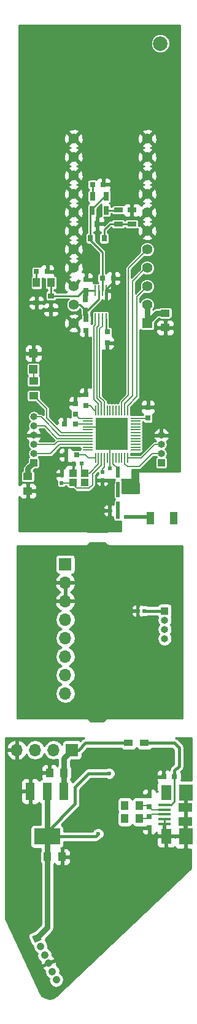
<source format=gbr>
G04 #@! TF.FileFunction,Copper,L4,Bot,Signal*
%FSLAX46Y46*%
G04 Gerber Fmt 4.6, Leading zero omitted, Abs format (unit mm)*
G04 Created by KiCad (PCBNEW 4.0.6-e0-6349~53~ubuntu16.04.1) date Thu Nov 23 18:30:10 2017*
%MOMM*%
%LPD*%
G01*
G04 APERTURE LIST*
%ADD10C,0.100000*%
%ADD11R,1.397000X1.397000*%
%ADD12C,1.397000*%
%ADD13C,0.500000*%
%ADD14R,0.800000X0.750000*%
%ADD15O,0.200000X1.400000*%
%ADD16O,1.400000X0.200000*%
%ADD17R,4.400000X4.400000*%
%ADD18R,1.100000X1.000000*%
%ADD19C,1.000000*%
%ADD20C,2.000000*%
%ADD21R,1.300480X2.400300*%
%ADD22R,3.599180X2.199640*%
%ADD23R,1.250000X1.000000*%
%ADD24R,1.000000X1.250000*%
%ADD25R,1.200000X1.200000*%
%ADD26R,1.700000X1.700000*%
%ADD27O,1.700000X1.700000*%
%ADD28R,1.000000X1.000000*%
%ADD29O,1.000000X1.000000*%
%ADD30R,1.200000X0.900000*%
%ADD31C,2.200000*%
%ADD32R,1.000000X1.800000*%
%ADD33R,1.900000X1.200000*%
%ADD34R,1.450000X2.000000*%
%ADD35R,1.800000X0.400000*%
%ADD36R,1.900000X2.300000*%
%ADD37C,4.000000*%
%ADD38R,0.250000X1.500000*%
%ADD39R,0.600000X0.500000*%
%ADD40R,0.500000X0.600000*%
%ADD41R,0.750000X0.800000*%
%ADD42R,0.700000X1.300000*%
%ADD43R,1.300000X0.700000*%
%ADD44R,0.900000X0.800000*%
%ADD45R,0.800000X0.900000*%
%ADD46C,0.600000*%
%ADD47C,0.533000*%
%ADD48C,0.200000*%
%ADD49C,0.254000*%
%ADD50C,0.508000*%
%ADD51C,0.250000*%
%ADD52C,0.762000*%
%ADD53C,0.635000*%
%ADD54C,0.381000*%
G04 APERTURE END LIST*
D10*
D11*
X123410000Y-59990000D03*
D12*
X123410000Y-57450000D03*
X123410000Y-54910000D03*
X123410000Y-52370000D03*
X123410000Y-49830000D03*
X123410000Y-47290000D03*
X123410000Y-44750000D03*
X123410000Y-42210000D03*
X123410000Y-39670000D03*
X123410000Y-37130000D03*
X123410000Y-34590000D03*
X113250000Y-34590000D03*
X113250000Y-37130000D03*
X113250000Y-39670000D03*
X113250000Y-42210000D03*
X113250000Y-44750000D03*
X113250000Y-47290000D03*
X113250000Y-49830000D03*
X113250000Y-52370000D03*
X113250000Y-54910000D03*
X113250000Y-57450000D03*
X113250000Y-59990000D03*
D13*
X117740000Y-127220000D03*
X128840000Y-121200000D03*
X128840000Y-120000000D03*
X128840000Y-118800000D03*
X128840000Y-117600000D03*
X113970000Y-121460000D03*
X122270000Y-123750000D03*
X121070000Y-123750000D03*
X122270000Y-122550000D03*
X121070000Y-122550000D03*
X111630000Y-141850000D03*
X111630000Y-139850000D03*
X111630000Y-137850000D03*
X111630000Y-135850000D03*
X120550000Y-142650000D03*
X116550000Y-142650000D03*
X120550000Y-140650000D03*
X116550000Y-140650000D03*
X120550000Y-138650000D03*
X116550000Y-138650000D03*
X120550000Y-136650000D03*
X116550000Y-136650000D03*
X120550000Y-134650000D03*
X116550000Y-134650000D03*
X120550000Y-132650000D03*
X116550000Y-132650000D03*
X107350000Y-128280000D03*
X107350000Y-127280000D03*
X126590000Y-73530000D03*
X126590000Y-72030000D03*
X126590000Y-70530000D03*
X126590000Y-69030000D03*
X126590000Y-67530000D03*
X126590000Y-66030000D03*
X126590000Y-64530000D03*
X126590000Y-63030000D03*
X119440000Y-61010000D03*
X119440000Y-59010000D03*
X119440000Y-57010000D03*
X119440000Y-55010000D03*
X119670000Y-65920000D03*
X118670000Y-65920000D03*
X117670000Y-65920000D03*
X120230000Y-76980000D03*
X119080000Y-76980000D03*
X117930000Y-76980000D03*
X116780000Y-76980000D03*
X120230000Y-75830000D03*
X119080000Y-75830000D03*
X117930000Y-75830000D03*
X116780000Y-75830000D03*
X120230000Y-74680000D03*
X119080000Y-74680000D03*
X117930000Y-74680000D03*
X116780000Y-74680000D03*
X120230000Y-73530000D03*
X119080000Y-73530000D03*
X117930000Y-73530000D03*
D14*
X115880000Y-40890000D03*
X117380000Y-40890000D03*
D15*
X116300000Y-71950000D03*
X116700000Y-71950000D03*
X117100000Y-71950000D03*
X117500000Y-71950000D03*
X117900000Y-71950000D03*
X118300000Y-71950000D03*
X118700000Y-71950000D03*
X119100000Y-71950000D03*
X119500000Y-71950000D03*
X119900000Y-71950000D03*
X120300000Y-71950000D03*
X120700000Y-71950000D03*
D16*
X121800000Y-73050000D03*
X121800000Y-73450000D03*
X121800000Y-73850000D03*
X121800000Y-74250000D03*
X121800000Y-74650000D03*
X121800000Y-75050000D03*
X121800000Y-75450000D03*
X121800000Y-75850000D03*
X121800000Y-76250000D03*
X121800000Y-76650000D03*
X121800000Y-77050000D03*
X121800000Y-77450000D03*
D15*
X120700000Y-78550000D03*
X120300000Y-78550000D03*
X119900000Y-78550000D03*
X119500000Y-78550000D03*
X119100000Y-78550000D03*
X118700000Y-78550000D03*
X118300000Y-78550000D03*
X117900000Y-78550000D03*
X117500000Y-78550000D03*
X117100000Y-78550000D03*
X116700000Y-78550000D03*
X116300000Y-78550000D03*
D16*
X115200000Y-77450000D03*
X115200000Y-77050000D03*
X115200000Y-76650000D03*
X115200000Y-76250000D03*
X115200000Y-75850000D03*
X115200000Y-75450000D03*
X115200000Y-75050000D03*
X115200000Y-74650000D03*
X115200000Y-74250000D03*
X115200000Y-73850000D03*
X115200000Y-73450000D03*
X115200000Y-73050000D03*
D17*
X118500000Y-75250000D03*
D18*
X113170000Y-81890000D03*
X113170000Y-80590000D03*
X114770000Y-81890000D03*
X114770000Y-80590000D03*
D10*
G36*
X107935476Y-145255303D02*
X107509697Y-144350476D01*
X108414524Y-143924697D01*
X108840303Y-144829524D01*
X107935476Y-145255303D01*
X107935476Y-145255303D01*
G37*
D19*
X108715740Y-145739130D02*
X108715740Y-145739130D01*
X109256479Y-146888261D02*
X109256479Y-146888261D01*
X109797219Y-148037391D02*
X109797219Y-148037391D01*
X110337959Y-149186521D02*
X110337959Y-149186521D01*
X110878699Y-150335652D02*
X110878699Y-150335652D01*
D13*
X127350000Y-79790000D03*
X123740000Y-79850000D03*
X121690000Y-82700000D03*
X121690000Y-81700000D03*
X121690000Y-80700000D03*
X116975000Y-83950000D03*
X115775000Y-83950000D03*
X114575000Y-83950000D03*
X113375000Y-83950000D03*
X112175000Y-83950000D03*
X110975000Y-83950000D03*
X109775000Y-83950000D03*
X108575000Y-83950000D03*
X118175000Y-87950000D03*
X117175000Y-87950000D03*
X116175000Y-87950000D03*
D20*
X118343743Y-69335858D03*
D13*
X115175000Y-87950000D03*
X114175000Y-87950000D03*
X113175000Y-87950000D03*
X112175000Y-87950000D03*
X111175000Y-87950000D03*
X110175000Y-87950000D03*
X109175000Y-87950000D03*
X108175000Y-87950000D03*
X107175000Y-87950000D03*
X106175000Y-87950000D03*
X106175000Y-86950000D03*
X106175000Y-85950000D03*
X106175000Y-84950000D03*
D21*
X107303760Y-124396200D03*
X109605000Y-124396200D03*
X111906240Y-124396200D03*
D22*
X109605000Y-130593800D03*
D23*
X106960000Y-81070000D03*
X106960000Y-83070000D03*
D24*
X111955000Y-121825000D03*
X109955000Y-121825000D03*
X109675000Y-133415000D03*
X111675000Y-133415000D03*
D25*
X107720000Y-66320000D03*
X107720000Y-64120000D03*
D26*
X112110000Y-93150000D03*
D27*
X112110000Y-95690000D03*
X112110000Y-98230000D03*
X112110000Y-100770000D03*
X112110000Y-103310000D03*
X112110000Y-105850000D03*
X112110000Y-108390000D03*
X112110000Y-110930000D03*
D28*
X125810000Y-99560000D03*
D29*
X125810000Y-100830000D03*
X125810000Y-102100000D03*
X125810000Y-103370000D03*
D30*
X120825000Y-117740000D03*
X123025000Y-117740000D03*
D31*
X118343743Y-22043858D03*
X106711973Y-133843201D03*
X125807736Y-119834648D03*
D24*
X110140000Y-54420000D03*
X108140000Y-54420000D03*
X120340000Y-126310000D03*
X122340000Y-126310000D03*
X120340000Y-128130000D03*
X122340000Y-128130000D03*
D23*
X107740000Y-67960000D03*
X107740000Y-69960000D03*
D32*
X123860000Y-86830000D03*
X127060000Y-86830000D03*
D28*
X125375000Y-79200000D03*
D29*
X125375000Y-77930000D03*
X125375000Y-76660000D03*
X125375000Y-75390000D03*
D28*
X107750000Y-79200000D03*
D29*
X107750000Y-77930000D03*
X107750000Y-76660000D03*
X107750000Y-75390000D03*
X107750000Y-74120000D03*
X107750000Y-72850000D03*
D33*
X128700000Y-128565000D03*
D34*
X126050000Y-124565000D03*
D35*
X125800000Y-126915000D03*
X125800000Y-126265000D03*
X125800000Y-128865000D03*
X125800000Y-128215000D03*
X125800000Y-127565000D03*
D34*
X126050000Y-130565000D03*
D33*
X128700000Y-126565000D03*
D36*
X128750000Y-124565000D03*
X128750000Y-130565000D03*
D26*
X113040000Y-118710000D03*
D27*
X110500000Y-118710000D03*
X107960000Y-118710000D03*
X105420000Y-118710000D03*
D37*
X109410000Y-21900000D03*
D20*
X125230000Y-21510000D03*
D38*
X117750000Y-55515000D03*
X117750000Y-59365000D03*
X117250000Y-55515000D03*
X117250000Y-59365000D03*
X116750000Y-55515000D03*
X116750000Y-59365000D03*
X116250000Y-55515000D03*
X116250000Y-59365000D03*
D39*
X123000000Y-99560000D03*
X122160000Y-99560000D03*
D40*
X111590000Y-81970000D03*
X111590000Y-80870000D03*
D39*
X114380000Y-79300000D03*
X113280000Y-79300000D03*
X119410000Y-79960000D03*
X118310000Y-79960000D03*
D41*
X114960000Y-71330000D03*
X114960000Y-69830000D03*
X123520000Y-73030000D03*
X123520000Y-71530000D03*
D40*
X117240000Y-80480000D03*
X117240000Y-81580000D03*
D14*
X113710000Y-78110000D03*
X112210000Y-78110000D03*
D41*
X113520000Y-72520000D03*
X113520000Y-71020000D03*
D14*
X113510000Y-73820000D03*
X112010000Y-73820000D03*
D23*
X125920000Y-58590000D03*
X125920000Y-60590000D03*
D14*
X108140000Y-52870000D03*
X109640000Y-52870000D03*
X127200000Y-122370000D03*
X125700000Y-122370000D03*
D41*
X123700000Y-126530000D03*
X123700000Y-125030000D03*
X123700000Y-127900000D03*
X123700000Y-129400000D03*
D40*
X119390000Y-83670000D03*
X119390000Y-84770000D03*
D41*
X117900000Y-61190000D03*
X117900000Y-62690000D03*
D14*
X117240000Y-53800000D03*
X118740000Y-53800000D03*
D41*
X114910000Y-58210000D03*
X114910000Y-56710000D03*
D40*
X119410000Y-82060000D03*
X119410000Y-80960000D03*
D39*
X118250000Y-85750000D03*
X119350000Y-85750000D03*
X119350000Y-86660000D03*
X120450000Y-86660000D03*
D42*
X117760000Y-42530000D03*
X115860000Y-42530000D03*
X115840000Y-44450000D03*
X117740000Y-44450000D03*
D43*
X119440000Y-44420000D03*
X119440000Y-46320000D03*
X121290000Y-46320000D03*
X121290000Y-44420000D03*
D44*
X110130000Y-56220000D03*
X110130000Y-58120000D03*
X108130000Y-57170000D03*
D45*
X117480000Y-48320000D03*
X115580000Y-48320000D03*
X116530000Y-46320000D03*
D41*
X114980000Y-53960000D03*
X114980000Y-55460000D03*
X114990000Y-59460000D03*
X114990000Y-60960000D03*
D13*
X116780000Y-73530000D03*
X116110000Y-127200000D03*
D46*
X116530000Y-46320000D03*
X107303760Y-124396200D03*
X123520000Y-71530000D03*
X114960000Y-69830000D03*
X113520000Y-71020000D03*
X112010000Y-73820000D03*
X114770000Y-81890000D03*
X113170000Y-80590000D03*
X123520000Y-73030000D03*
X113520000Y-72520000D03*
X117900000Y-61190000D03*
X115880000Y-40890000D03*
X108140000Y-52870000D03*
X125230000Y-21510000D03*
X113710000Y-78110000D03*
X118200000Y-121930000D03*
X116640000Y-130240000D03*
X120340000Y-126300000D03*
X120360000Y-128140000D03*
D47*
X119410000Y-82060000D02*
X119410000Y-83650000D01*
X119410000Y-83650000D02*
X119390000Y-83670000D01*
D48*
X113170000Y-81890000D02*
X113170000Y-82140000D01*
X113170000Y-82140000D02*
X113730000Y-82700000D01*
X117090002Y-79491544D02*
X117090002Y-78550000D01*
X115870000Y-80711546D02*
X117090002Y-79491544D01*
X115870000Y-82260000D02*
X115870000Y-80711546D01*
X115430000Y-82700000D02*
X115870000Y-82260000D01*
X113730000Y-82700000D02*
X115430000Y-82700000D01*
X117090002Y-78550000D02*
X117100000Y-78550000D01*
X111590000Y-81970000D02*
X113090000Y-81970000D01*
X113090000Y-81970000D02*
X113170000Y-81890000D01*
X117109998Y-78550000D02*
X117100000Y-78550000D01*
X112730000Y-81870000D02*
X112730000Y-82100000D01*
X118300000Y-78550000D02*
X118300000Y-75450000D01*
X118300000Y-75450000D02*
X118500000Y-75250000D01*
X115200000Y-74250000D02*
X117500000Y-74250000D01*
X117500000Y-74250000D02*
X118500000Y-75250000D01*
D49*
X117750000Y-55515000D02*
X117750000Y-55270000D01*
X117750000Y-55270000D02*
X118740000Y-54280000D01*
X118740000Y-54280000D02*
X118740000Y-53800000D01*
D48*
X118300000Y-78550000D02*
X118300000Y-79950000D01*
X118300000Y-79950000D02*
X118310000Y-79960000D01*
D50*
X125800000Y-128865000D02*
X125800000Y-129815000D01*
X125800000Y-129815000D02*
X126050000Y-130065000D01*
D51*
X125800000Y-128215000D02*
X125800000Y-128865000D01*
D50*
X128700000Y-128565000D02*
X128700000Y-131015000D01*
X128700000Y-131015000D02*
X128750000Y-131065000D01*
X128750000Y-124065000D02*
X128750000Y-126515000D01*
X128750000Y-126515000D02*
X128700000Y-126565000D01*
D49*
X108130000Y-57170000D02*
X108130000Y-57010000D01*
D48*
X114770000Y-80590000D02*
X115440000Y-80590000D01*
X116700000Y-79330000D02*
X116700000Y-78550000D01*
X115440000Y-80590000D02*
X116700000Y-79330000D01*
X114380000Y-79300000D02*
X114380000Y-80200000D01*
X114380000Y-80200000D02*
X114770000Y-80590000D01*
D47*
X119410000Y-79960000D02*
X119410000Y-80960000D01*
D48*
X118700000Y-78550000D02*
X118700000Y-79320000D01*
X118700000Y-79320000D02*
X119340000Y-79960000D01*
X119340000Y-79960000D02*
X119410000Y-79960000D01*
X116300000Y-71950000D02*
X116150000Y-71950000D01*
X115530000Y-71330000D02*
X114960000Y-71330000D01*
X116150000Y-71950000D02*
X115530000Y-71330000D01*
D51*
X108140000Y-52870000D02*
X108140000Y-54420000D01*
D48*
X121800000Y-73050000D02*
X123500000Y-73050000D01*
D51*
X115880000Y-40890000D02*
X115880000Y-42510000D01*
X115880000Y-42510000D02*
X115860000Y-42530000D01*
D52*
X123410000Y-59990000D02*
X123410000Y-59900000D01*
X123410000Y-59900000D02*
X124720000Y-58590000D01*
X124720000Y-58590000D02*
X125920000Y-58590000D01*
X123410000Y-57450000D02*
X123410000Y-59990000D01*
X106960000Y-81070000D02*
X106960000Y-79990000D01*
X106960000Y-79990000D02*
X107750000Y-79200000D01*
D48*
X123500000Y-73050000D02*
X123520000Y-73030000D01*
X115200000Y-73050000D02*
X114050000Y-73050000D01*
X114050000Y-73050000D02*
X113520000Y-72520000D01*
D49*
X115880000Y-42510000D02*
X115860000Y-42530000D01*
D51*
X117750000Y-59365000D02*
X117750000Y-61040000D01*
D48*
X116300000Y-78550000D02*
X115320000Y-78550000D01*
X114880000Y-78110000D02*
X113710000Y-78110000D01*
X115320000Y-78550000D02*
X114880000Y-78110000D01*
D52*
X123410000Y-59990000D02*
X123410000Y-59890000D01*
D48*
X117500000Y-78550000D02*
X117500000Y-79810000D01*
X117240000Y-80070000D02*
X117240000Y-80480000D01*
X117500000Y-79810000D02*
X117240000Y-80070000D01*
X113510000Y-73820000D02*
X113890000Y-73820000D01*
X113890000Y-73820000D02*
X113920000Y-73850000D01*
X113920000Y-73850000D02*
X115200000Y-73850000D01*
D49*
X110130000Y-56220000D02*
X110130000Y-54430000D01*
X110130000Y-54430000D02*
X110140000Y-54420000D01*
X110130000Y-56220000D02*
X113890000Y-56220000D01*
X113890000Y-56220000D02*
X114650000Y-55460000D01*
X114650000Y-55460000D02*
X114980000Y-55460000D01*
X114980000Y-55460000D02*
X114650000Y-55460000D01*
X114980000Y-55460000D02*
X116195000Y-55460000D01*
X116195000Y-55460000D02*
X116250000Y-55515000D01*
D53*
X114980000Y-55460000D02*
X114980000Y-56050000D01*
X114910000Y-56120000D02*
X114910000Y-56710000D01*
X114980000Y-56050000D02*
X114910000Y-56120000D01*
D54*
X127200000Y-122370000D02*
X127200000Y-121550000D01*
X127130000Y-117740000D02*
X123025000Y-117740000D01*
X127800000Y-118410000D02*
X127130000Y-117740000D01*
X127800000Y-120950000D02*
X127800000Y-118410000D01*
X127200000Y-121550000D02*
X127800000Y-120950000D01*
D51*
X125800000Y-126265000D02*
X126715000Y-126265000D01*
X127200000Y-125780000D02*
X127200000Y-122370000D01*
X126715000Y-126265000D02*
X127200000Y-125780000D01*
D54*
X109605000Y-130593800D02*
X109605000Y-129945000D01*
X109605000Y-129945000D02*
X113440000Y-126110000D01*
X115330000Y-121930000D02*
X118200000Y-121930000D01*
X113440000Y-123820000D02*
X115330000Y-121930000D01*
X113440000Y-126110000D02*
X113440000Y-123820000D01*
X109605000Y-130593800D02*
X116286200Y-130593800D01*
X116286200Y-130593800D02*
X116640000Y-130240000D01*
D52*
X109675000Y-133415000D02*
X109675000Y-143090000D01*
X109675000Y-143090000D02*
X108175000Y-144590000D01*
D54*
X109605000Y-124405000D02*
X109605000Y-124396200D01*
D52*
X109605000Y-124396200D02*
X109605000Y-130593800D01*
X109605000Y-130593800D02*
X109605000Y-133345000D01*
X109605000Y-133345000D02*
X109675000Y-133415000D01*
D48*
X125800000Y-126915000D02*
X124085000Y-126915000D01*
X124085000Y-126915000D02*
X123480000Y-126310000D01*
X123480000Y-126310000D02*
X122340000Y-126310000D01*
D54*
X120825000Y-117740000D02*
X114880000Y-117740000D01*
X113910000Y-118710000D02*
X113040000Y-118710000D01*
X114880000Y-117740000D02*
X113910000Y-118710000D01*
D52*
X111906240Y-124396200D02*
X111906240Y-121873760D01*
X111906240Y-121873760D02*
X111950000Y-121830000D01*
X111950000Y-121830000D02*
X111950000Y-119800000D01*
X111950000Y-119800000D02*
X113040000Y-118710000D01*
D54*
X111906240Y-121873760D02*
X111855000Y-121822520D01*
D48*
X125800000Y-127565000D02*
X124035000Y-127565000D01*
X124035000Y-127565000D02*
X123470000Y-128130000D01*
X123470000Y-128130000D02*
X122340000Y-128130000D01*
X107740000Y-67960000D02*
X107740000Y-66340000D01*
X107740000Y-66340000D02*
X107720000Y-66320000D01*
X115200000Y-75450000D02*
X111350000Y-75450000D01*
X108750000Y-72850000D02*
X107750000Y-72850000D01*
X111350000Y-75450000D02*
X108750000Y-72850000D01*
X115200000Y-75850000D02*
X111000000Y-75850000D01*
X109270000Y-74120000D02*
X107750000Y-74120000D01*
X111000000Y-75850000D02*
X109270000Y-74120000D01*
X107770000Y-74100000D02*
X107750000Y-74120000D01*
X115200000Y-76250000D02*
X111100000Y-76250000D01*
X110690000Y-76660000D02*
X107750000Y-76660000D01*
X111100000Y-76250000D02*
X110690000Y-76660000D01*
X107750000Y-77930000D02*
X110080000Y-77930000D01*
X111360000Y-76650000D02*
X115200000Y-76650000D01*
X110080000Y-77930000D02*
X111360000Y-76650000D01*
X120700000Y-78550000D02*
X122560000Y-78550000D01*
X124450000Y-76660000D02*
X125375000Y-76660000D01*
X122560000Y-78550000D02*
X124450000Y-76660000D01*
X120300000Y-78550000D02*
X120300000Y-79320000D01*
X124100000Y-77930000D02*
X125375000Y-77930000D01*
X122320000Y-79710000D02*
X124100000Y-77930000D01*
X120690000Y-79710000D02*
X122320000Y-79710000D01*
X120300000Y-79320000D02*
X120690000Y-79710000D01*
X120340000Y-126300000D02*
X120340000Y-126310000D01*
X120355000Y-126205000D02*
X120365000Y-126205000D01*
D51*
X120355000Y-126205000D02*
X120365000Y-126205000D01*
X120355000Y-126205000D02*
X120365000Y-126205000D01*
D48*
X120360000Y-128140000D02*
X120350000Y-128130000D01*
X120350000Y-128130000D02*
X120340000Y-128130000D01*
X115200000Y-75050000D02*
X111610000Y-75050000D01*
X109550000Y-71770000D02*
X107740000Y-69960000D01*
X109550000Y-72990000D02*
X109550000Y-71770000D01*
X111610000Y-75050000D02*
X109550000Y-72990000D01*
X120700000Y-71950000D02*
X120700000Y-71390000D01*
X120700000Y-71390000D02*
X122010000Y-70080000D01*
X122010000Y-70080000D02*
X122010000Y-56310000D01*
X122010000Y-56310000D02*
X123410000Y-54910000D01*
X123410000Y-52370000D02*
X123190000Y-52370000D01*
X123190000Y-52370000D02*
X121390000Y-54170000D01*
X121390000Y-54170000D02*
X121390000Y-69950000D01*
X121390000Y-69950000D02*
X120300000Y-71040000D01*
X120300000Y-71040000D02*
X120300000Y-71940002D01*
X120300000Y-71940002D02*
X120290002Y-71950000D01*
X120290002Y-71950000D02*
X120300000Y-71950000D01*
X119900000Y-71950000D02*
X119900000Y-70810000D01*
X120820000Y-52420000D02*
X123410000Y-49830000D01*
X120820000Y-69890000D02*
X120820000Y-52420000D01*
X119900000Y-70810000D02*
X120820000Y-69890000D01*
D49*
X114910000Y-58210000D02*
X115210000Y-58210000D01*
X115210000Y-58210000D02*
X116750000Y-56670000D01*
X116750000Y-56670000D02*
X116750000Y-55515000D01*
X113250000Y-57450000D02*
X114150000Y-57450000D01*
X114150000Y-57450000D02*
X114910000Y-58210000D01*
D53*
X114990000Y-59460000D02*
X114990000Y-58830000D01*
X114910000Y-58750000D02*
X114910000Y-58210000D01*
X114990000Y-58830000D02*
X114910000Y-58750000D01*
D47*
X120450000Y-86660000D02*
X123690000Y-86660000D01*
X123690000Y-86660000D02*
X123860000Y-86830000D01*
X123800000Y-86770000D02*
X123860000Y-86830000D01*
X119390000Y-84770000D02*
X119390000Y-85710000D01*
X119390000Y-85710000D02*
X119350000Y-85750000D01*
X119350000Y-85750000D02*
X119350000Y-86660000D01*
D54*
X125810000Y-99560000D02*
X123000000Y-99560000D01*
D48*
X117500000Y-71950000D02*
X117500000Y-70748452D01*
X117250000Y-60360004D02*
X117250000Y-59365000D01*
X116860004Y-60750000D02*
X117250000Y-60360004D01*
X116860004Y-70108456D02*
X116860004Y-60750000D01*
X117500000Y-70748452D02*
X116860004Y-70108456D01*
X116750000Y-59365000D02*
X116750000Y-60291546D01*
X117109998Y-70909996D02*
X117109998Y-71950000D01*
X116470002Y-70270000D02*
X117109998Y-70909996D01*
X116470002Y-60571544D02*
X116470002Y-70270000D01*
X116750000Y-60291546D02*
X116470002Y-60571544D01*
X117109998Y-71950000D02*
X117100000Y-71950000D01*
X117109998Y-71940002D02*
X117100000Y-71950000D01*
X116700000Y-71950000D02*
X116700000Y-71080000D01*
X116250000Y-60240000D02*
X116250000Y-59365000D01*
X116080000Y-60410000D02*
X116250000Y-60240000D01*
X116080000Y-70460000D02*
X116080000Y-60410000D01*
X116700000Y-71080000D02*
X116080000Y-70460000D01*
D49*
X115580000Y-48320000D02*
X115580000Y-48570000D01*
X115580000Y-48570000D02*
X117240000Y-50230000D01*
X117240000Y-50230000D02*
X117240000Y-53800000D01*
X115580000Y-48320000D02*
X115580000Y-44710000D01*
X115580000Y-44710000D02*
X115840000Y-44450000D01*
X115840000Y-44450000D02*
X115840000Y-44260000D01*
X115840000Y-44260000D02*
X117570000Y-42530000D01*
X117570000Y-42530000D02*
X117760000Y-42530000D01*
X117250000Y-55515000D02*
X117250000Y-53810000D01*
X117250000Y-53810000D02*
X117240000Y-53800000D01*
X117740000Y-44450000D02*
X119410000Y-44450000D01*
X119410000Y-44450000D02*
X119440000Y-44420000D01*
X119500000Y-44360000D02*
X119440000Y-44420000D01*
X117480000Y-48320000D02*
X117480000Y-47140000D01*
X118300000Y-46320000D02*
X119440000Y-46320000D01*
X117480000Y-47140000D02*
X118300000Y-46320000D01*
X119440000Y-46320000D02*
X121290000Y-46320000D01*
G36*
X127916743Y-80371693D02*
X122325538Y-80348001D01*
X122276086Y-80357797D01*
X122234341Y-80386062D01*
X122206882Y-80428340D01*
X122198004Y-80476058D01*
X122221937Y-83348000D01*
X120003500Y-83348000D01*
X120003500Y-82060000D01*
X119993406Y-82009253D01*
X119993406Y-81760000D01*
X119970605Y-81638821D01*
X119898988Y-81527526D01*
X119874319Y-81510670D01*
X119880023Y-81507000D01*
X121220000Y-81507000D01*
X121266159Y-81498315D01*
X121308553Y-81471035D01*
X121336994Y-81429410D01*
X121347000Y-81380000D01*
X121347000Y-80137000D01*
X122319995Y-80137000D01*
X122320000Y-80137001D01*
X122483406Y-80104497D01*
X122621935Y-80011935D01*
X124276869Y-78357000D01*
X124668598Y-78357000D01*
X124709360Y-78418005D01*
X124642526Y-78461012D01*
X124567862Y-78570286D01*
X124541594Y-78700000D01*
X124541594Y-79700000D01*
X124564395Y-79821179D01*
X124636012Y-79932474D01*
X124745286Y-80007138D01*
X124875000Y-80033406D01*
X125875000Y-80033406D01*
X125996179Y-80010605D01*
X126107474Y-79938988D01*
X126182138Y-79829714D01*
X126208406Y-79700000D01*
X126208406Y-78700000D01*
X126185605Y-78578821D01*
X126113988Y-78467526D01*
X126040913Y-78417596D01*
X126155250Y-78246479D01*
X126218202Y-77930000D01*
X126155250Y-77613521D01*
X125975979Y-77345223D01*
X125900815Y-77295000D01*
X125975979Y-77244777D01*
X126155250Y-76976479D01*
X126218202Y-76660000D01*
X126155250Y-76343521D01*
X126097279Y-76256762D01*
X126362127Y-75950209D01*
X126469119Y-75691874D01*
X126342954Y-75517000D01*
X125502000Y-75517000D01*
X125502000Y-75537000D01*
X125248000Y-75537000D01*
X125248000Y-75517000D01*
X124407046Y-75517000D01*
X124280881Y-75691874D01*
X124387873Y-75950209D01*
X124632191Y-76233000D01*
X124450005Y-76233000D01*
X124450000Y-76232999D01*
X124286594Y-76265503D01*
X124148065Y-76358065D01*
X124148063Y-76358068D01*
X122383130Y-78123000D01*
X121127000Y-78123000D01*
X121127000Y-77929880D01*
X121125531Y-77922495D01*
X121172494Y-77875531D01*
X121179880Y-77877000D01*
X122420120Y-77877000D01*
X122583526Y-77844497D01*
X122722055Y-77751935D01*
X122814617Y-77613406D01*
X122847120Y-77450000D01*
X122814617Y-77286594D01*
X122790166Y-77250000D01*
X122814617Y-77213406D01*
X122847120Y-77050000D01*
X122814617Y-76886594D01*
X122790166Y-76850000D01*
X122814617Y-76813406D01*
X122847120Y-76650000D01*
X122814617Y-76486594D01*
X122790166Y-76450000D01*
X122814617Y-76413406D01*
X122847120Y-76250000D01*
X122814617Y-76086594D01*
X122790166Y-76050000D01*
X122814617Y-76013406D01*
X122847120Y-75850000D01*
X122814617Y-75686594D01*
X122790166Y-75650000D01*
X122814617Y-75613406D01*
X122847120Y-75450000D01*
X122814617Y-75286594D01*
X122790166Y-75250000D01*
X122814617Y-75213406D01*
X122839536Y-75088126D01*
X124280881Y-75088126D01*
X124407046Y-75263000D01*
X125248000Y-75263000D01*
X125248000Y-74420865D01*
X125502000Y-74420865D01*
X125502000Y-75263000D01*
X126342954Y-75263000D01*
X126469119Y-75088126D01*
X126362127Y-74829791D01*
X126072604Y-74494677D01*
X125676877Y-74295868D01*
X125502000Y-74420865D01*
X125248000Y-74420865D01*
X125073123Y-74295868D01*
X124677396Y-74494677D01*
X124387873Y-74829791D01*
X124280881Y-75088126D01*
X122839536Y-75088126D01*
X122847120Y-75050000D01*
X122814617Y-74886594D01*
X122790166Y-74850000D01*
X122814617Y-74813406D01*
X122847120Y-74650000D01*
X122814617Y-74486594D01*
X122790166Y-74450000D01*
X122814617Y-74413406D01*
X122847120Y-74250000D01*
X122814617Y-74086594D01*
X122790166Y-74050000D01*
X122814617Y-74013406D01*
X122847120Y-73850000D01*
X122814617Y-73686594D01*
X122790166Y-73650000D01*
X122814617Y-73613406D01*
X122830798Y-73532060D01*
X122834395Y-73551179D01*
X122906012Y-73662474D01*
X123015286Y-73737138D01*
X123145000Y-73763406D01*
X123895000Y-73763406D01*
X124016179Y-73740605D01*
X124127474Y-73668988D01*
X124202138Y-73559714D01*
X124228406Y-73430000D01*
X124228406Y-72630000D01*
X124205605Y-72508821D01*
X124195363Y-72492905D01*
X124254699Y-72468327D01*
X124433327Y-72289698D01*
X124530000Y-72056309D01*
X124530000Y-71815750D01*
X124371250Y-71657000D01*
X123647000Y-71657000D01*
X123647000Y-71677000D01*
X123393000Y-71677000D01*
X123393000Y-71657000D01*
X122668750Y-71657000D01*
X122510000Y-71815750D01*
X122510000Y-72056309D01*
X122606673Y-72289698D01*
X122785301Y-72468327D01*
X122843287Y-72492346D01*
X122837862Y-72500286D01*
X122813012Y-72623000D01*
X121179880Y-72623000D01*
X121172494Y-72624469D01*
X121125531Y-72577505D01*
X121127000Y-72570120D01*
X121127000Y-71566870D01*
X121690178Y-71003691D01*
X122510000Y-71003691D01*
X122510000Y-71244250D01*
X122668750Y-71403000D01*
X123393000Y-71403000D01*
X123393000Y-70653750D01*
X123647000Y-70653750D01*
X123647000Y-71403000D01*
X124371250Y-71403000D01*
X124530000Y-71244250D01*
X124530000Y-71003691D01*
X124433327Y-70770302D01*
X124254699Y-70591673D01*
X124021310Y-70495000D01*
X123805750Y-70495000D01*
X123647000Y-70653750D01*
X123393000Y-70653750D01*
X123234250Y-70495000D01*
X123018690Y-70495000D01*
X122785301Y-70591673D01*
X122606673Y-70770302D01*
X122510000Y-71003691D01*
X121690178Y-71003691D01*
X122311932Y-70381937D01*
X122311935Y-70381935D01*
X122404497Y-70243406D01*
X122414735Y-70191935D01*
X122437001Y-70080000D01*
X122437000Y-70079995D01*
X122437000Y-60865787D01*
X122472512Y-60920974D01*
X122581786Y-60995638D01*
X122711500Y-61021906D01*
X124108500Y-61021906D01*
X124229679Y-60999105D01*
X124340974Y-60927488D01*
X124376325Y-60875750D01*
X124660000Y-60875750D01*
X124660000Y-61216309D01*
X124756673Y-61449698D01*
X124935301Y-61628327D01*
X125168690Y-61725000D01*
X125634250Y-61725000D01*
X125793000Y-61566250D01*
X125793000Y-60717000D01*
X126047000Y-60717000D01*
X126047000Y-61566250D01*
X126205750Y-61725000D01*
X126671310Y-61725000D01*
X126904699Y-61628327D01*
X127083327Y-61449698D01*
X127180000Y-61216309D01*
X127180000Y-60875750D01*
X127021250Y-60717000D01*
X126047000Y-60717000D01*
X125793000Y-60717000D01*
X124818750Y-60717000D01*
X124660000Y-60875750D01*
X124376325Y-60875750D01*
X124415638Y-60818214D01*
X124441906Y-60688500D01*
X124441906Y-59963691D01*
X124660000Y-59963691D01*
X124660000Y-60304250D01*
X124818750Y-60463000D01*
X125793000Y-60463000D01*
X125793000Y-59613750D01*
X126047000Y-59613750D01*
X126047000Y-60463000D01*
X127021250Y-60463000D01*
X127180000Y-60304250D01*
X127180000Y-59963691D01*
X127083327Y-59730302D01*
X126904699Y-59551673D01*
X126671310Y-59455000D01*
X126205750Y-59455000D01*
X126047000Y-59613750D01*
X125793000Y-59613750D01*
X125634250Y-59455000D01*
X125168690Y-59455000D01*
X124935301Y-59551673D01*
X124756673Y-59730302D01*
X124660000Y-59963691D01*
X124441906Y-59963691D01*
X124441906Y-59869358D01*
X125013263Y-59298000D01*
X125040263Y-59298000D01*
X125056012Y-59322474D01*
X125165286Y-59397138D01*
X125295000Y-59423406D01*
X126545000Y-59423406D01*
X126666179Y-59400605D01*
X126777474Y-59328988D01*
X126852138Y-59219714D01*
X126878406Y-59090000D01*
X126878406Y-58090000D01*
X126855605Y-57968821D01*
X126783988Y-57857526D01*
X126674714Y-57782862D01*
X126545000Y-57756594D01*
X125295000Y-57756594D01*
X125173821Y-57779395D01*
X125062526Y-57851012D01*
X125041353Y-57882000D01*
X124720005Y-57882000D01*
X124720000Y-57881999D01*
X124449060Y-57935893D01*
X124224482Y-58085951D01*
X124278870Y-58031658D01*
X124435322Y-57654880D01*
X124435678Y-57246910D01*
X124279884Y-56869860D01*
X123991658Y-56581130D01*
X123614880Y-56424678D01*
X123206910Y-56424322D01*
X122829860Y-56580116D01*
X122541130Y-56868342D01*
X122437000Y-57119115D01*
X122437000Y-56486870D01*
X123052091Y-55871779D01*
X123205120Y-55935322D01*
X123613090Y-55935678D01*
X123990140Y-55779884D01*
X124278870Y-55491658D01*
X124435322Y-55114880D01*
X124435678Y-54706910D01*
X124279884Y-54329860D01*
X123991658Y-54041130D01*
X123614880Y-53884678D01*
X123206910Y-53884322D01*
X122829860Y-54040116D01*
X122541130Y-54328342D01*
X122384678Y-54705120D01*
X122384322Y-55113090D01*
X122448271Y-55267859D01*
X121817000Y-55899130D01*
X121817000Y-54346870D01*
X122896640Y-53267230D01*
X123205120Y-53395322D01*
X123613090Y-53395678D01*
X123990140Y-53239884D01*
X124278870Y-52951658D01*
X124435322Y-52574880D01*
X124435678Y-52166910D01*
X124279884Y-51789860D01*
X123991658Y-51501130D01*
X123614880Y-51344678D01*
X123206910Y-51344322D01*
X122829860Y-51500116D01*
X122541130Y-51788342D01*
X122384678Y-52165120D01*
X122384323Y-52571808D01*
X121247000Y-53709130D01*
X121247000Y-52596870D01*
X123052091Y-50791779D01*
X123205120Y-50855322D01*
X123613090Y-50855678D01*
X123990140Y-50699884D01*
X124278870Y-50411658D01*
X124435322Y-50034880D01*
X124435678Y-49626910D01*
X124279884Y-49249860D01*
X123991658Y-48961130D01*
X123614880Y-48804678D01*
X123206910Y-48804322D01*
X122829860Y-48960116D01*
X122541130Y-49248342D01*
X122384678Y-49625120D01*
X122384322Y-50033090D01*
X122448271Y-50187859D01*
X120518065Y-52118065D01*
X120425503Y-52256594D01*
X120392999Y-52420000D01*
X120393000Y-52420005D01*
X120393000Y-69713131D01*
X119598065Y-70508065D01*
X119505503Y-70646594D01*
X119472999Y-70810000D01*
X119473000Y-70810005D01*
X119473000Y-70908251D01*
X119336594Y-70935383D01*
X119300000Y-70959834D01*
X119263406Y-70935383D01*
X119100000Y-70902880D01*
X118936594Y-70935383D01*
X118900000Y-70959834D01*
X118863406Y-70935383D01*
X118700000Y-70902880D01*
X118536594Y-70935383D01*
X118500000Y-70959834D01*
X118463406Y-70935383D01*
X118300000Y-70902880D01*
X118136594Y-70935383D01*
X118100000Y-70959834D01*
X118063406Y-70935383D01*
X117927000Y-70908251D01*
X117927000Y-70748457D01*
X117927001Y-70748452D01*
X117894497Y-70585046D01*
X117801935Y-70446517D01*
X117287004Y-69931586D01*
X117287004Y-63678738D01*
X117398690Y-63725000D01*
X117614250Y-63725000D01*
X117773000Y-63566250D01*
X117773000Y-62817000D01*
X118027000Y-62817000D01*
X118027000Y-63566250D01*
X118185750Y-63725000D01*
X118401310Y-63725000D01*
X118634699Y-63628327D01*
X118813327Y-63449698D01*
X118910000Y-63216309D01*
X118910000Y-62975750D01*
X118751250Y-62817000D01*
X118027000Y-62817000D01*
X117773000Y-62817000D01*
X117753000Y-62817000D01*
X117753000Y-62563000D01*
X117773000Y-62563000D01*
X117773000Y-62543000D01*
X118027000Y-62543000D01*
X118027000Y-62563000D01*
X118751250Y-62563000D01*
X118910000Y-62404250D01*
X118910000Y-62163691D01*
X118813327Y-61930302D01*
X118634699Y-61751673D01*
X118576713Y-61727654D01*
X118582138Y-61719714D01*
X118608406Y-61590000D01*
X118608406Y-60790000D01*
X118585605Y-60668821D01*
X118513988Y-60557526D01*
X118404714Y-60482862D01*
X118275000Y-60456594D01*
X118202000Y-60456594D01*
X118202000Y-60146633D01*
X118208406Y-60115000D01*
X118208406Y-58615000D01*
X118185605Y-58493821D01*
X118113988Y-58382526D01*
X118004714Y-58307862D01*
X117875000Y-58281594D01*
X117625000Y-58281594D01*
X117503821Y-58304395D01*
X117499937Y-58306895D01*
X117375000Y-58281594D01*
X117125000Y-58281594D01*
X117003821Y-58304395D01*
X116999937Y-58306895D01*
X116875000Y-58281594D01*
X116625000Y-58281594D01*
X116503821Y-58304395D01*
X116499937Y-58306895D01*
X116375000Y-58281594D01*
X116125000Y-58281594D01*
X116003821Y-58304395D01*
X115892526Y-58376012D01*
X115817862Y-58485286D01*
X115791594Y-58615000D01*
X115791594Y-60088568D01*
X115724699Y-60021673D01*
X115666713Y-59997654D01*
X115672138Y-59989714D01*
X115698406Y-59860000D01*
X115698406Y-59060000D01*
X115675605Y-58938821D01*
X115634500Y-58874943D01*
X115634500Y-58830000D01*
X115604449Y-58678923D01*
X115618406Y-58610000D01*
X115618406Y-58443646D01*
X117071027Y-56991026D01*
X117169441Y-56843738D01*
X117178958Y-56795893D01*
X117192050Y-56730076D01*
X117265302Y-56803327D01*
X117498691Y-56900000D01*
X117528750Y-56900000D01*
X117687500Y-56741250D01*
X117687500Y-56368236D01*
X117708406Y-56265000D01*
X117708406Y-55642000D01*
X117812500Y-55642000D01*
X117812500Y-56741250D01*
X117971250Y-56900000D01*
X118001309Y-56900000D01*
X118234698Y-56803327D01*
X118413327Y-56624699D01*
X118510000Y-56391310D01*
X118510000Y-55800750D01*
X118351250Y-55642000D01*
X117812500Y-55642000D01*
X117708406Y-55642000D01*
X117708406Y-55368000D01*
X117812500Y-55368000D01*
X117812500Y-55388000D01*
X118351250Y-55388000D01*
X118510000Y-55229250D01*
X118510000Y-54754250D01*
X118613000Y-54651250D01*
X118613000Y-53927000D01*
X118867000Y-53927000D01*
X118867000Y-54651250D01*
X119025750Y-54810000D01*
X119266309Y-54810000D01*
X119499698Y-54713327D01*
X119678327Y-54534699D01*
X119775000Y-54301310D01*
X119775000Y-54085750D01*
X119616250Y-53927000D01*
X118867000Y-53927000D01*
X118613000Y-53927000D01*
X118593000Y-53927000D01*
X118593000Y-53673000D01*
X118613000Y-53673000D01*
X118613000Y-52948750D01*
X118867000Y-52948750D01*
X118867000Y-53673000D01*
X119616250Y-53673000D01*
X119775000Y-53514250D01*
X119775000Y-53298690D01*
X119678327Y-53065301D01*
X119499698Y-52886673D01*
X119266309Y-52790000D01*
X119025750Y-52790000D01*
X118867000Y-52948750D01*
X118613000Y-52948750D01*
X118454250Y-52790000D01*
X118213691Y-52790000D01*
X117980302Y-52886673D01*
X117801673Y-53065301D01*
X117777654Y-53123287D01*
X117769714Y-53117862D01*
X117694000Y-53102529D01*
X117694000Y-50230000D01*
X117659441Y-50056262D01*
X117617442Y-49993406D01*
X117561027Y-49908974D01*
X116313406Y-48661354D01*
X116313406Y-47870000D01*
X116290605Y-47748821D01*
X116218988Y-47637526D01*
X116109714Y-47562862D01*
X116034000Y-47547529D01*
X116034000Y-47405000D01*
X116244250Y-47405000D01*
X116403000Y-47246250D01*
X116403000Y-46447000D01*
X116657000Y-46447000D01*
X116657000Y-47246250D01*
X116815750Y-47405000D01*
X117026000Y-47405000D01*
X117026000Y-47546755D01*
X116958821Y-47559395D01*
X116847526Y-47631012D01*
X116772862Y-47740286D01*
X116746594Y-47870000D01*
X116746594Y-48770000D01*
X116769395Y-48891179D01*
X116841012Y-49002474D01*
X116950286Y-49077138D01*
X117080000Y-49103406D01*
X117880000Y-49103406D01*
X118001179Y-49080605D01*
X118112474Y-49008988D01*
X118187138Y-48899714D01*
X118213406Y-48770000D01*
X118213406Y-48224188D01*
X122655417Y-48224188D01*
X122717071Y-48459800D01*
X123217480Y-48635927D01*
X123747199Y-48607148D01*
X124102929Y-48459800D01*
X124164583Y-48224188D01*
X123410000Y-47469605D01*
X122655417Y-48224188D01*
X118213406Y-48224188D01*
X118213406Y-47870000D01*
X118190605Y-47748821D01*
X118118988Y-47637526D01*
X118009714Y-47562862D01*
X117934000Y-47547529D01*
X117934000Y-47328052D01*
X118478046Y-46784007D01*
X118479395Y-46791179D01*
X118551012Y-46902474D01*
X118660286Y-46977138D01*
X118790000Y-47003406D01*
X120090000Y-47003406D01*
X120211179Y-46980605D01*
X120322474Y-46908988D01*
X120365079Y-46846633D01*
X120401012Y-46902474D01*
X120510286Y-46977138D01*
X120640000Y-47003406D01*
X121940000Y-47003406D01*
X122061179Y-46980605D01*
X122118101Y-46943976D01*
X122064073Y-47097480D01*
X122092852Y-47627199D01*
X122240200Y-47982929D01*
X122475812Y-48044583D01*
X123230395Y-47290000D01*
X123589605Y-47290000D01*
X124344188Y-48044583D01*
X124579800Y-47982929D01*
X124755927Y-47482520D01*
X124727148Y-46952801D01*
X124579800Y-46597071D01*
X124344188Y-46535417D01*
X123589605Y-47290000D01*
X123230395Y-47290000D01*
X122475812Y-46535417D01*
X122273406Y-46588382D01*
X122273406Y-45970000D01*
X122250605Y-45848821D01*
X122178988Y-45737526D01*
X122100926Y-45684188D01*
X122655417Y-45684188D01*
X122717071Y-45919800D01*
X122978629Y-46011859D01*
X122717071Y-46120200D01*
X122655417Y-46355812D01*
X123410000Y-47110395D01*
X124164583Y-46355812D01*
X124102929Y-46120200D01*
X123841371Y-46028141D01*
X124102929Y-45919800D01*
X124164583Y-45684188D01*
X123410000Y-44929605D01*
X122655417Y-45684188D01*
X122100926Y-45684188D01*
X122069714Y-45662862D01*
X121940000Y-45636594D01*
X120640000Y-45636594D01*
X120518821Y-45659395D01*
X120407526Y-45731012D01*
X120364921Y-45793367D01*
X120328988Y-45737526D01*
X120219714Y-45662862D01*
X120090000Y-45636594D01*
X118790000Y-45636594D01*
X118668821Y-45659395D01*
X118557526Y-45731012D01*
X118482862Y-45840286D01*
X118477655Y-45866000D01*
X118300000Y-45866000D01*
X118126262Y-45900559D01*
X117978973Y-45998974D01*
X117468599Y-46509349D01*
X117406250Y-46447000D01*
X116657000Y-46447000D01*
X116403000Y-46447000D01*
X116383000Y-46447000D01*
X116383000Y-46193000D01*
X116403000Y-46193000D01*
X116403000Y-45393750D01*
X116377304Y-45368054D01*
X116422474Y-45338988D01*
X116497138Y-45229714D01*
X116523406Y-45100000D01*
X116523406Y-44218646D01*
X117106798Y-43635254D01*
X117082862Y-43670286D01*
X117056594Y-43800000D01*
X117056594Y-45100000D01*
X117079395Y-45221179D01*
X117099910Y-45253060D01*
X117056310Y-45235000D01*
X116815750Y-45235000D01*
X116657000Y-45393750D01*
X116657000Y-46193000D01*
X117406250Y-46193000D01*
X117565000Y-46034250D01*
X117565000Y-45743691D01*
X117468327Y-45510302D01*
X117391431Y-45433406D01*
X118090000Y-45433406D01*
X118211179Y-45410605D01*
X118322474Y-45338988D01*
X118397138Y-45229714D01*
X118423406Y-45100000D01*
X118423406Y-44904000D01*
X118487645Y-44904000D01*
X118551012Y-45002474D01*
X118660286Y-45077138D01*
X118790000Y-45103406D01*
X120090000Y-45103406D01*
X120090726Y-45103269D01*
X120101673Y-45129698D01*
X120280301Y-45308327D01*
X120513690Y-45405000D01*
X121004250Y-45405000D01*
X121163000Y-45246250D01*
X121163000Y-44547000D01*
X121143000Y-44547000D01*
X121143000Y-44293000D01*
X121163000Y-44293000D01*
X121163000Y-43593750D01*
X121417000Y-43593750D01*
X121417000Y-44293000D01*
X121437000Y-44293000D01*
X121437000Y-44547000D01*
X121417000Y-44547000D01*
X121417000Y-45246250D01*
X121575750Y-45405000D01*
X122066310Y-45405000D01*
X122201324Y-45349075D01*
X122240200Y-45442929D01*
X122475812Y-45504583D01*
X123230395Y-44750000D01*
X123589605Y-44750000D01*
X124344188Y-45504583D01*
X124579800Y-45442929D01*
X124755927Y-44942520D01*
X124727148Y-44412801D01*
X124579800Y-44057071D01*
X124344188Y-43995417D01*
X123589605Y-44750000D01*
X123230395Y-44750000D01*
X123216253Y-44735858D01*
X123395858Y-44556253D01*
X123410000Y-44570395D01*
X124164583Y-43815812D01*
X124102929Y-43580200D01*
X123841371Y-43488141D01*
X124102929Y-43379800D01*
X124164583Y-43144188D01*
X123410000Y-42389605D01*
X122655417Y-43144188D01*
X122717071Y-43379800D01*
X122978629Y-43471859D01*
X122717071Y-43580200D01*
X122655418Y-43815810D01*
X122540163Y-43700555D01*
X122493584Y-43747134D01*
X122478327Y-43710302D01*
X122299699Y-43531673D01*
X122066310Y-43435000D01*
X121575750Y-43435000D01*
X121417000Y-43593750D01*
X121163000Y-43593750D01*
X121004250Y-43435000D01*
X120513690Y-43435000D01*
X120280301Y-43531673D01*
X120101673Y-43710302D01*
X120090722Y-43736740D01*
X120090000Y-43736594D01*
X118790000Y-43736594D01*
X118668821Y-43759395D01*
X118557526Y-43831012D01*
X118482862Y-43940286D01*
X118471580Y-43996000D01*
X118423406Y-43996000D01*
X118423406Y-43800000D01*
X118400605Y-43678821D01*
X118328988Y-43567526D01*
X118219714Y-43492862D01*
X118219459Y-43492810D01*
X118231179Y-43490605D01*
X118342474Y-43418988D01*
X118417138Y-43309714D01*
X118443406Y-43180000D01*
X118443406Y-42017480D01*
X122064073Y-42017480D01*
X122092852Y-42547199D01*
X122240200Y-42902929D01*
X122475812Y-42964583D01*
X123230395Y-42210000D01*
X123589605Y-42210000D01*
X124344188Y-42964583D01*
X124579800Y-42902929D01*
X124755927Y-42402520D01*
X124727148Y-41872801D01*
X124579800Y-41517071D01*
X124344188Y-41455417D01*
X123589605Y-42210000D01*
X123230395Y-42210000D01*
X122475812Y-41455417D01*
X122240200Y-41517071D01*
X122064073Y-42017480D01*
X118443406Y-42017480D01*
X118443406Y-41880000D01*
X118420605Y-41758821D01*
X118348988Y-41647526D01*
X118317212Y-41625814D01*
X118318327Y-41624699D01*
X118415000Y-41391310D01*
X118415000Y-41175750D01*
X118256250Y-41017000D01*
X117507000Y-41017000D01*
X117507000Y-41037000D01*
X117253000Y-41037000D01*
X117253000Y-41017000D01*
X117233000Y-41017000D01*
X117233000Y-40763000D01*
X117253000Y-40763000D01*
X117253000Y-40038750D01*
X117507000Y-40038750D01*
X117507000Y-40763000D01*
X118256250Y-40763000D01*
X118415000Y-40604250D01*
X118415000Y-40604188D01*
X122655417Y-40604188D01*
X122717071Y-40839800D01*
X122978629Y-40931859D01*
X122717071Y-41040200D01*
X122655417Y-41275812D01*
X123410000Y-42030395D01*
X124164583Y-41275812D01*
X124102929Y-41040200D01*
X123841371Y-40948141D01*
X124102929Y-40839800D01*
X124164583Y-40604188D01*
X123410000Y-39849605D01*
X122655417Y-40604188D01*
X118415000Y-40604188D01*
X118415000Y-40388690D01*
X118318327Y-40155301D01*
X118139698Y-39976673D01*
X117906309Y-39880000D01*
X117665750Y-39880000D01*
X117507000Y-40038750D01*
X117253000Y-40038750D01*
X117094250Y-39880000D01*
X116853691Y-39880000D01*
X116620302Y-39976673D01*
X116441673Y-40155301D01*
X116417654Y-40213287D01*
X116409714Y-40207862D01*
X116280000Y-40181594D01*
X115480000Y-40181594D01*
X115358821Y-40204395D01*
X115247526Y-40276012D01*
X115172862Y-40385286D01*
X115146594Y-40515000D01*
X115146594Y-41265000D01*
X115169395Y-41386179D01*
X115241012Y-41497474D01*
X115350286Y-41572138D01*
X115376354Y-41577417D01*
X115277526Y-41641012D01*
X115202862Y-41750286D01*
X115176594Y-41880000D01*
X115176594Y-43180000D01*
X115199395Y-43301179D01*
X115271012Y-43412474D01*
X115380286Y-43487138D01*
X115380541Y-43487190D01*
X115368821Y-43489395D01*
X115257526Y-43561012D01*
X115182862Y-43670286D01*
X115156594Y-43800000D01*
X115156594Y-44556195D01*
X115126000Y-44710000D01*
X115126000Y-47546755D01*
X115058821Y-47559395D01*
X114947526Y-47631012D01*
X114872862Y-47740286D01*
X114846594Y-47870000D01*
X114846594Y-48770000D01*
X114869395Y-48891179D01*
X114941012Y-49002474D01*
X115050286Y-49077138D01*
X115180000Y-49103406D01*
X115471354Y-49103406D01*
X116786000Y-50418053D01*
X116786000Y-53101755D01*
X116718821Y-53114395D01*
X116607526Y-53186012D01*
X116532862Y-53295286D01*
X116506594Y-53425000D01*
X116506594Y-54175000D01*
X116529395Y-54296179D01*
X116601012Y-54407474D01*
X116636313Y-54431594D01*
X116625000Y-54431594D01*
X116503821Y-54454395D01*
X116499937Y-54456895D01*
X116375000Y-54431594D01*
X116125000Y-54431594D01*
X116003821Y-54454395D01*
X115990000Y-54463289D01*
X115990000Y-54245750D01*
X115831250Y-54087000D01*
X115107000Y-54087000D01*
X115107000Y-54107000D01*
X114853000Y-54107000D01*
X114853000Y-54087000D01*
X114833000Y-54087000D01*
X114833000Y-53833000D01*
X114853000Y-53833000D01*
X114853000Y-53083750D01*
X115107000Y-53083750D01*
X115107000Y-53833000D01*
X115831250Y-53833000D01*
X115990000Y-53674250D01*
X115990000Y-53433691D01*
X115893327Y-53200302D01*
X115714699Y-53021673D01*
X115481310Y-52925000D01*
X115265750Y-52925000D01*
X115107000Y-53083750D01*
X114853000Y-53083750D01*
X114694250Y-52925000D01*
X114478690Y-52925000D01*
X114466581Y-52930016D01*
X114595927Y-52562520D01*
X114567148Y-52032801D01*
X114419800Y-51677071D01*
X114184188Y-51615417D01*
X113429605Y-52370000D01*
X113443748Y-52384143D01*
X113264143Y-52563748D01*
X113250000Y-52549605D01*
X112495417Y-53304188D01*
X112557071Y-53539800D01*
X112818629Y-53631859D01*
X112557071Y-53740200D01*
X112495417Y-53975812D01*
X113250000Y-54730395D01*
X113970000Y-54010395D01*
X113970000Y-54087002D01*
X114128748Y-54087002D01*
X113970000Y-54245750D01*
X113970000Y-54369605D01*
X113429605Y-54910000D01*
X113443748Y-54924143D01*
X113264143Y-55103748D01*
X113250000Y-55089605D01*
X113235858Y-55103748D01*
X113056253Y-54924143D01*
X113070395Y-54910000D01*
X112315812Y-54155417D01*
X112080200Y-54217071D01*
X111904073Y-54717480D01*
X111932852Y-55247199D01*
X112080200Y-55602929D01*
X112315810Y-55664582D01*
X112214392Y-55766000D01*
X110903245Y-55766000D01*
X110890605Y-55698821D01*
X110818988Y-55587526D01*
X110709714Y-55512862D01*
X110584000Y-55487404D01*
X110584000Y-55378406D01*
X110640000Y-55378406D01*
X110761179Y-55355605D01*
X110872474Y-55283988D01*
X110947138Y-55174714D01*
X110973406Y-55045000D01*
X110973406Y-53795000D01*
X110950605Y-53673821D01*
X110878988Y-53562526D01*
X110769714Y-53487862D01*
X110640000Y-53461594D01*
X110637603Y-53461594D01*
X110675000Y-53371310D01*
X110675000Y-53155750D01*
X110516250Y-52997000D01*
X109767000Y-52997000D01*
X109767000Y-53017000D01*
X109513000Y-53017000D01*
X109513000Y-52997000D01*
X109493000Y-52997000D01*
X109493000Y-52743000D01*
X109513000Y-52743000D01*
X109513000Y-52018750D01*
X109767000Y-52018750D01*
X109767000Y-52743000D01*
X110516250Y-52743000D01*
X110675000Y-52584250D01*
X110675000Y-52368690D01*
X110595799Y-52177480D01*
X111904073Y-52177480D01*
X111932852Y-52707199D01*
X112080200Y-53062929D01*
X112315812Y-53124583D01*
X113070395Y-52370000D01*
X112315812Y-51615417D01*
X112080200Y-51677071D01*
X111904073Y-52177480D01*
X110595799Y-52177480D01*
X110578327Y-52135301D01*
X110399698Y-51956673D01*
X110166309Y-51860000D01*
X109925750Y-51860000D01*
X109767000Y-52018750D01*
X109513000Y-52018750D01*
X109354250Y-51860000D01*
X109113691Y-51860000D01*
X108880302Y-51956673D01*
X108701673Y-52135301D01*
X108677654Y-52193287D01*
X108669714Y-52187862D01*
X108540000Y-52161594D01*
X107740000Y-52161594D01*
X107618821Y-52184395D01*
X107507526Y-52256012D01*
X107432862Y-52365286D01*
X107406594Y-52495000D01*
X107406594Y-53245000D01*
X107429395Y-53366179D01*
X107501012Y-53477474D01*
X107514866Y-53486940D01*
X107407526Y-53556012D01*
X107332862Y-53665286D01*
X107306594Y-53795000D01*
X107306594Y-55045000D01*
X107329395Y-55166179D01*
X107401012Y-55277474D01*
X107510286Y-55352138D01*
X107640000Y-55378406D01*
X108640000Y-55378406D01*
X108761179Y-55355605D01*
X108872474Y-55283988D01*
X108947138Y-55174714D01*
X108973406Y-55045000D01*
X108973406Y-53821892D01*
X109113691Y-53880000D01*
X109306594Y-53880000D01*
X109306594Y-55045000D01*
X109329395Y-55166179D01*
X109401012Y-55277474D01*
X109510286Y-55352138D01*
X109640000Y-55378406D01*
X109676000Y-55378406D01*
X109676000Y-55487347D01*
X109558821Y-55509395D01*
X109447526Y-55581012D01*
X109372862Y-55690286D01*
X109346594Y-55820000D01*
X109346594Y-56620000D01*
X109369395Y-56741179D01*
X109441012Y-56852474D01*
X109550286Y-56927138D01*
X109680000Y-56953406D01*
X110580000Y-56953406D01*
X110701179Y-56930605D01*
X110812474Y-56858988D01*
X110887138Y-56749714D01*
X110902471Y-56674000D01*
X112575812Y-56674000D01*
X112381130Y-56868342D01*
X112224678Y-57245120D01*
X112224322Y-57653090D01*
X112380116Y-58030140D01*
X112668342Y-58318870D01*
X113045120Y-58475322D01*
X113453090Y-58475678D01*
X113830140Y-58319884D01*
X114104225Y-58046277D01*
X114201594Y-58143646D01*
X114201594Y-58610000D01*
X114224395Y-58731179D01*
X114278473Y-58815217D01*
X114304583Y-58946480D01*
X114281594Y-59060000D01*
X114281594Y-59260906D01*
X114184188Y-59235417D01*
X113429605Y-59990000D01*
X113980000Y-60540395D01*
X113980000Y-60674250D01*
X114138748Y-60832998D01*
X113980000Y-60832998D01*
X113980000Y-60899605D01*
X113250000Y-60169605D01*
X112495417Y-60924188D01*
X112557071Y-61159800D01*
X113057480Y-61335927D01*
X113587199Y-61307148D01*
X113942929Y-61159800D01*
X113980000Y-61018132D01*
X113980000Y-61087002D01*
X114138748Y-61087002D01*
X113980000Y-61245750D01*
X113980000Y-61486309D01*
X114076673Y-61719698D01*
X114255301Y-61898327D01*
X114488690Y-61995000D01*
X114704250Y-61995000D01*
X114863000Y-61836250D01*
X114863000Y-61087000D01*
X114843000Y-61087000D01*
X114843000Y-60833000D01*
X114863000Y-60833000D01*
X114863000Y-60813000D01*
X115117000Y-60813000D01*
X115117000Y-60833000D01*
X115137000Y-60833000D01*
X115137000Y-61087000D01*
X115117000Y-61087000D01*
X115117000Y-61836250D01*
X115275750Y-61995000D01*
X115491310Y-61995000D01*
X115653000Y-61928026D01*
X115653000Y-68874401D01*
X115461310Y-68795000D01*
X115245750Y-68795000D01*
X115087000Y-68953750D01*
X115087000Y-69703000D01*
X115107000Y-69703000D01*
X115107000Y-69957000D01*
X115087000Y-69957000D01*
X115087000Y-69977000D01*
X114833000Y-69977000D01*
X114833000Y-69957000D01*
X114108750Y-69957000D01*
X114063340Y-70002410D01*
X114021310Y-69985000D01*
X113805750Y-69985000D01*
X113647000Y-70143750D01*
X113647000Y-70893000D01*
X113667000Y-70893000D01*
X113667000Y-71147000D01*
X113647000Y-71147000D01*
X113647000Y-71167000D01*
X113393000Y-71167000D01*
X113393000Y-71147000D01*
X112668750Y-71147000D01*
X112510000Y-71305750D01*
X112510000Y-71546309D01*
X112606673Y-71779698D01*
X112785301Y-71958327D01*
X112843287Y-71982346D01*
X112837862Y-71990286D01*
X112811594Y-72120000D01*
X112811594Y-72920000D01*
X112818215Y-72955190D01*
X112769698Y-72906673D01*
X112536309Y-72810000D01*
X112295750Y-72810000D01*
X112137000Y-72968750D01*
X112137000Y-73693000D01*
X112157000Y-73693000D01*
X112157000Y-73947000D01*
X112137000Y-73947000D01*
X112137000Y-73967000D01*
X111883000Y-73967000D01*
X111883000Y-73947000D01*
X111863000Y-73947000D01*
X111863000Y-73693000D01*
X111883000Y-73693000D01*
X111883000Y-72968750D01*
X111724250Y-72810000D01*
X111483691Y-72810000D01*
X111250302Y-72906673D01*
X111071673Y-73085301D01*
X110975000Y-73318690D01*
X110975000Y-73534250D01*
X111133748Y-73692998D01*
X110975000Y-73692998D01*
X110975000Y-73811130D01*
X109977000Y-72813130D01*
X109977000Y-71770005D01*
X109977001Y-71770000D01*
X109944497Y-71606594D01*
X109904216Y-71546309D01*
X109851935Y-71468065D01*
X109851932Y-71468063D01*
X108877561Y-70493691D01*
X112510000Y-70493691D01*
X112510000Y-70734250D01*
X112668750Y-70893000D01*
X113393000Y-70893000D01*
X113393000Y-70143750D01*
X113234250Y-69985000D01*
X113018690Y-69985000D01*
X112785301Y-70081673D01*
X112606673Y-70260302D01*
X112510000Y-70493691D01*
X108877561Y-70493691D01*
X108698406Y-70314536D01*
X108698406Y-69460000D01*
X108675605Y-69338821D01*
X108653000Y-69303691D01*
X113950000Y-69303691D01*
X113950000Y-69544250D01*
X114108750Y-69703000D01*
X114833000Y-69703000D01*
X114833000Y-68953750D01*
X114674250Y-68795000D01*
X114458690Y-68795000D01*
X114225301Y-68891673D01*
X114046673Y-69070302D01*
X113950000Y-69303691D01*
X108653000Y-69303691D01*
X108603988Y-69227526D01*
X108494714Y-69152862D01*
X108365000Y-69126594D01*
X107115000Y-69126594D01*
X106993821Y-69149395D01*
X106882526Y-69221012D01*
X106807862Y-69330286D01*
X106781594Y-69460000D01*
X106781594Y-70460000D01*
X106804395Y-70581179D01*
X106876012Y-70692474D01*
X106985286Y-70767138D01*
X107115000Y-70793406D01*
X107969536Y-70793406D01*
X109123000Y-71946869D01*
X109123000Y-72619130D01*
X109051935Y-72548065D01*
X108913406Y-72455503D01*
X108750000Y-72422999D01*
X108749995Y-72423000D01*
X108456402Y-72423000D01*
X108350979Y-72265223D01*
X108082681Y-72085952D01*
X107766202Y-72023000D01*
X107733798Y-72023000D01*
X107417319Y-72085952D01*
X107149021Y-72265223D01*
X106969750Y-72533521D01*
X106906798Y-72850000D01*
X106969750Y-73166479D01*
X107149021Y-73434777D01*
X107224185Y-73485000D01*
X107149021Y-73535223D01*
X106969750Y-73803521D01*
X106906798Y-74120000D01*
X106969750Y-74436479D01*
X107027721Y-74523238D01*
X106762873Y-74829791D01*
X106655881Y-75088126D01*
X106782046Y-75263000D01*
X107623000Y-75263000D01*
X107623000Y-75243000D01*
X107877000Y-75243000D01*
X107877000Y-75263000D01*
X108717954Y-75263000D01*
X108844119Y-75088126D01*
X108737127Y-74829791D01*
X108492809Y-74547000D01*
X109093130Y-74547000D01*
X110646131Y-76100000D01*
X110513130Y-76233000D01*
X108492809Y-76233000D01*
X108737127Y-75950209D01*
X108844119Y-75691874D01*
X108717954Y-75517000D01*
X107877000Y-75517000D01*
X107877000Y-75537000D01*
X107623000Y-75537000D01*
X107623000Y-75517000D01*
X106782046Y-75517000D01*
X106655881Y-75691874D01*
X106762873Y-75950209D01*
X107027721Y-76256762D01*
X106969750Y-76343521D01*
X106906798Y-76660000D01*
X106969750Y-76976479D01*
X107149021Y-77244777D01*
X107224185Y-77295000D01*
X107149021Y-77345223D01*
X106969750Y-77613521D01*
X106906798Y-77930000D01*
X106969750Y-78246479D01*
X107084360Y-78418005D01*
X107017526Y-78461012D01*
X106942862Y-78570286D01*
X106916594Y-78700000D01*
X106916594Y-79032143D01*
X106459368Y-79489368D01*
X106305893Y-79719060D01*
X106251999Y-79990000D01*
X106252000Y-79990005D01*
X106252000Y-80252211D01*
X106213821Y-80259395D01*
X106102526Y-80331012D01*
X106027862Y-80440286D01*
X106001594Y-80570000D01*
X106001594Y-81570000D01*
X106024395Y-81691179D01*
X106096012Y-81802474D01*
X106205286Y-81877138D01*
X106335000Y-81903406D01*
X107585000Y-81903406D01*
X107706179Y-81880605D01*
X107817474Y-81808988D01*
X107892138Y-81699714D01*
X107918406Y-81570000D01*
X107918406Y-80570000D01*
X107895605Y-80448821D01*
X107892304Y-80443691D01*
X110705000Y-80443691D01*
X110705000Y-80584250D01*
X110863750Y-80743000D01*
X111465000Y-80743000D01*
X111465000Y-80093750D01*
X111306250Y-79935000D01*
X111213690Y-79935000D01*
X110980301Y-80031673D01*
X110801673Y-80210302D01*
X110705000Y-80443691D01*
X107892304Y-80443691D01*
X107823988Y-80337526D01*
X107714714Y-80262862D01*
X107692833Y-80258431D01*
X107917857Y-80033406D01*
X108250000Y-80033406D01*
X108371179Y-80010605D01*
X108482474Y-79938988D01*
X108557138Y-79829714D01*
X108583406Y-79700000D01*
X108583406Y-78700000D01*
X108560605Y-78578821D01*
X108488988Y-78467526D01*
X108415913Y-78417596D01*
X108430510Y-78395750D01*
X111175000Y-78395750D01*
X111175000Y-78611310D01*
X111271673Y-78844699D01*
X111450302Y-79023327D01*
X111683691Y-79120000D01*
X111924250Y-79120000D01*
X112083000Y-78961250D01*
X112083000Y-78237000D01*
X111333750Y-78237000D01*
X111175000Y-78395750D01*
X108430510Y-78395750D01*
X108456402Y-78357000D01*
X110079995Y-78357000D01*
X110080000Y-78357001D01*
X110243406Y-78324497D01*
X110381935Y-78231935D01*
X111005179Y-77608690D01*
X111175000Y-77608690D01*
X111175000Y-77824250D01*
X111333750Y-77983000D01*
X112083000Y-77983000D01*
X112083000Y-77258750D01*
X111924250Y-77100000D01*
X111683691Y-77100000D01*
X111450302Y-77196673D01*
X111271673Y-77375301D01*
X111175000Y-77608690D01*
X111005179Y-77608690D01*
X111536869Y-77077000D01*
X114158251Y-77077000D01*
X114185383Y-77213406D01*
X114209834Y-77250000D01*
X114185383Y-77286594D01*
X114160475Y-77411816D01*
X114110000Y-77401594D01*
X113310000Y-77401594D01*
X113188821Y-77424395D01*
X113172905Y-77434637D01*
X113148327Y-77375301D01*
X112969698Y-77196673D01*
X112736309Y-77100000D01*
X112495750Y-77100000D01*
X112337000Y-77258750D01*
X112337000Y-77983000D01*
X112357000Y-77983000D01*
X112357000Y-78237000D01*
X112337000Y-78237000D01*
X112337000Y-78961250D01*
X112345000Y-78969250D01*
X112345000Y-79016250D01*
X112503750Y-79175000D01*
X113153000Y-79175000D01*
X113153000Y-79153000D01*
X113407000Y-79153000D01*
X113407000Y-79175000D01*
X113427000Y-79175000D01*
X113427000Y-79425000D01*
X113407000Y-79425000D01*
X113407000Y-79503750D01*
X113297000Y-79613750D01*
X113297000Y-80463000D01*
X113317000Y-80463000D01*
X113317000Y-80717000D01*
X113297000Y-80717000D01*
X113297000Y-80737000D01*
X113043000Y-80737000D01*
X113043000Y-80717000D01*
X113023000Y-80717000D01*
X113023000Y-80463000D01*
X113043000Y-80463000D01*
X113043000Y-80136250D01*
X113153000Y-80026250D01*
X113153000Y-79425000D01*
X112503750Y-79425000D01*
X112459650Y-79469100D01*
X112260302Y-79551673D01*
X112081673Y-79730301D01*
X111992406Y-79945809D01*
X111966310Y-79935000D01*
X111873750Y-79935000D01*
X111715000Y-80093750D01*
X111715000Y-80743000D01*
X111737000Y-80743000D01*
X111737000Y-80997000D01*
X111715000Y-80997000D01*
X111715000Y-81017000D01*
X111465000Y-81017000D01*
X111465000Y-80997000D01*
X110863750Y-80997000D01*
X110705000Y-81155750D01*
X110705000Y-81296309D01*
X110801673Y-81529698D01*
X110980301Y-81708327D01*
X111006594Y-81719218D01*
X111006594Y-82270000D01*
X111029395Y-82391179D01*
X111101012Y-82502474D01*
X111210286Y-82577138D01*
X111340000Y-82603406D01*
X111840000Y-82603406D01*
X111961179Y-82580605D01*
X112072474Y-82508988D01*
X112147138Y-82399714D01*
X112147688Y-82397000D01*
X112287911Y-82397000D01*
X112309395Y-82511179D01*
X112381012Y-82622474D01*
X112490286Y-82697138D01*
X112620000Y-82723406D01*
X113149537Y-82723406D01*
X113428063Y-83001932D01*
X113428065Y-83001935D01*
X113514060Y-83059395D01*
X113566594Y-83094497D01*
X113730000Y-83127001D01*
X113730005Y-83127000D01*
X115429995Y-83127000D01*
X115430000Y-83127001D01*
X115593406Y-83094497D01*
X115731935Y-83001935D01*
X116171935Y-82561935D01*
X116264497Y-82423406D01*
X116297001Y-82260000D01*
X116297000Y-82259995D01*
X116297000Y-81865750D01*
X116355000Y-81865750D01*
X116355000Y-82006309D01*
X116451673Y-82239698D01*
X116630301Y-82418327D01*
X116863690Y-82515000D01*
X116956250Y-82515000D01*
X117115000Y-82356250D01*
X117115000Y-81707000D01*
X117365000Y-81707000D01*
X117365000Y-82356250D01*
X117523750Y-82515000D01*
X117616310Y-82515000D01*
X117849699Y-82418327D01*
X118028327Y-82239698D01*
X118125000Y-82006309D01*
X118125000Y-81865750D01*
X117966250Y-81707000D01*
X117365000Y-81707000D01*
X117115000Y-81707000D01*
X116513750Y-81707000D01*
X116355000Y-81865750D01*
X116297000Y-81865750D01*
X116297000Y-80888416D01*
X116653000Y-80532416D01*
X116653000Y-80732271D01*
X116630301Y-80741673D01*
X116451673Y-80920302D01*
X116355000Y-81153691D01*
X116355000Y-81294250D01*
X116513750Y-81453000D01*
X116678957Y-81453000D01*
X116688965Y-81468553D01*
X116730590Y-81496994D01*
X116780000Y-81507000D01*
X118942271Y-81507000D01*
X118945681Y-81509330D01*
X118927526Y-81521012D01*
X118852862Y-81630286D01*
X118826594Y-81760000D01*
X118826594Y-82009253D01*
X118816500Y-82060000D01*
X118816500Y-83321083D01*
X118806594Y-83370000D01*
X118806594Y-83619253D01*
X118796500Y-83670000D01*
X118806594Y-83720747D01*
X118806594Y-83970000D01*
X118829395Y-84091179D01*
X118901012Y-84202474D01*
X118925681Y-84219330D01*
X118907526Y-84231012D01*
X118832862Y-84340286D01*
X118806594Y-84470000D01*
X118806594Y-84719253D01*
X118796500Y-84770000D01*
X118796500Y-84914785D01*
X118676309Y-84865000D01*
X118535750Y-84865000D01*
X118377000Y-85023750D01*
X118377000Y-85625000D01*
X118397000Y-85625000D01*
X118397000Y-85875000D01*
X118377000Y-85875000D01*
X118377000Y-86476250D01*
X118535750Y-86635000D01*
X118676309Y-86635000D01*
X118716594Y-86618313D01*
X118716594Y-86910000D01*
X118739395Y-87031179D01*
X118811012Y-87142474D01*
X118920286Y-87217138D01*
X119050000Y-87243406D01*
X119299253Y-87243406D01*
X119350000Y-87253500D01*
X119400747Y-87243406D01*
X119650000Y-87243406D01*
X119771179Y-87220605D01*
X119773000Y-87219433D01*
X119773000Y-88573000D01*
X118100000Y-88573000D01*
X117936594Y-88605503D01*
X117872993Y-88648000D01*
X115177007Y-88648000D01*
X115113406Y-88605503D01*
X114950000Y-88573000D01*
X105770743Y-88573000D01*
X105770743Y-86033750D01*
X117315000Y-86033750D01*
X117315000Y-86126310D01*
X117411673Y-86359699D01*
X117590302Y-86538327D01*
X117823691Y-86635000D01*
X117964250Y-86635000D01*
X118123000Y-86476250D01*
X118123000Y-85875000D01*
X117473750Y-85875000D01*
X117315000Y-86033750D01*
X105770743Y-86033750D01*
X105770743Y-85373690D01*
X117315000Y-85373690D01*
X117315000Y-85466250D01*
X117473750Y-85625000D01*
X118123000Y-85625000D01*
X118123000Y-85023750D01*
X117964250Y-84865000D01*
X117823691Y-84865000D01*
X117590302Y-84961673D01*
X117411673Y-85140301D01*
X117315000Y-85373690D01*
X105770743Y-85373690D01*
X105770743Y-83867098D01*
X105796673Y-83929698D01*
X105975301Y-84108327D01*
X106208690Y-84205000D01*
X106674250Y-84205000D01*
X106833000Y-84046250D01*
X106833000Y-83197000D01*
X107087000Y-83197000D01*
X107087000Y-84046250D01*
X107245750Y-84205000D01*
X107711310Y-84205000D01*
X107944699Y-84108327D01*
X108123327Y-83929698D01*
X108220000Y-83696309D01*
X108220000Y-83355750D01*
X108061250Y-83197000D01*
X107087000Y-83197000D01*
X106833000Y-83197000D01*
X106813000Y-83197000D01*
X106813000Y-82943000D01*
X106833000Y-82943000D01*
X106833000Y-82093750D01*
X107087000Y-82093750D01*
X107087000Y-82943000D01*
X108061250Y-82943000D01*
X108220000Y-82784250D01*
X108220000Y-82443691D01*
X108123327Y-82210302D01*
X107944699Y-82031673D01*
X107711310Y-81935000D01*
X107245750Y-81935000D01*
X107087000Y-82093750D01*
X106833000Y-82093750D01*
X106674250Y-81935000D01*
X106208690Y-81935000D01*
X105975301Y-82031673D01*
X105796673Y-82210302D01*
X105770743Y-82272902D01*
X105770743Y-67460000D01*
X106781594Y-67460000D01*
X106781594Y-68460000D01*
X106804395Y-68581179D01*
X106876012Y-68692474D01*
X106985286Y-68767138D01*
X107115000Y-68793406D01*
X108365000Y-68793406D01*
X108486179Y-68770605D01*
X108597474Y-68698988D01*
X108672138Y-68589714D01*
X108698406Y-68460000D01*
X108698406Y-67460000D01*
X108675605Y-67338821D01*
X108603988Y-67227526D01*
X108527345Y-67175158D01*
X108552474Y-67158988D01*
X108627138Y-67049714D01*
X108653406Y-66920000D01*
X108653406Y-65720000D01*
X108630605Y-65598821D01*
X108558988Y-65487526D01*
X108449714Y-65412862D01*
X108320000Y-65386594D01*
X107120000Y-65386594D01*
X106998821Y-65409395D01*
X106887526Y-65481012D01*
X106812862Y-65590286D01*
X106786594Y-65720000D01*
X106786594Y-66920000D01*
X106809395Y-67041179D01*
X106881012Y-67152474D01*
X106933404Y-67188272D01*
X106882526Y-67221012D01*
X106807862Y-67330286D01*
X106781594Y-67460000D01*
X105770743Y-67460000D01*
X105770743Y-64405750D01*
X106485000Y-64405750D01*
X106485000Y-64846309D01*
X106581673Y-65079698D01*
X106760301Y-65258327D01*
X106993690Y-65355000D01*
X107434250Y-65355000D01*
X107593000Y-65196250D01*
X107593000Y-64247000D01*
X107847000Y-64247000D01*
X107847000Y-65196250D01*
X108005750Y-65355000D01*
X108446310Y-65355000D01*
X108679699Y-65258327D01*
X108858327Y-65079698D01*
X108955000Y-64846309D01*
X108955000Y-64405750D01*
X108796250Y-64247000D01*
X107847000Y-64247000D01*
X107593000Y-64247000D01*
X106643750Y-64247000D01*
X106485000Y-64405750D01*
X105770743Y-64405750D01*
X105770743Y-63393691D01*
X106485000Y-63393691D01*
X106485000Y-63834250D01*
X106643750Y-63993000D01*
X107593000Y-63993000D01*
X107593000Y-63043750D01*
X107847000Y-63043750D01*
X107847000Y-63993000D01*
X108796250Y-63993000D01*
X108955000Y-63834250D01*
X108955000Y-63393691D01*
X108858327Y-63160302D01*
X108679699Y-62981673D01*
X108446310Y-62885000D01*
X108005750Y-62885000D01*
X107847000Y-63043750D01*
X107593000Y-63043750D01*
X107434250Y-62885000D01*
X106993690Y-62885000D01*
X106760301Y-62981673D01*
X106581673Y-63160302D01*
X106485000Y-63393691D01*
X105770743Y-63393691D01*
X105770743Y-59797480D01*
X111904073Y-59797480D01*
X111932852Y-60327199D01*
X112080200Y-60682929D01*
X112315812Y-60744583D01*
X113070395Y-59990000D01*
X112315812Y-59235417D01*
X112080200Y-59297071D01*
X111904073Y-59797480D01*
X105770743Y-59797480D01*
X105770743Y-58405750D01*
X109045000Y-58405750D01*
X109045000Y-58646310D01*
X109141673Y-58879699D01*
X109320302Y-59058327D01*
X109553691Y-59155000D01*
X109844250Y-59155000D01*
X110003000Y-58996250D01*
X110003000Y-58247000D01*
X110257000Y-58247000D01*
X110257000Y-58996250D01*
X110415750Y-59155000D01*
X110706309Y-59155000D01*
X110939698Y-59058327D01*
X110942213Y-59055812D01*
X112495417Y-59055812D01*
X113250000Y-59810395D01*
X114004583Y-59055812D01*
X113942929Y-58820200D01*
X113442520Y-58644073D01*
X112912801Y-58672852D01*
X112557071Y-58820200D01*
X112495417Y-59055812D01*
X110942213Y-59055812D01*
X111118327Y-58879699D01*
X111215000Y-58646310D01*
X111215000Y-58405750D01*
X111056250Y-58247000D01*
X110257000Y-58247000D01*
X110003000Y-58247000D01*
X109203750Y-58247000D01*
X109045000Y-58405750D01*
X105770743Y-58405750D01*
X105770743Y-57455750D01*
X107045000Y-57455750D01*
X107045000Y-57696310D01*
X107141673Y-57929699D01*
X107320302Y-58108327D01*
X107553691Y-58205000D01*
X107844250Y-58205000D01*
X108003000Y-58046250D01*
X108003000Y-57297000D01*
X108257000Y-57297000D01*
X108257000Y-58046250D01*
X108415750Y-58205000D01*
X108706309Y-58205000D01*
X108939698Y-58108327D01*
X109118327Y-57929699D01*
X109124806Y-57914056D01*
X109203750Y-57993000D01*
X110003000Y-57993000D01*
X110003000Y-57243750D01*
X110257000Y-57243750D01*
X110257000Y-57993000D01*
X111056250Y-57993000D01*
X111215000Y-57834250D01*
X111215000Y-57593690D01*
X111118327Y-57360301D01*
X110939698Y-57181673D01*
X110706309Y-57085000D01*
X110415750Y-57085000D01*
X110257000Y-57243750D01*
X110003000Y-57243750D01*
X109844250Y-57085000D01*
X109553691Y-57085000D01*
X109320302Y-57181673D01*
X109141673Y-57360301D01*
X109135194Y-57375944D01*
X109056250Y-57297000D01*
X108257000Y-57297000D01*
X108003000Y-57297000D01*
X107203750Y-57297000D01*
X107045000Y-57455750D01*
X105770743Y-57455750D01*
X105770743Y-56643690D01*
X107045000Y-56643690D01*
X107045000Y-56884250D01*
X107203750Y-57043000D01*
X108003000Y-57043000D01*
X108003000Y-56293750D01*
X108257000Y-56293750D01*
X108257000Y-57043000D01*
X109056250Y-57043000D01*
X109215000Y-56884250D01*
X109215000Y-56643690D01*
X109118327Y-56410301D01*
X108939698Y-56231673D01*
X108706309Y-56135000D01*
X108415750Y-56135000D01*
X108257000Y-56293750D01*
X108003000Y-56293750D01*
X107844250Y-56135000D01*
X107553691Y-56135000D01*
X107320302Y-56231673D01*
X107141673Y-56410301D01*
X107045000Y-56643690D01*
X105770743Y-56643690D01*
X105770743Y-50764188D01*
X112495417Y-50764188D01*
X112557071Y-50999800D01*
X112818629Y-51091859D01*
X112557071Y-51200200D01*
X112495417Y-51435812D01*
X113250000Y-52190395D01*
X114004583Y-51435812D01*
X113942929Y-51200200D01*
X113681371Y-51108141D01*
X113942929Y-50999800D01*
X114004583Y-50764188D01*
X113250000Y-50009605D01*
X112495417Y-50764188D01*
X105770743Y-50764188D01*
X105770743Y-49637480D01*
X111904073Y-49637480D01*
X111932852Y-50167199D01*
X112080200Y-50522929D01*
X112315812Y-50584583D01*
X113070395Y-49830000D01*
X113429605Y-49830000D01*
X114184188Y-50584583D01*
X114419800Y-50522929D01*
X114595927Y-50022520D01*
X114567148Y-49492801D01*
X114419800Y-49137071D01*
X114184188Y-49075417D01*
X113429605Y-49830000D01*
X113070395Y-49830000D01*
X112315812Y-49075417D01*
X112080200Y-49137071D01*
X111904073Y-49637480D01*
X105770743Y-49637480D01*
X105770743Y-48224188D01*
X112495417Y-48224188D01*
X112557071Y-48459800D01*
X112818629Y-48551859D01*
X112557071Y-48660200D01*
X112495417Y-48895812D01*
X113250000Y-49650395D01*
X114004583Y-48895812D01*
X113942929Y-48660200D01*
X113681371Y-48568141D01*
X113942929Y-48459800D01*
X114004583Y-48224188D01*
X113250000Y-47469605D01*
X112495417Y-48224188D01*
X105770743Y-48224188D01*
X105770743Y-47097480D01*
X111904073Y-47097480D01*
X111932852Y-47627199D01*
X112080200Y-47982929D01*
X112315812Y-48044583D01*
X113070395Y-47290000D01*
X113429605Y-47290000D01*
X114184188Y-48044583D01*
X114419800Y-47982929D01*
X114595927Y-47482520D01*
X114567148Y-46952801D01*
X114419800Y-46597071D01*
X114184188Y-46535417D01*
X113429605Y-47290000D01*
X113070395Y-47290000D01*
X112315812Y-46535417D01*
X112080200Y-46597071D01*
X111904073Y-47097480D01*
X105770743Y-47097480D01*
X105770743Y-45684188D01*
X112495417Y-45684188D01*
X112557071Y-45919800D01*
X112818629Y-46011859D01*
X112557071Y-46120200D01*
X112495417Y-46355812D01*
X113250000Y-47110395D01*
X114004583Y-46355812D01*
X113942929Y-46120200D01*
X113681371Y-46028141D01*
X113942929Y-45919800D01*
X114004583Y-45684188D01*
X113250000Y-44929605D01*
X112495417Y-45684188D01*
X105770743Y-45684188D01*
X105770743Y-44557480D01*
X111904073Y-44557480D01*
X111932852Y-45087199D01*
X112080200Y-45442929D01*
X112315812Y-45504583D01*
X113070395Y-44750000D01*
X113429605Y-44750000D01*
X114184188Y-45504583D01*
X114419800Y-45442929D01*
X114595927Y-44942520D01*
X114567148Y-44412801D01*
X114419800Y-44057071D01*
X114184188Y-43995417D01*
X113429605Y-44750000D01*
X113070395Y-44750000D01*
X112315812Y-43995417D01*
X112080200Y-44057071D01*
X111904073Y-44557480D01*
X105770743Y-44557480D01*
X105770743Y-43144188D01*
X112495417Y-43144188D01*
X112557071Y-43379800D01*
X112818629Y-43471859D01*
X112557071Y-43580200D01*
X112495417Y-43815812D01*
X113250000Y-44570395D01*
X114004583Y-43815812D01*
X113942929Y-43580200D01*
X113681371Y-43488141D01*
X113942929Y-43379800D01*
X114004583Y-43144188D01*
X113250000Y-42389605D01*
X112495417Y-43144188D01*
X105770743Y-43144188D01*
X105770743Y-42017480D01*
X111904073Y-42017480D01*
X111932852Y-42547199D01*
X112080200Y-42902929D01*
X112315812Y-42964583D01*
X113070395Y-42210000D01*
X113429605Y-42210000D01*
X114184188Y-42964583D01*
X114419800Y-42902929D01*
X114595927Y-42402520D01*
X114567148Y-41872801D01*
X114419800Y-41517071D01*
X114184188Y-41455417D01*
X113429605Y-42210000D01*
X113070395Y-42210000D01*
X112315812Y-41455417D01*
X112080200Y-41517071D01*
X111904073Y-42017480D01*
X105770743Y-42017480D01*
X105770743Y-40604188D01*
X112495417Y-40604188D01*
X112557071Y-40839800D01*
X112818629Y-40931859D01*
X112557071Y-41040200D01*
X112495417Y-41275812D01*
X113250000Y-42030395D01*
X114004583Y-41275812D01*
X113942929Y-41040200D01*
X113681371Y-40948141D01*
X113942929Y-40839800D01*
X114004583Y-40604188D01*
X113250000Y-39849605D01*
X112495417Y-40604188D01*
X105770743Y-40604188D01*
X105770743Y-39477480D01*
X111904073Y-39477480D01*
X111932852Y-40007199D01*
X112080200Y-40362929D01*
X112315812Y-40424583D01*
X113070395Y-39670000D01*
X113429605Y-39670000D01*
X114184188Y-40424583D01*
X114419800Y-40362929D01*
X114595927Y-39862520D01*
X114575009Y-39477480D01*
X122064073Y-39477480D01*
X122092852Y-40007199D01*
X122240200Y-40362929D01*
X122475812Y-40424583D01*
X123230395Y-39670000D01*
X123589605Y-39670000D01*
X124344188Y-40424583D01*
X124579800Y-40362929D01*
X124755927Y-39862520D01*
X124727148Y-39332801D01*
X124579800Y-38977071D01*
X124344188Y-38915417D01*
X123589605Y-39670000D01*
X123230395Y-39670000D01*
X122475812Y-38915417D01*
X122240200Y-38977071D01*
X122064073Y-39477480D01*
X114575009Y-39477480D01*
X114567148Y-39332801D01*
X114419800Y-38977071D01*
X114184188Y-38915417D01*
X113429605Y-39670000D01*
X113070395Y-39670000D01*
X112315812Y-38915417D01*
X112080200Y-38977071D01*
X111904073Y-39477480D01*
X105770743Y-39477480D01*
X105770743Y-38064188D01*
X112495417Y-38064188D01*
X112557071Y-38299800D01*
X112818629Y-38391859D01*
X112557071Y-38500200D01*
X112495417Y-38735812D01*
X113250000Y-39490395D01*
X114004583Y-38735812D01*
X113942929Y-38500200D01*
X113681371Y-38408141D01*
X113942929Y-38299800D01*
X114004583Y-38064188D01*
X122655417Y-38064188D01*
X122717071Y-38299800D01*
X122978629Y-38391859D01*
X122717071Y-38500200D01*
X122655417Y-38735812D01*
X123410000Y-39490395D01*
X124164583Y-38735812D01*
X124102929Y-38500200D01*
X123841371Y-38408141D01*
X124102929Y-38299800D01*
X124164583Y-38064188D01*
X123410000Y-37309605D01*
X122655417Y-38064188D01*
X114004583Y-38064188D01*
X113250000Y-37309605D01*
X112495417Y-38064188D01*
X105770743Y-38064188D01*
X105770743Y-36937480D01*
X111904073Y-36937480D01*
X111932852Y-37467199D01*
X112080200Y-37822929D01*
X112315812Y-37884583D01*
X113070395Y-37130000D01*
X113429605Y-37130000D01*
X114184188Y-37884583D01*
X114419800Y-37822929D01*
X114595927Y-37322520D01*
X114575009Y-36937480D01*
X122064073Y-36937480D01*
X122092852Y-37467199D01*
X122240200Y-37822929D01*
X122475812Y-37884583D01*
X123230395Y-37130000D01*
X123589605Y-37130000D01*
X124344188Y-37884583D01*
X124579800Y-37822929D01*
X124755927Y-37322520D01*
X124727148Y-36792801D01*
X124579800Y-36437071D01*
X124344188Y-36375417D01*
X123589605Y-37130000D01*
X123230395Y-37130000D01*
X122475812Y-36375417D01*
X122240200Y-36437071D01*
X122064073Y-36937480D01*
X114575009Y-36937480D01*
X114567148Y-36792801D01*
X114419800Y-36437071D01*
X114184188Y-36375417D01*
X113429605Y-37130000D01*
X113070395Y-37130000D01*
X112315812Y-36375417D01*
X112080200Y-36437071D01*
X111904073Y-36937480D01*
X105770743Y-36937480D01*
X105770743Y-35524188D01*
X112495417Y-35524188D01*
X112557071Y-35759800D01*
X112818629Y-35851859D01*
X112557071Y-35960200D01*
X112495417Y-36195812D01*
X113250000Y-36950395D01*
X114004583Y-36195812D01*
X113942929Y-35960200D01*
X113681371Y-35868141D01*
X113942929Y-35759800D01*
X114004583Y-35524188D01*
X122655417Y-35524188D01*
X122717071Y-35759800D01*
X122978629Y-35851859D01*
X122717071Y-35960200D01*
X122655417Y-36195812D01*
X123410000Y-36950395D01*
X124164583Y-36195812D01*
X124102929Y-35960200D01*
X123841371Y-35868141D01*
X124102929Y-35759800D01*
X124164583Y-35524188D01*
X123410000Y-34769605D01*
X122655417Y-35524188D01*
X114004583Y-35524188D01*
X113250000Y-34769605D01*
X112495417Y-35524188D01*
X105770743Y-35524188D01*
X105770743Y-34397480D01*
X111904073Y-34397480D01*
X111932852Y-34927199D01*
X112080200Y-35282929D01*
X112315812Y-35344583D01*
X113070395Y-34590000D01*
X113429605Y-34590000D01*
X114184188Y-35344583D01*
X114419800Y-35282929D01*
X114595927Y-34782520D01*
X114575009Y-34397480D01*
X122064073Y-34397480D01*
X122092852Y-34927199D01*
X122240200Y-35282929D01*
X122475812Y-35344583D01*
X123230395Y-34590000D01*
X123589605Y-34590000D01*
X124344188Y-35344583D01*
X124579800Y-35282929D01*
X124755927Y-34782520D01*
X124727148Y-34252801D01*
X124579800Y-33897071D01*
X124344188Y-33835417D01*
X123589605Y-34590000D01*
X123230395Y-34590000D01*
X122475812Y-33835417D01*
X122240200Y-33897071D01*
X122064073Y-34397480D01*
X114575009Y-34397480D01*
X114567148Y-34252801D01*
X114419800Y-33897071D01*
X114184188Y-33835417D01*
X113429605Y-34590000D01*
X113070395Y-34590000D01*
X112315812Y-33835417D01*
X112080200Y-33897071D01*
X111904073Y-34397480D01*
X105770743Y-34397480D01*
X105770743Y-33655812D01*
X112495417Y-33655812D01*
X113250000Y-34410395D01*
X114004583Y-33655812D01*
X122655417Y-33655812D01*
X123410000Y-34410395D01*
X124164583Y-33655812D01*
X124102929Y-33420200D01*
X123602520Y-33244073D01*
X123072801Y-33272852D01*
X122717071Y-33420200D01*
X122655417Y-33655812D01*
X114004583Y-33655812D01*
X113942929Y-33420200D01*
X113442520Y-33244073D01*
X112912801Y-33272852D01*
X112557071Y-33420200D01*
X112495417Y-33655812D01*
X105770743Y-33655812D01*
X105770743Y-21772798D01*
X123902771Y-21772798D01*
X124104369Y-22260703D01*
X124477334Y-22634319D01*
X124964885Y-22836769D01*
X125492798Y-22837229D01*
X125980703Y-22635631D01*
X126354319Y-22262666D01*
X126556769Y-21775115D01*
X126557229Y-21247202D01*
X126355631Y-20759297D01*
X125982666Y-20385681D01*
X125495115Y-20183231D01*
X124967202Y-20182771D01*
X124479297Y-20384369D01*
X124105681Y-20757334D01*
X123903231Y-21244885D01*
X123902771Y-21772798D01*
X105770743Y-21772798D01*
X105770743Y-19009837D01*
X127916743Y-19009837D01*
X127916743Y-80371693D01*
X127916743Y-80371693D01*
G37*
X127916743Y-80371693D02*
X122325538Y-80348001D01*
X122276086Y-80357797D01*
X122234341Y-80386062D01*
X122206882Y-80428340D01*
X122198004Y-80476058D01*
X122221937Y-83348000D01*
X120003500Y-83348000D01*
X120003500Y-82060000D01*
X119993406Y-82009253D01*
X119993406Y-81760000D01*
X119970605Y-81638821D01*
X119898988Y-81527526D01*
X119874319Y-81510670D01*
X119880023Y-81507000D01*
X121220000Y-81507000D01*
X121266159Y-81498315D01*
X121308553Y-81471035D01*
X121336994Y-81429410D01*
X121347000Y-81380000D01*
X121347000Y-80137000D01*
X122319995Y-80137000D01*
X122320000Y-80137001D01*
X122483406Y-80104497D01*
X122621935Y-80011935D01*
X124276869Y-78357000D01*
X124668598Y-78357000D01*
X124709360Y-78418005D01*
X124642526Y-78461012D01*
X124567862Y-78570286D01*
X124541594Y-78700000D01*
X124541594Y-79700000D01*
X124564395Y-79821179D01*
X124636012Y-79932474D01*
X124745286Y-80007138D01*
X124875000Y-80033406D01*
X125875000Y-80033406D01*
X125996179Y-80010605D01*
X126107474Y-79938988D01*
X126182138Y-79829714D01*
X126208406Y-79700000D01*
X126208406Y-78700000D01*
X126185605Y-78578821D01*
X126113988Y-78467526D01*
X126040913Y-78417596D01*
X126155250Y-78246479D01*
X126218202Y-77930000D01*
X126155250Y-77613521D01*
X125975979Y-77345223D01*
X125900815Y-77295000D01*
X125975979Y-77244777D01*
X126155250Y-76976479D01*
X126218202Y-76660000D01*
X126155250Y-76343521D01*
X126097279Y-76256762D01*
X126362127Y-75950209D01*
X126469119Y-75691874D01*
X126342954Y-75517000D01*
X125502000Y-75517000D01*
X125502000Y-75537000D01*
X125248000Y-75537000D01*
X125248000Y-75517000D01*
X124407046Y-75517000D01*
X124280881Y-75691874D01*
X124387873Y-75950209D01*
X124632191Y-76233000D01*
X124450005Y-76233000D01*
X124450000Y-76232999D01*
X124286594Y-76265503D01*
X124148065Y-76358065D01*
X124148063Y-76358068D01*
X122383130Y-78123000D01*
X121127000Y-78123000D01*
X121127000Y-77929880D01*
X121125531Y-77922495D01*
X121172494Y-77875531D01*
X121179880Y-77877000D01*
X122420120Y-77877000D01*
X122583526Y-77844497D01*
X122722055Y-77751935D01*
X122814617Y-77613406D01*
X122847120Y-77450000D01*
X122814617Y-77286594D01*
X122790166Y-77250000D01*
X122814617Y-77213406D01*
X122847120Y-77050000D01*
X122814617Y-76886594D01*
X122790166Y-76850000D01*
X122814617Y-76813406D01*
X122847120Y-76650000D01*
X122814617Y-76486594D01*
X122790166Y-76450000D01*
X122814617Y-76413406D01*
X122847120Y-76250000D01*
X122814617Y-76086594D01*
X122790166Y-76050000D01*
X122814617Y-76013406D01*
X122847120Y-75850000D01*
X122814617Y-75686594D01*
X122790166Y-75650000D01*
X122814617Y-75613406D01*
X122847120Y-75450000D01*
X122814617Y-75286594D01*
X122790166Y-75250000D01*
X122814617Y-75213406D01*
X122839536Y-75088126D01*
X124280881Y-75088126D01*
X124407046Y-75263000D01*
X125248000Y-75263000D01*
X125248000Y-74420865D01*
X125502000Y-74420865D01*
X125502000Y-75263000D01*
X126342954Y-75263000D01*
X126469119Y-75088126D01*
X126362127Y-74829791D01*
X126072604Y-74494677D01*
X125676877Y-74295868D01*
X125502000Y-74420865D01*
X125248000Y-74420865D01*
X125073123Y-74295868D01*
X124677396Y-74494677D01*
X124387873Y-74829791D01*
X124280881Y-75088126D01*
X122839536Y-75088126D01*
X122847120Y-75050000D01*
X122814617Y-74886594D01*
X122790166Y-74850000D01*
X122814617Y-74813406D01*
X122847120Y-74650000D01*
X122814617Y-74486594D01*
X122790166Y-74450000D01*
X122814617Y-74413406D01*
X122847120Y-74250000D01*
X122814617Y-74086594D01*
X122790166Y-74050000D01*
X122814617Y-74013406D01*
X122847120Y-73850000D01*
X122814617Y-73686594D01*
X122790166Y-73650000D01*
X122814617Y-73613406D01*
X122830798Y-73532060D01*
X122834395Y-73551179D01*
X122906012Y-73662474D01*
X123015286Y-73737138D01*
X123145000Y-73763406D01*
X123895000Y-73763406D01*
X124016179Y-73740605D01*
X124127474Y-73668988D01*
X124202138Y-73559714D01*
X124228406Y-73430000D01*
X124228406Y-72630000D01*
X124205605Y-72508821D01*
X124195363Y-72492905D01*
X124254699Y-72468327D01*
X124433327Y-72289698D01*
X124530000Y-72056309D01*
X124530000Y-71815750D01*
X124371250Y-71657000D01*
X123647000Y-71657000D01*
X123647000Y-71677000D01*
X123393000Y-71677000D01*
X123393000Y-71657000D01*
X122668750Y-71657000D01*
X122510000Y-71815750D01*
X122510000Y-72056309D01*
X122606673Y-72289698D01*
X122785301Y-72468327D01*
X122843287Y-72492346D01*
X122837862Y-72500286D01*
X122813012Y-72623000D01*
X121179880Y-72623000D01*
X121172494Y-72624469D01*
X121125531Y-72577505D01*
X121127000Y-72570120D01*
X121127000Y-71566870D01*
X121690178Y-71003691D01*
X122510000Y-71003691D01*
X122510000Y-71244250D01*
X122668750Y-71403000D01*
X123393000Y-71403000D01*
X123393000Y-70653750D01*
X123647000Y-70653750D01*
X123647000Y-71403000D01*
X124371250Y-71403000D01*
X124530000Y-71244250D01*
X124530000Y-71003691D01*
X124433327Y-70770302D01*
X124254699Y-70591673D01*
X124021310Y-70495000D01*
X123805750Y-70495000D01*
X123647000Y-70653750D01*
X123393000Y-70653750D01*
X123234250Y-70495000D01*
X123018690Y-70495000D01*
X122785301Y-70591673D01*
X122606673Y-70770302D01*
X122510000Y-71003691D01*
X121690178Y-71003691D01*
X122311932Y-70381937D01*
X122311935Y-70381935D01*
X122404497Y-70243406D01*
X122414735Y-70191935D01*
X122437001Y-70080000D01*
X122437000Y-70079995D01*
X122437000Y-60865787D01*
X122472512Y-60920974D01*
X122581786Y-60995638D01*
X122711500Y-61021906D01*
X124108500Y-61021906D01*
X124229679Y-60999105D01*
X124340974Y-60927488D01*
X124376325Y-60875750D01*
X124660000Y-60875750D01*
X124660000Y-61216309D01*
X124756673Y-61449698D01*
X124935301Y-61628327D01*
X125168690Y-61725000D01*
X125634250Y-61725000D01*
X125793000Y-61566250D01*
X125793000Y-60717000D01*
X126047000Y-60717000D01*
X126047000Y-61566250D01*
X126205750Y-61725000D01*
X126671310Y-61725000D01*
X126904699Y-61628327D01*
X127083327Y-61449698D01*
X127180000Y-61216309D01*
X127180000Y-60875750D01*
X127021250Y-60717000D01*
X126047000Y-60717000D01*
X125793000Y-60717000D01*
X124818750Y-60717000D01*
X124660000Y-60875750D01*
X124376325Y-60875750D01*
X124415638Y-60818214D01*
X124441906Y-60688500D01*
X124441906Y-59963691D01*
X124660000Y-59963691D01*
X124660000Y-60304250D01*
X124818750Y-60463000D01*
X125793000Y-60463000D01*
X125793000Y-59613750D01*
X126047000Y-59613750D01*
X126047000Y-60463000D01*
X127021250Y-60463000D01*
X127180000Y-60304250D01*
X127180000Y-59963691D01*
X127083327Y-59730302D01*
X126904699Y-59551673D01*
X126671310Y-59455000D01*
X126205750Y-59455000D01*
X126047000Y-59613750D01*
X125793000Y-59613750D01*
X125634250Y-59455000D01*
X125168690Y-59455000D01*
X124935301Y-59551673D01*
X124756673Y-59730302D01*
X124660000Y-59963691D01*
X124441906Y-59963691D01*
X124441906Y-59869358D01*
X125013263Y-59298000D01*
X125040263Y-59298000D01*
X125056012Y-59322474D01*
X125165286Y-59397138D01*
X125295000Y-59423406D01*
X126545000Y-59423406D01*
X126666179Y-59400605D01*
X126777474Y-59328988D01*
X126852138Y-59219714D01*
X126878406Y-59090000D01*
X126878406Y-58090000D01*
X126855605Y-57968821D01*
X126783988Y-57857526D01*
X126674714Y-57782862D01*
X126545000Y-57756594D01*
X125295000Y-57756594D01*
X125173821Y-57779395D01*
X125062526Y-57851012D01*
X125041353Y-57882000D01*
X124720005Y-57882000D01*
X124720000Y-57881999D01*
X124449060Y-57935893D01*
X124224482Y-58085951D01*
X124278870Y-58031658D01*
X124435322Y-57654880D01*
X124435678Y-57246910D01*
X124279884Y-56869860D01*
X123991658Y-56581130D01*
X123614880Y-56424678D01*
X123206910Y-56424322D01*
X122829860Y-56580116D01*
X122541130Y-56868342D01*
X122437000Y-57119115D01*
X122437000Y-56486870D01*
X123052091Y-55871779D01*
X123205120Y-55935322D01*
X123613090Y-55935678D01*
X123990140Y-55779884D01*
X124278870Y-55491658D01*
X124435322Y-55114880D01*
X124435678Y-54706910D01*
X124279884Y-54329860D01*
X123991658Y-54041130D01*
X123614880Y-53884678D01*
X123206910Y-53884322D01*
X122829860Y-54040116D01*
X122541130Y-54328342D01*
X122384678Y-54705120D01*
X122384322Y-55113090D01*
X122448271Y-55267859D01*
X121817000Y-55899130D01*
X121817000Y-54346870D01*
X122896640Y-53267230D01*
X123205120Y-53395322D01*
X123613090Y-53395678D01*
X123990140Y-53239884D01*
X124278870Y-52951658D01*
X124435322Y-52574880D01*
X124435678Y-52166910D01*
X124279884Y-51789860D01*
X123991658Y-51501130D01*
X123614880Y-51344678D01*
X123206910Y-51344322D01*
X122829860Y-51500116D01*
X122541130Y-51788342D01*
X122384678Y-52165120D01*
X122384323Y-52571808D01*
X121247000Y-53709130D01*
X121247000Y-52596870D01*
X123052091Y-50791779D01*
X123205120Y-50855322D01*
X123613090Y-50855678D01*
X123990140Y-50699884D01*
X124278870Y-50411658D01*
X124435322Y-50034880D01*
X124435678Y-49626910D01*
X124279884Y-49249860D01*
X123991658Y-48961130D01*
X123614880Y-48804678D01*
X123206910Y-48804322D01*
X122829860Y-48960116D01*
X122541130Y-49248342D01*
X122384678Y-49625120D01*
X122384322Y-50033090D01*
X122448271Y-50187859D01*
X120518065Y-52118065D01*
X120425503Y-52256594D01*
X120392999Y-52420000D01*
X120393000Y-52420005D01*
X120393000Y-69713131D01*
X119598065Y-70508065D01*
X119505503Y-70646594D01*
X119472999Y-70810000D01*
X119473000Y-70810005D01*
X119473000Y-70908251D01*
X119336594Y-70935383D01*
X119300000Y-70959834D01*
X119263406Y-70935383D01*
X119100000Y-70902880D01*
X118936594Y-70935383D01*
X118900000Y-70959834D01*
X118863406Y-70935383D01*
X118700000Y-70902880D01*
X118536594Y-70935383D01*
X118500000Y-70959834D01*
X118463406Y-70935383D01*
X118300000Y-70902880D01*
X118136594Y-70935383D01*
X118100000Y-70959834D01*
X118063406Y-70935383D01*
X117927000Y-70908251D01*
X117927000Y-70748457D01*
X117927001Y-70748452D01*
X117894497Y-70585046D01*
X117801935Y-70446517D01*
X117287004Y-69931586D01*
X117287004Y-63678738D01*
X117398690Y-63725000D01*
X117614250Y-63725000D01*
X117773000Y-63566250D01*
X117773000Y-62817000D01*
X118027000Y-62817000D01*
X118027000Y-63566250D01*
X118185750Y-63725000D01*
X118401310Y-63725000D01*
X118634699Y-63628327D01*
X118813327Y-63449698D01*
X118910000Y-63216309D01*
X118910000Y-62975750D01*
X118751250Y-62817000D01*
X118027000Y-62817000D01*
X117773000Y-62817000D01*
X117753000Y-62817000D01*
X117753000Y-62563000D01*
X117773000Y-62563000D01*
X117773000Y-62543000D01*
X118027000Y-62543000D01*
X118027000Y-62563000D01*
X118751250Y-62563000D01*
X118910000Y-62404250D01*
X118910000Y-62163691D01*
X118813327Y-61930302D01*
X118634699Y-61751673D01*
X118576713Y-61727654D01*
X118582138Y-61719714D01*
X118608406Y-61590000D01*
X118608406Y-60790000D01*
X118585605Y-60668821D01*
X118513988Y-60557526D01*
X118404714Y-60482862D01*
X118275000Y-60456594D01*
X118202000Y-60456594D01*
X118202000Y-60146633D01*
X118208406Y-60115000D01*
X118208406Y-58615000D01*
X118185605Y-58493821D01*
X118113988Y-58382526D01*
X118004714Y-58307862D01*
X117875000Y-58281594D01*
X117625000Y-58281594D01*
X117503821Y-58304395D01*
X117499937Y-58306895D01*
X117375000Y-58281594D01*
X117125000Y-58281594D01*
X117003821Y-58304395D01*
X116999937Y-58306895D01*
X116875000Y-58281594D01*
X116625000Y-58281594D01*
X116503821Y-58304395D01*
X116499937Y-58306895D01*
X116375000Y-58281594D01*
X116125000Y-58281594D01*
X116003821Y-58304395D01*
X115892526Y-58376012D01*
X115817862Y-58485286D01*
X115791594Y-58615000D01*
X115791594Y-60088568D01*
X115724699Y-60021673D01*
X115666713Y-59997654D01*
X115672138Y-59989714D01*
X115698406Y-59860000D01*
X115698406Y-59060000D01*
X115675605Y-58938821D01*
X115634500Y-58874943D01*
X115634500Y-58830000D01*
X115604449Y-58678923D01*
X115618406Y-58610000D01*
X115618406Y-58443646D01*
X117071027Y-56991026D01*
X117169441Y-56843738D01*
X117178958Y-56795893D01*
X117192050Y-56730076D01*
X117265302Y-56803327D01*
X117498691Y-56900000D01*
X117528750Y-56900000D01*
X117687500Y-56741250D01*
X117687500Y-56368236D01*
X117708406Y-56265000D01*
X117708406Y-55642000D01*
X117812500Y-55642000D01*
X117812500Y-56741250D01*
X117971250Y-56900000D01*
X118001309Y-56900000D01*
X118234698Y-56803327D01*
X118413327Y-56624699D01*
X118510000Y-56391310D01*
X118510000Y-55800750D01*
X118351250Y-55642000D01*
X117812500Y-55642000D01*
X117708406Y-55642000D01*
X117708406Y-55368000D01*
X117812500Y-55368000D01*
X117812500Y-55388000D01*
X118351250Y-55388000D01*
X118510000Y-55229250D01*
X118510000Y-54754250D01*
X118613000Y-54651250D01*
X118613000Y-53927000D01*
X118867000Y-53927000D01*
X118867000Y-54651250D01*
X119025750Y-54810000D01*
X119266309Y-54810000D01*
X119499698Y-54713327D01*
X119678327Y-54534699D01*
X119775000Y-54301310D01*
X119775000Y-54085750D01*
X119616250Y-53927000D01*
X118867000Y-53927000D01*
X118613000Y-53927000D01*
X118593000Y-53927000D01*
X118593000Y-53673000D01*
X118613000Y-53673000D01*
X118613000Y-52948750D01*
X118867000Y-52948750D01*
X118867000Y-53673000D01*
X119616250Y-53673000D01*
X119775000Y-53514250D01*
X119775000Y-53298690D01*
X119678327Y-53065301D01*
X119499698Y-52886673D01*
X119266309Y-52790000D01*
X119025750Y-52790000D01*
X118867000Y-52948750D01*
X118613000Y-52948750D01*
X118454250Y-52790000D01*
X118213691Y-52790000D01*
X117980302Y-52886673D01*
X117801673Y-53065301D01*
X117777654Y-53123287D01*
X117769714Y-53117862D01*
X117694000Y-53102529D01*
X117694000Y-50230000D01*
X117659441Y-50056262D01*
X117617442Y-49993406D01*
X117561027Y-49908974D01*
X116313406Y-48661354D01*
X116313406Y-47870000D01*
X116290605Y-47748821D01*
X116218988Y-47637526D01*
X116109714Y-47562862D01*
X116034000Y-47547529D01*
X116034000Y-47405000D01*
X116244250Y-47405000D01*
X116403000Y-47246250D01*
X116403000Y-46447000D01*
X116657000Y-46447000D01*
X116657000Y-47246250D01*
X116815750Y-47405000D01*
X117026000Y-47405000D01*
X117026000Y-47546755D01*
X116958821Y-47559395D01*
X116847526Y-47631012D01*
X116772862Y-47740286D01*
X116746594Y-47870000D01*
X116746594Y-48770000D01*
X116769395Y-48891179D01*
X116841012Y-49002474D01*
X116950286Y-49077138D01*
X117080000Y-49103406D01*
X117880000Y-49103406D01*
X118001179Y-49080605D01*
X118112474Y-49008988D01*
X118187138Y-48899714D01*
X118213406Y-48770000D01*
X118213406Y-48224188D01*
X122655417Y-48224188D01*
X122717071Y-48459800D01*
X123217480Y-48635927D01*
X123747199Y-48607148D01*
X124102929Y-48459800D01*
X124164583Y-48224188D01*
X123410000Y-47469605D01*
X122655417Y-48224188D01*
X118213406Y-48224188D01*
X118213406Y-47870000D01*
X118190605Y-47748821D01*
X118118988Y-47637526D01*
X118009714Y-47562862D01*
X117934000Y-47547529D01*
X117934000Y-47328052D01*
X118478046Y-46784007D01*
X118479395Y-46791179D01*
X118551012Y-46902474D01*
X118660286Y-46977138D01*
X118790000Y-47003406D01*
X120090000Y-47003406D01*
X120211179Y-46980605D01*
X120322474Y-46908988D01*
X120365079Y-46846633D01*
X120401012Y-46902474D01*
X120510286Y-46977138D01*
X120640000Y-47003406D01*
X121940000Y-47003406D01*
X122061179Y-46980605D01*
X122118101Y-46943976D01*
X122064073Y-47097480D01*
X122092852Y-47627199D01*
X122240200Y-47982929D01*
X122475812Y-48044583D01*
X123230395Y-47290000D01*
X123589605Y-47290000D01*
X124344188Y-48044583D01*
X124579800Y-47982929D01*
X124755927Y-47482520D01*
X124727148Y-46952801D01*
X124579800Y-46597071D01*
X124344188Y-46535417D01*
X123589605Y-47290000D01*
X123230395Y-47290000D01*
X122475812Y-46535417D01*
X122273406Y-46588382D01*
X122273406Y-45970000D01*
X122250605Y-45848821D01*
X122178988Y-45737526D01*
X122100926Y-45684188D01*
X122655417Y-45684188D01*
X122717071Y-45919800D01*
X122978629Y-46011859D01*
X122717071Y-46120200D01*
X122655417Y-46355812D01*
X123410000Y-47110395D01*
X124164583Y-46355812D01*
X124102929Y-46120200D01*
X123841371Y-46028141D01*
X124102929Y-45919800D01*
X124164583Y-45684188D01*
X123410000Y-44929605D01*
X122655417Y-45684188D01*
X122100926Y-45684188D01*
X122069714Y-45662862D01*
X121940000Y-45636594D01*
X120640000Y-45636594D01*
X120518821Y-45659395D01*
X120407526Y-45731012D01*
X120364921Y-45793367D01*
X120328988Y-45737526D01*
X120219714Y-45662862D01*
X120090000Y-45636594D01*
X118790000Y-45636594D01*
X118668821Y-45659395D01*
X118557526Y-45731012D01*
X118482862Y-45840286D01*
X118477655Y-45866000D01*
X118300000Y-45866000D01*
X118126262Y-45900559D01*
X117978973Y-45998974D01*
X117468599Y-46509349D01*
X117406250Y-46447000D01*
X116657000Y-46447000D01*
X116403000Y-46447000D01*
X116383000Y-46447000D01*
X116383000Y-46193000D01*
X116403000Y-46193000D01*
X116403000Y-45393750D01*
X116377304Y-45368054D01*
X116422474Y-45338988D01*
X116497138Y-45229714D01*
X116523406Y-45100000D01*
X116523406Y-44218646D01*
X117106798Y-43635254D01*
X117082862Y-43670286D01*
X117056594Y-43800000D01*
X117056594Y-45100000D01*
X117079395Y-45221179D01*
X117099910Y-45253060D01*
X117056310Y-45235000D01*
X116815750Y-45235000D01*
X116657000Y-45393750D01*
X116657000Y-46193000D01*
X117406250Y-46193000D01*
X117565000Y-46034250D01*
X117565000Y-45743691D01*
X117468327Y-45510302D01*
X117391431Y-45433406D01*
X118090000Y-45433406D01*
X118211179Y-45410605D01*
X118322474Y-45338988D01*
X118397138Y-45229714D01*
X118423406Y-45100000D01*
X118423406Y-44904000D01*
X118487645Y-44904000D01*
X118551012Y-45002474D01*
X118660286Y-45077138D01*
X118790000Y-45103406D01*
X120090000Y-45103406D01*
X120090726Y-45103269D01*
X120101673Y-45129698D01*
X120280301Y-45308327D01*
X120513690Y-45405000D01*
X121004250Y-45405000D01*
X121163000Y-45246250D01*
X121163000Y-44547000D01*
X121143000Y-44547000D01*
X121143000Y-44293000D01*
X121163000Y-44293000D01*
X121163000Y-43593750D01*
X121417000Y-43593750D01*
X121417000Y-44293000D01*
X121437000Y-44293000D01*
X121437000Y-44547000D01*
X121417000Y-44547000D01*
X121417000Y-45246250D01*
X121575750Y-45405000D01*
X122066310Y-45405000D01*
X122201324Y-45349075D01*
X122240200Y-45442929D01*
X122475812Y-45504583D01*
X123230395Y-44750000D01*
X123589605Y-44750000D01*
X124344188Y-45504583D01*
X124579800Y-45442929D01*
X124755927Y-44942520D01*
X124727148Y-44412801D01*
X124579800Y-44057071D01*
X124344188Y-43995417D01*
X123589605Y-44750000D01*
X123230395Y-44750000D01*
X123216253Y-44735858D01*
X123395858Y-44556253D01*
X123410000Y-44570395D01*
X124164583Y-43815812D01*
X124102929Y-43580200D01*
X123841371Y-43488141D01*
X124102929Y-43379800D01*
X124164583Y-43144188D01*
X123410000Y-42389605D01*
X122655417Y-43144188D01*
X122717071Y-43379800D01*
X122978629Y-43471859D01*
X122717071Y-43580200D01*
X122655418Y-43815810D01*
X122540163Y-43700555D01*
X122493584Y-43747134D01*
X122478327Y-43710302D01*
X122299699Y-43531673D01*
X122066310Y-43435000D01*
X121575750Y-43435000D01*
X121417000Y-43593750D01*
X121163000Y-43593750D01*
X121004250Y-43435000D01*
X120513690Y-43435000D01*
X120280301Y-43531673D01*
X120101673Y-43710302D01*
X120090722Y-43736740D01*
X120090000Y-43736594D01*
X118790000Y-43736594D01*
X118668821Y-43759395D01*
X118557526Y-43831012D01*
X118482862Y-43940286D01*
X118471580Y-43996000D01*
X118423406Y-43996000D01*
X118423406Y-43800000D01*
X118400605Y-43678821D01*
X118328988Y-43567526D01*
X118219714Y-43492862D01*
X118219459Y-43492810D01*
X118231179Y-43490605D01*
X118342474Y-43418988D01*
X118417138Y-43309714D01*
X118443406Y-43180000D01*
X118443406Y-42017480D01*
X122064073Y-42017480D01*
X122092852Y-42547199D01*
X122240200Y-42902929D01*
X122475812Y-42964583D01*
X123230395Y-42210000D01*
X123589605Y-42210000D01*
X124344188Y-42964583D01*
X124579800Y-42902929D01*
X124755927Y-42402520D01*
X124727148Y-41872801D01*
X124579800Y-41517071D01*
X124344188Y-41455417D01*
X123589605Y-42210000D01*
X123230395Y-42210000D01*
X122475812Y-41455417D01*
X122240200Y-41517071D01*
X122064073Y-42017480D01*
X118443406Y-42017480D01*
X118443406Y-41880000D01*
X118420605Y-41758821D01*
X118348988Y-41647526D01*
X118317212Y-41625814D01*
X118318327Y-41624699D01*
X118415000Y-41391310D01*
X118415000Y-41175750D01*
X118256250Y-41017000D01*
X117507000Y-41017000D01*
X117507000Y-41037000D01*
X117253000Y-41037000D01*
X117253000Y-41017000D01*
X117233000Y-41017000D01*
X117233000Y-40763000D01*
X117253000Y-40763000D01*
X117253000Y-40038750D01*
X117507000Y-40038750D01*
X117507000Y-40763000D01*
X118256250Y-40763000D01*
X118415000Y-40604250D01*
X118415000Y-40604188D01*
X122655417Y-40604188D01*
X122717071Y-40839800D01*
X122978629Y-40931859D01*
X122717071Y-41040200D01*
X122655417Y-41275812D01*
X123410000Y-42030395D01*
X124164583Y-41275812D01*
X124102929Y-41040200D01*
X123841371Y-40948141D01*
X124102929Y-40839800D01*
X124164583Y-40604188D01*
X123410000Y-39849605D01*
X122655417Y-40604188D01*
X118415000Y-40604188D01*
X118415000Y-40388690D01*
X118318327Y-40155301D01*
X118139698Y-39976673D01*
X117906309Y-39880000D01*
X117665750Y-39880000D01*
X117507000Y-40038750D01*
X117253000Y-40038750D01*
X117094250Y-39880000D01*
X116853691Y-39880000D01*
X116620302Y-39976673D01*
X116441673Y-40155301D01*
X116417654Y-40213287D01*
X116409714Y-40207862D01*
X116280000Y-40181594D01*
X115480000Y-40181594D01*
X115358821Y-40204395D01*
X115247526Y-40276012D01*
X115172862Y-40385286D01*
X115146594Y-40515000D01*
X115146594Y-41265000D01*
X115169395Y-41386179D01*
X115241012Y-41497474D01*
X115350286Y-41572138D01*
X115376354Y-41577417D01*
X115277526Y-41641012D01*
X115202862Y-41750286D01*
X115176594Y-41880000D01*
X115176594Y-43180000D01*
X115199395Y-43301179D01*
X115271012Y-43412474D01*
X115380286Y-43487138D01*
X115380541Y-43487190D01*
X115368821Y-43489395D01*
X115257526Y-43561012D01*
X115182862Y-43670286D01*
X115156594Y-43800000D01*
X115156594Y-44556195D01*
X115126000Y-44710000D01*
X115126000Y-47546755D01*
X115058821Y-47559395D01*
X114947526Y-47631012D01*
X114872862Y-47740286D01*
X114846594Y-47870000D01*
X114846594Y-48770000D01*
X114869395Y-48891179D01*
X114941012Y-49002474D01*
X115050286Y-49077138D01*
X115180000Y-49103406D01*
X115471354Y-49103406D01*
X116786000Y-50418053D01*
X116786000Y-53101755D01*
X116718821Y-53114395D01*
X116607526Y-53186012D01*
X116532862Y-53295286D01*
X116506594Y-53425000D01*
X116506594Y-54175000D01*
X116529395Y-54296179D01*
X116601012Y-54407474D01*
X116636313Y-54431594D01*
X116625000Y-54431594D01*
X116503821Y-54454395D01*
X116499937Y-54456895D01*
X116375000Y-54431594D01*
X116125000Y-54431594D01*
X116003821Y-54454395D01*
X115990000Y-54463289D01*
X115990000Y-54245750D01*
X115831250Y-54087000D01*
X115107000Y-54087000D01*
X115107000Y-54107000D01*
X114853000Y-54107000D01*
X114853000Y-54087000D01*
X114833000Y-54087000D01*
X114833000Y-53833000D01*
X114853000Y-53833000D01*
X114853000Y-53083750D01*
X115107000Y-53083750D01*
X115107000Y-53833000D01*
X115831250Y-53833000D01*
X115990000Y-53674250D01*
X115990000Y-53433691D01*
X115893327Y-53200302D01*
X115714699Y-53021673D01*
X115481310Y-52925000D01*
X115265750Y-52925000D01*
X115107000Y-53083750D01*
X114853000Y-53083750D01*
X114694250Y-52925000D01*
X114478690Y-52925000D01*
X114466581Y-52930016D01*
X114595927Y-52562520D01*
X114567148Y-52032801D01*
X114419800Y-51677071D01*
X114184188Y-51615417D01*
X113429605Y-52370000D01*
X113443748Y-52384143D01*
X113264143Y-52563748D01*
X113250000Y-52549605D01*
X112495417Y-53304188D01*
X112557071Y-53539800D01*
X112818629Y-53631859D01*
X112557071Y-53740200D01*
X112495417Y-53975812D01*
X113250000Y-54730395D01*
X113970000Y-54010395D01*
X113970000Y-54087002D01*
X114128748Y-54087002D01*
X113970000Y-54245750D01*
X113970000Y-54369605D01*
X113429605Y-54910000D01*
X113443748Y-54924143D01*
X113264143Y-55103748D01*
X113250000Y-55089605D01*
X113235858Y-55103748D01*
X113056253Y-54924143D01*
X113070395Y-54910000D01*
X112315812Y-54155417D01*
X112080200Y-54217071D01*
X111904073Y-54717480D01*
X111932852Y-55247199D01*
X112080200Y-55602929D01*
X112315810Y-55664582D01*
X112214392Y-55766000D01*
X110903245Y-55766000D01*
X110890605Y-55698821D01*
X110818988Y-55587526D01*
X110709714Y-55512862D01*
X110584000Y-55487404D01*
X110584000Y-55378406D01*
X110640000Y-55378406D01*
X110761179Y-55355605D01*
X110872474Y-55283988D01*
X110947138Y-55174714D01*
X110973406Y-55045000D01*
X110973406Y-53795000D01*
X110950605Y-53673821D01*
X110878988Y-53562526D01*
X110769714Y-53487862D01*
X110640000Y-53461594D01*
X110637603Y-53461594D01*
X110675000Y-53371310D01*
X110675000Y-53155750D01*
X110516250Y-52997000D01*
X109767000Y-52997000D01*
X109767000Y-53017000D01*
X109513000Y-53017000D01*
X109513000Y-52997000D01*
X109493000Y-52997000D01*
X109493000Y-52743000D01*
X109513000Y-52743000D01*
X109513000Y-52018750D01*
X109767000Y-52018750D01*
X109767000Y-52743000D01*
X110516250Y-52743000D01*
X110675000Y-52584250D01*
X110675000Y-52368690D01*
X110595799Y-52177480D01*
X111904073Y-52177480D01*
X111932852Y-52707199D01*
X112080200Y-53062929D01*
X112315812Y-53124583D01*
X113070395Y-52370000D01*
X112315812Y-51615417D01*
X112080200Y-51677071D01*
X111904073Y-52177480D01*
X110595799Y-52177480D01*
X110578327Y-52135301D01*
X110399698Y-51956673D01*
X110166309Y-51860000D01*
X109925750Y-51860000D01*
X109767000Y-52018750D01*
X109513000Y-52018750D01*
X109354250Y-51860000D01*
X109113691Y-51860000D01*
X108880302Y-51956673D01*
X108701673Y-52135301D01*
X108677654Y-52193287D01*
X108669714Y-52187862D01*
X108540000Y-52161594D01*
X107740000Y-52161594D01*
X107618821Y-52184395D01*
X107507526Y-52256012D01*
X107432862Y-52365286D01*
X107406594Y-52495000D01*
X107406594Y-53245000D01*
X107429395Y-53366179D01*
X107501012Y-53477474D01*
X107514866Y-53486940D01*
X107407526Y-53556012D01*
X107332862Y-53665286D01*
X107306594Y-53795000D01*
X107306594Y-55045000D01*
X107329395Y-55166179D01*
X107401012Y-55277474D01*
X107510286Y-55352138D01*
X107640000Y-55378406D01*
X108640000Y-55378406D01*
X108761179Y-55355605D01*
X108872474Y-55283988D01*
X108947138Y-55174714D01*
X108973406Y-55045000D01*
X108973406Y-53821892D01*
X109113691Y-53880000D01*
X109306594Y-53880000D01*
X109306594Y-55045000D01*
X109329395Y-55166179D01*
X109401012Y-55277474D01*
X109510286Y-55352138D01*
X109640000Y-55378406D01*
X109676000Y-55378406D01*
X109676000Y-55487347D01*
X109558821Y-55509395D01*
X109447526Y-55581012D01*
X109372862Y-55690286D01*
X109346594Y-55820000D01*
X109346594Y-56620000D01*
X109369395Y-56741179D01*
X109441012Y-56852474D01*
X109550286Y-56927138D01*
X109680000Y-56953406D01*
X110580000Y-56953406D01*
X110701179Y-56930605D01*
X110812474Y-56858988D01*
X110887138Y-56749714D01*
X110902471Y-56674000D01*
X112575812Y-56674000D01*
X112381130Y-56868342D01*
X112224678Y-57245120D01*
X112224322Y-57653090D01*
X112380116Y-58030140D01*
X112668342Y-58318870D01*
X113045120Y-58475322D01*
X113453090Y-58475678D01*
X113830140Y-58319884D01*
X114104225Y-58046277D01*
X114201594Y-58143646D01*
X114201594Y-58610000D01*
X114224395Y-58731179D01*
X114278473Y-58815217D01*
X114304583Y-58946480D01*
X114281594Y-59060000D01*
X114281594Y-59260906D01*
X114184188Y-59235417D01*
X113429605Y-59990000D01*
X113980000Y-60540395D01*
X113980000Y-60674250D01*
X114138748Y-60832998D01*
X113980000Y-60832998D01*
X113980000Y-60899605D01*
X113250000Y-60169605D01*
X112495417Y-60924188D01*
X112557071Y-61159800D01*
X113057480Y-61335927D01*
X113587199Y-61307148D01*
X113942929Y-61159800D01*
X113980000Y-61018132D01*
X113980000Y-61087002D01*
X114138748Y-61087002D01*
X113980000Y-61245750D01*
X113980000Y-61486309D01*
X114076673Y-61719698D01*
X114255301Y-61898327D01*
X114488690Y-61995000D01*
X114704250Y-61995000D01*
X114863000Y-61836250D01*
X114863000Y-61087000D01*
X114843000Y-61087000D01*
X114843000Y-60833000D01*
X114863000Y-60833000D01*
X114863000Y-60813000D01*
X115117000Y-60813000D01*
X115117000Y-60833000D01*
X115137000Y-60833000D01*
X115137000Y-61087000D01*
X115117000Y-61087000D01*
X115117000Y-61836250D01*
X115275750Y-61995000D01*
X115491310Y-61995000D01*
X115653000Y-61928026D01*
X115653000Y-68874401D01*
X115461310Y-68795000D01*
X115245750Y-68795000D01*
X115087000Y-68953750D01*
X115087000Y-69703000D01*
X115107000Y-69703000D01*
X115107000Y-69957000D01*
X115087000Y-69957000D01*
X115087000Y-69977000D01*
X114833000Y-69977000D01*
X114833000Y-69957000D01*
X114108750Y-69957000D01*
X114063340Y-70002410D01*
X114021310Y-69985000D01*
X113805750Y-69985000D01*
X113647000Y-70143750D01*
X113647000Y-70893000D01*
X113667000Y-70893000D01*
X113667000Y-71147000D01*
X113647000Y-71147000D01*
X113647000Y-71167000D01*
X113393000Y-71167000D01*
X113393000Y-71147000D01*
X112668750Y-71147000D01*
X112510000Y-71305750D01*
X112510000Y-71546309D01*
X112606673Y-71779698D01*
X112785301Y-71958327D01*
X112843287Y-71982346D01*
X112837862Y-71990286D01*
X112811594Y-72120000D01*
X112811594Y-72920000D01*
X112818215Y-72955190D01*
X112769698Y-72906673D01*
X112536309Y-72810000D01*
X112295750Y-72810000D01*
X112137000Y-72968750D01*
X112137000Y-73693000D01*
X112157000Y-73693000D01*
X112157000Y-73947000D01*
X112137000Y-73947000D01*
X112137000Y-73967000D01*
X111883000Y-73967000D01*
X111883000Y-73947000D01*
X111863000Y-73947000D01*
X111863000Y-73693000D01*
X111883000Y-73693000D01*
X111883000Y-72968750D01*
X111724250Y-72810000D01*
X111483691Y-72810000D01*
X111250302Y-72906673D01*
X111071673Y-73085301D01*
X110975000Y-73318690D01*
X110975000Y-73534250D01*
X111133748Y-73692998D01*
X110975000Y-73692998D01*
X110975000Y-73811130D01*
X109977000Y-72813130D01*
X109977000Y-71770005D01*
X109977001Y-71770000D01*
X109944497Y-71606594D01*
X109904216Y-71546309D01*
X109851935Y-71468065D01*
X109851932Y-71468063D01*
X108877561Y-70493691D01*
X112510000Y-70493691D01*
X112510000Y-70734250D01*
X112668750Y-70893000D01*
X113393000Y-70893000D01*
X113393000Y-70143750D01*
X113234250Y-69985000D01*
X113018690Y-69985000D01*
X112785301Y-70081673D01*
X112606673Y-70260302D01*
X112510000Y-70493691D01*
X108877561Y-70493691D01*
X108698406Y-70314536D01*
X108698406Y-69460000D01*
X108675605Y-69338821D01*
X108653000Y-69303691D01*
X113950000Y-69303691D01*
X113950000Y-69544250D01*
X114108750Y-69703000D01*
X114833000Y-69703000D01*
X114833000Y-68953750D01*
X114674250Y-68795000D01*
X114458690Y-68795000D01*
X114225301Y-68891673D01*
X114046673Y-69070302D01*
X113950000Y-69303691D01*
X108653000Y-69303691D01*
X108603988Y-69227526D01*
X108494714Y-69152862D01*
X108365000Y-69126594D01*
X107115000Y-69126594D01*
X106993821Y-69149395D01*
X106882526Y-69221012D01*
X106807862Y-69330286D01*
X106781594Y-69460000D01*
X106781594Y-70460000D01*
X106804395Y-70581179D01*
X106876012Y-70692474D01*
X106985286Y-70767138D01*
X107115000Y-70793406D01*
X107969536Y-70793406D01*
X109123000Y-71946869D01*
X109123000Y-72619130D01*
X109051935Y-72548065D01*
X108913406Y-72455503D01*
X108750000Y-72422999D01*
X108749995Y-72423000D01*
X108456402Y-72423000D01*
X108350979Y-72265223D01*
X108082681Y-72085952D01*
X107766202Y-72023000D01*
X107733798Y-72023000D01*
X107417319Y-72085952D01*
X107149021Y-72265223D01*
X106969750Y-72533521D01*
X106906798Y-72850000D01*
X106969750Y-73166479D01*
X107149021Y-73434777D01*
X107224185Y-73485000D01*
X107149021Y-73535223D01*
X106969750Y-73803521D01*
X106906798Y-74120000D01*
X106969750Y-74436479D01*
X107027721Y-74523238D01*
X106762873Y-74829791D01*
X106655881Y-75088126D01*
X106782046Y-75263000D01*
X107623000Y-75263000D01*
X107623000Y-75243000D01*
X107877000Y-75243000D01*
X107877000Y-75263000D01*
X108717954Y-75263000D01*
X108844119Y-75088126D01*
X108737127Y-74829791D01*
X108492809Y-74547000D01*
X109093130Y-74547000D01*
X110646131Y-76100000D01*
X110513130Y-76233000D01*
X108492809Y-76233000D01*
X108737127Y-75950209D01*
X108844119Y-75691874D01*
X108717954Y-75517000D01*
X107877000Y-75517000D01*
X107877000Y-75537000D01*
X107623000Y-75537000D01*
X107623000Y-75517000D01*
X106782046Y-75517000D01*
X106655881Y-75691874D01*
X106762873Y-75950209D01*
X107027721Y-76256762D01*
X106969750Y-76343521D01*
X106906798Y-76660000D01*
X106969750Y-76976479D01*
X107149021Y-77244777D01*
X107224185Y-77295000D01*
X107149021Y-77345223D01*
X106969750Y-77613521D01*
X106906798Y-77930000D01*
X106969750Y-78246479D01*
X107084360Y-78418005D01*
X107017526Y-78461012D01*
X106942862Y-78570286D01*
X106916594Y-78700000D01*
X106916594Y-79032143D01*
X106459368Y-79489368D01*
X106305893Y-79719060D01*
X106251999Y-79990000D01*
X106252000Y-79990005D01*
X106252000Y-80252211D01*
X106213821Y-80259395D01*
X106102526Y-80331012D01*
X106027862Y-80440286D01*
X106001594Y-80570000D01*
X106001594Y-81570000D01*
X106024395Y-81691179D01*
X106096012Y-81802474D01*
X106205286Y-81877138D01*
X106335000Y-81903406D01*
X107585000Y-81903406D01*
X107706179Y-81880605D01*
X107817474Y-81808988D01*
X107892138Y-81699714D01*
X107918406Y-81570000D01*
X107918406Y-80570000D01*
X107895605Y-80448821D01*
X107892304Y-80443691D01*
X110705000Y-80443691D01*
X110705000Y-80584250D01*
X110863750Y-80743000D01*
X111465000Y-80743000D01*
X111465000Y-80093750D01*
X111306250Y-79935000D01*
X111213690Y-79935000D01*
X110980301Y-80031673D01*
X110801673Y-80210302D01*
X110705000Y-80443691D01*
X107892304Y-80443691D01*
X107823988Y-80337526D01*
X107714714Y-80262862D01*
X107692833Y-80258431D01*
X107917857Y-80033406D01*
X108250000Y-80033406D01*
X108371179Y-80010605D01*
X108482474Y-79938988D01*
X108557138Y-79829714D01*
X108583406Y-79700000D01*
X108583406Y-78700000D01*
X108560605Y-78578821D01*
X108488988Y-78467526D01*
X108415913Y-78417596D01*
X108430510Y-78395750D01*
X111175000Y-78395750D01*
X111175000Y-78611310D01*
X111271673Y-78844699D01*
X111450302Y-79023327D01*
X111683691Y-79120000D01*
X111924250Y-79120000D01*
X112083000Y-78961250D01*
X112083000Y-78237000D01*
X111333750Y-78237000D01*
X111175000Y-78395750D01*
X108430510Y-78395750D01*
X108456402Y-78357000D01*
X110079995Y-78357000D01*
X110080000Y-78357001D01*
X110243406Y-78324497D01*
X110381935Y-78231935D01*
X111005179Y-77608690D01*
X111175000Y-77608690D01*
X111175000Y-77824250D01*
X111333750Y-77983000D01*
X112083000Y-77983000D01*
X112083000Y-77258750D01*
X111924250Y-77100000D01*
X111683691Y-77100000D01*
X111450302Y-77196673D01*
X111271673Y-77375301D01*
X111175000Y-77608690D01*
X111005179Y-77608690D01*
X111536869Y-77077000D01*
X114158251Y-77077000D01*
X114185383Y-77213406D01*
X114209834Y-77250000D01*
X114185383Y-77286594D01*
X114160475Y-77411816D01*
X114110000Y-77401594D01*
X113310000Y-77401594D01*
X113188821Y-77424395D01*
X113172905Y-77434637D01*
X113148327Y-77375301D01*
X112969698Y-77196673D01*
X112736309Y-77100000D01*
X112495750Y-77100000D01*
X112337000Y-77258750D01*
X112337000Y-77983000D01*
X112357000Y-77983000D01*
X112357000Y-78237000D01*
X112337000Y-78237000D01*
X112337000Y-78961250D01*
X112345000Y-78969250D01*
X112345000Y-79016250D01*
X112503750Y-79175000D01*
X113153000Y-79175000D01*
X113153000Y-79153000D01*
X113407000Y-79153000D01*
X113407000Y-79175000D01*
X113427000Y-79175000D01*
X113427000Y-79425000D01*
X113407000Y-79425000D01*
X113407000Y-79503750D01*
X113297000Y-79613750D01*
X113297000Y-80463000D01*
X113317000Y-80463000D01*
X113317000Y-80717000D01*
X113297000Y-80717000D01*
X113297000Y-80737000D01*
X113043000Y-80737000D01*
X113043000Y-80717000D01*
X113023000Y-80717000D01*
X113023000Y-80463000D01*
X113043000Y-80463000D01*
X113043000Y-80136250D01*
X113153000Y-80026250D01*
X113153000Y-79425000D01*
X112503750Y-79425000D01*
X112459650Y-79469100D01*
X112260302Y-79551673D01*
X112081673Y-79730301D01*
X111992406Y-79945809D01*
X111966310Y-79935000D01*
X111873750Y-79935000D01*
X111715000Y-80093750D01*
X111715000Y-80743000D01*
X111737000Y-80743000D01*
X111737000Y-80997000D01*
X111715000Y-80997000D01*
X111715000Y-81017000D01*
X111465000Y-81017000D01*
X111465000Y-80997000D01*
X110863750Y-80997000D01*
X110705000Y-81155750D01*
X110705000Y-81296309D01*
X110801673Y-81529698D01*
X110980301Y-81708327D01*
X111006594Y-81719218D01*
X111006594Y-82270000D01*
X111029395Y-82391179D01*
X111101012Y-82502474D01*
X111210286Y-82577138D01*
X111340000Y-82603406D01*
X111840000Y-82603406D01*
X111961179Y-82580605D01*
X112072474Y-82508988D01*
X112147138Y-82399714D01*
X112147688Y-82397000D01*
X112287911Y-82397000D01*
X112309395Y-82511179D01*
X112381012Y-82622474D01*
X112490286Y-82697138D01*
X112620000Y-82723406D01*
X113149537Y-82723406D01*
X113428063Y-83001932D01*
X113428065Y-83001935D01*
X113514060Y-83059395D01*
X113566594Y-83094497D01*
X113730000Y-83127001D01*
X113730005Y-83127000D01*
X115429995Y-83127000D01*
X115430000Y-83127001D01*
X115593406Y-83094497D01*
X115731935Y-83001935D01*
X116171935Y-82561935D01*
X116264497Y-82423406D01*
X116297001Y-82260000D01*
X116297000Y-82259995D01*
X116297000Y-81865750D01*
X116355000Y-81865750D01*
X116355000Y-82006309D01*
X116451673Y-82239698D01*
X116630301Y-82418327D01*
X116863690Y-82515000D01*
X116956250Y-82515000D01*
X117115000Y-82356250D01*
X117115000Y-81707000D01*
X117365000Y-81707000D01*
X117365000Y-82356250D01*
X117523750Y-82515000D01*
X117616310Y-82515000D01*
X117849699Y-82418327D01*
X118028327Y-82239698D01*
X118125000Y-82006309D01*
X118125000Y-81865750D01*
X117966250Y-81707000D01*
X117365000Y-81707000D01*
X117115000Y-81707000D01*
X116513750Y-81707000D01*
X116355000Y-81865750D01*
X116297000Y-81865750D01*
X116297000Y-80888416D01*
X116653000Y-80532416D01*
X116653000Y-80732271D01*
X116630301Y-80741673D01*
X116451673Y-80920302D01*
X116355000Y-81153691D01*
X116355000Y-81294250D01*
X116513750Y-81453000D01*
X116678957Y-81453000D01*
X116688965Y-81468553D01*
X116730590Y-81496994D01*
X116780000Y-81507000D01*
X118942271Y-81507000D01*
X118945681Y-81509330D01*
X118927526Y-81521012D01*
X118852862Y-81630286D01*
X118826594Y-81760000D01*
X118826594Y-82009253D01*
X118816500Y-82060000D01*
X118816500Y-83321083D01*
X118806594Y-83370000D01*
X118806594Y-83619253D01*
X118796500Y-83670000D01*
X118806594Y-83720747D01*
X118806594Y-83970000D01*
X118829395Y-84091179D01*
X118901012Y-84202474D01*
X118925681Y-84219330D01*
X118907526Y-84231012D01*
X118832862Y-84340286D01*
X118806594Y-84470000D01*
X118806594Y-84719253D01*
X118796500Y-84770000D01*
X118796500Y-84914785D01*
X118676309Y-84865000D01*
X118535750Y-84865000D01*
X118377000Y-85023750D01*
X118377000Y-85625000D01*
X118397000Y-85625000D01*
X118397000Y-85875000D01*
X118377000Y-85875000D01*
X118377000Y-86476250D01*
X118535750Y-86635000D01*
X118676309Y-86635000D01*
X118716594Y-86618313D01*
X118716594Y-86910000D01*
X118739395Y-87031179D01*
X118811012Y-87142474D01*
X118920286Y-87217138D01*
X119050000Y-87243406D01*
X119299253Y-87243406D01*
X119350000Y-87253500D01*
X119400747Y-87243406D01*
X119650000Y-87243406D01*
X119771179Y-87220605D01*
X119773000Y-87219433D01*
X119773000Y-88573000D01*
X118100000Y-88573000D01*
X117936594Y-88605503D01*
X117872993Y-88648000D01*
X115177007Y-88648000D01*
X115113406Y-88605503D01*
X114950000Y-88573000D01*
X105770743Y-88573000D01*
X105770743Y-86033750D01*
X117315000Y-86033750D01*
X117315000Y-86126310D01*
X117411673Y-86359699D01*
X117590302Y-86538327D01*
X117823691Y-86635000D01*
X117964250Y-86635000D01*
X118123000Y-86476250D01*
X118123000Y-85875000D01*
X117473750Y-85875000D01*
X117315000Y-86033750D01*
X105770743Y-86033750D01*
X105770743Y-85373690D01*
X117315000Y-85373690D01*
X117315000Y-85466250D01*
X117473750Y-85625000D01*
X118123000Y-85625000D01*
X118123000Y-85023750D01*
X117964250Y-84865000D01*
X117823691Y-84865000D01*
X117590302Y-84961673D01*
X117411673Y-85140301D01*
X117315000Y-85373690D01*
X105770743Y-85373690D01*
X105770743Y-83867098D01*
X105796673Y-83929698D01*
X105975301Y-84108327D01*
X106208690Y-84205000D01*
X106674250Y-84205000D01*
X106833000Y-84046250D01*
X106833000Y-83197000D01*
X107087000Y-83197000D01*
X107087000Y-84046250D01*
X107245750Y-84205000D01*
X107711310Y-84205000D01*
X107944699Y-84108327D01*
X108123327Y-83929698D01*
X108220000Y-83696309D01*
X108220000Y-83355750D01*
X108061250Y-83197000D01*
X107087000Y-83197000D01*
X106833000Y-83197000D01*
X106813000Y-83197000D01*
X106813000Y-82943000D01*
X106833000Y-82943000D01*
X106833000Y-82093750D01*
X107087000Y-82093750D01*
X107087000Y-82943000D01*
X108061250Y-82943000D01*
X108220000Y-82784250D01*
X108220000Y-82443691D01*
X108123327Y-82210302D01*
X107944699Y-82031673D01*
X107711310Y-81935000D01*
X107245750Y-81935000D01*
X107087000Y-82093750D01*
X106833000Y-82093750D01*
X106674250Y-81935000D01*
X106208690Y-81935000D01*
X105975301Y-82031673D01*
X105796673Y-82210302D01*
X105770743Y-82272902D01*
X105770743Y-67460000D01*
X106781594Y-67460000D01*
X106781594Y-68460000D01*
X106804395Y-68581179D01*
X106876012Y-68692474D01*
X106985286Y-68767138D01*
X107115000Y-68793406D01*
X108365000Y-68793406D01*
X108486179Y-68770605D01*
X108597474Y-68698988D01*
X108672138Y-68589714D01*
X108698406Y-68460000D01*
X108698406Y-67460000D01*
X108675605Y-67338821D01*
X108603988Y-67227526D01*
X108527345Y-67175158D01*
X108552474Y-67158988D01*
X108627138Y-67049714D01*
X108653406Y-66920000D01*
X108653406Y-65720000D01*
X108630605Y-65598821D01*
X108558988Y-65487526D01*
X108449714Y-65412862D01*
X108320000Y-65386594D01*
X107120000Y-65386594D01*
X106998821Y-65409395D01*
X106887526Y-65481012D01*
X106812862Y-65590286D01*
X106786594Y-65720000D01*
X106786594Y-66920000D01*
X106809395Y-67041179D01*
X106881012Y-67152474D01*
X106933404Y-67188272D01*
X106882526Y-67221012D01*
X106807862Y-67330286D01*
X106781594Y-67460000D01*
X105770743Y-67460000D01*
X105770743Y-64405750D01*
X106485000Y-64405750D01*
X106485000Y-64846309D01*
X106581673Y-65079698D01*
X106760301Y-65258327D01*
X106993690Y-65355000D01*
X107434250Y-65355000D01*
X107593000Y-65196250D01*
X107593000Y-64247000D01*
X107847000Y-64247000D01*
X107847000Y-65196250D01*
X108005750Y-65355000D01*
X108446310Y-65355000D01*
X108679699Y-65258327D01*
X108858327Y-65079698D01*
X108955000Y-64846309D01*
X108955000Y-64405750D01*
X108796250Y-64247000D01*
X107847000Y-64247000D01*
X107593000Y-64247000D01*
X106643750Y-64247000D01*
X106485000Y-64405750D01*
X105770743Y-64405750D01*
X105770743Y-63393691D01*
X106485000Y-63393691D01*
X106485000Y-63834250D01*
X106643750Y-63993000D01*
X107593000Y-63993000D01*
X107593000Y-63043750D01*
X107847000Y-63043750D01*
X107847000Y-63993000D01*
X108796250Y-63993000D01*
X108955000Y-63834250D01*
X108955000Y-63393691D01*
X108858327Y-63160302D01*
X108679699Y-62981673D01*
X108446310Y-62885000D01*
X108005750Y-62885000D01*
X107847000Y-63043750D01*
X107593000Y-63043750D01*
X107434250Y-62885000D01*
X106993690Y-62885000D01*
X106760301Y-62981673D01*
X106581673Y-63160302D01*
X106485000Y-63393691D01*
X105770743Y-63393691D01*
X105770743Y-59797480D01*
X111904073Y-59797480D01*
X111932852Y-60327199D01*
X112080200Y-60682929D01*
X112315812Y-60744583D01*
X113070395Y-59990000D01*
X112315812Y-59235417D01*
X112080200Y-59297071D01*
X111904073Y-59797480D01*
X105770743Y-59797480D01*
X105770743Y-58405750D01*
X109045000Y-58405750D01*
X109045000Y-58646310D01*
X109141673Y-58879699D01*
X109320302Y-59058327D01*
X109553691Y-59155000D01*
X109844250Y-59155000D01*
X110003000Y-58996250D01*
X110003000Y-58247000D01*
X110257000Y-58247000D01*
X110257000Y-58996250D01*
X110415750Y-59155000D01*
X110706309Y-59155000D01*
X110939698Y-59058327D01*
X110942213Y-59055812D01*
X112495417Y-59055812D01*
X113250000Y-59810395D01*
X114004583Y-59055812D01*
X113942929Y-58820200D01*
X113442520Y-58644073D01*
X112912801Y-58672852D01*
X112557071Y-58820200D01*
X112495417Y-59055812D01*
X110942213Y-59055812D01*
X111118327Y-58879699D01*
X111215000Y-58646310D01*
X111215000Y-58405750D01*
X111056250Y-58247000D01*
X110257000Y-58247000D01*
X110003000Y-58247000D01*
X109203750Y-58247000D01*
X109045000Y-58405750D01*
X105770743Y-58405750D01*
X105770743Y-57455750D01*
X107045000Y-57455750D01*
X107045000Y-57696310D01*
X107141673Y-57929699D01*
X107320302Y-58108327D01*
X107553691Y-58205000D01*
X107844250Y-58205000D01*
X108003000Y-58046250D01*
X108003000Y-57297000D01*
X108257000Y-57297000D01*
X108257000Y-58046250D01*
X108415750Y-58205000D01*
X108706309Y-58205000D01*
X108939698Y-58108327D01*
X109118327Y-57929699D01*
X109124806Y-57914056D01*
X109203750Y-57993000D01*
X110003000Y-57993000D01*
X110003000Y-57243750D01*
X110257000Y-57243750D01*
X110257000Y-57993000D01*
X111056250Y-57993000D01*
X111215000Y-57834250D01*
X111215000Y-57593690D01*
X111118327Y-57360301D01*
X110939698Y-57181673D01*
X110706309Y-57085000D01*
X110415750Y-57085000D01*
X110257000Y-57243750D01*
X110003000Y-57243750D01*
X109844250Y-57085000D01*
X109553691Y-57085000D01*
X109320302Y-57181673D01*
X109141673Y-57360301D01*
X109135194Y-57375944D01*
X109056250Y-57297000D01*
X108257000Y-57297000D01*
X108003000Y-57297000D01*
X107203750Y-57297000D01*
X107045000Y-57455750D01*
X105770743Y-57455750D01*
X105770743Y-56643690D01*
X107045000Y-56643690D01*
X107045000Y-56884250D01*
X107203750Y-57043000D01*
X108003000Y-57043000D01*
X108003000Y-56293750D01*
X108257000Y-56293750D01*
X108257000Y-57043000D01*
X109056250Y-57043000D01*
X109215000Y-56884250D01*
X109215000Y-56643690D01*
X109118327Y-56410301D01*
X108939698Y-56231673D01*
X108706309Y-56135000D01*
X108415750Y-56135000D01*
X108257000Y-56293750D01*
X108003000Y-56293750D01*
X107844250Y-56135000D01*
X107553691Y-56135000D01*
X107320302Y-56231673D01*
X107141673Y-56410301D01*
X107045000Y-56643690D01*
X105770743Y-56643690D01*
X105770743Y-50764188D01*
X112495417Y-50764188D01*
X112557071Y-50999800D01*
X112818629Y-51091859D01*
X112557071Y-51200200D01*
X112495417Y-51435812D01*
X113250000Y-52190395D01*
X114004583Y-51435812D01*
X113942929Y-51200200D01*
X113681371Y-51108141D01*
X113942929Y-50999800D01*
X114004583Y-50764188D01*
X113250000Y-50009605D01*
X112495417Y-50764188D01*
X105770743Y-50764188D01*
X105770743Y-49637480D01*
X111904073Y-49637480D01*
X111932852Y-50167199D01*
X112080200Y-50522929D01*
X112315812Y-50584583D01*
X113070395Y-49830000D01*
X113429605Y-49830000D01*
X114184188Y-50584583D01*
X114419800Y-50522929D01*
X114595927Y-50022520D01*
X114567148Y-49492801D01*
X114419800Y-49137071D01*
X114184188Y-49075417D01*
X113429605Y-49830000D01*
X113070395Y-49830000D01*
X112315812Y-49075417D01*
X112080200Y-49137071D01*
X111904073Y-49637480D01*
X105770743Y-49637480D01*
X105770743Y-48224188D01*
X112495417Y-48224188D01*
X112557071Y-48459800D01*
X112818629Y-48551859D01*
X112557071Y-48660200D01*
X112495417Y-48895812D01*
X113250000Y-49650395D01*
X114004583Y-48895812D01*
X113942929Y-48660200D01*
X113681371Y-48568141D01*
X113942929Y-48459800D01*
X114004583Y-48224188D01*
X113250000Y-47469605D01*
X112495417Y-48224188D01*
X105770743Y-48224188D01*
X105770743Y-47097480D01*
X111904073Y-47097480D01*
X111932852Y-47627199D01*
X112080200Y-47982929D01*
X112315812Y-48044583D01*
X113070395Y-47290000D01*
X113429605Y-47290000D01*
X114184188Y-48044583D01*
X114419800Y-47982929D01*
X114595927Y-47482520D01*
X114567148Y-46952801D01*
X114419800Y-46597071D01*
X114184188Y-46535417D01*
X113429605Y-47290000D01*
X113070395Y-47290000D01*
X112315812Y-46535417D01*
X112080200Y-46597071D01*
X111904073Y-47097480D01*
X105770743Y-47097480D01*
X105770743Y-45684188D01*
X112495417Y-45684188D01*
X112557071Y-45919800D01*
X112818629Y-46011859D01*
X112557071Y-46120200D01*
X112495417Y-46355812D01*
X113250000Y-47110395D01*
X114004583Y-46355812D01*
X113942929Y-46120200D01*
X113681371Y-46028141D01*
X113942929Y-45919800D01*
X114004583Y-45684188D01*
X113250000Y-44929605D01*
X112495417Y-45684188D01*
X105770743Y-45684188D01*
X105770743Y-44557480D01*
X111904073Y-44557480D01*
X111932852Y-45087199D01*
X112080200Y-45442929D01*
X112315812Y-45504583D01*
X113070395Y-44750000D01*
X113429605Y-44750000D01*
X114184188Y-45504583D01*
X114419800Y-45442929D01*
X114595927Y-44942520D01*
X114567148Y-44412801D01*
X114419800Y-44057071D01*
X114184188Y-43995417D01*
X113429605Y-44750000D01*
X113070395Y-44750000D01*
X112315812Y-43995417D01*
X112080200Y-44057071D01*
X111904073Y-44557480D01*
X105770743Y-44557480D01*
X105770743Y-43144188D01*
X112495417Y-43144188D01*
X112557071Y-43379800D01*
X112818629Y-43471859D01*
X112557071Y-43580200D01*
X112495417Y-43815812D01*
X113250000Y-44570395D01*
X114004583Y-43815812D01*
X113942929Y-43580200D01*
X113681371Y-43488141D01*
X113942929Y-43379800D01*
X114004583Y-43144188D01*
X113250000Y-42389605D01*
X112495417Y-43144188D01*
X105770743Y-43144188D01*
X105770743Y-42017480D01*
X111904073Y-42017480D01*
X111932852Y-42547199D01*
X112080200Y-42902929D01*
X112315812Y-42964583D01*
X113070395Y-42210000D01*
X113429605Y-42210000D01*
X114184188Y-42964583D01*
X114419800Y-42902929D01*
X114595927Y-42402520D01*
X114567148Y-41872801D01*
X114419800Y-41517071D01*
X114184188Y-41455417D01*
X113429605Y-42210000D01*
X113070395Y-42210000D01*
X112315812Y-41455417D01*
X112080200Y-41517071D01*
X111904073Y-42017480D01*
X105770743Y-42017480D01*
X105770743Y-40604188D01*
X112495417Y-40604188D01*
X112557071Y-40839800D01*
X112818629Y-40931859D01*
X112557071Y-41040200D01*
X112495417Y-41275812D01*
X113250000Y-42030395D01*
X114004583Y-41275812D01*
X113942929Y-41040200D01*
X113681371Y-40948141D01*
X113942929Y-40839800D01*
X114004583Y-40604188D01*
X113250000Y-39849605D01*
X112495417Y-40604188D01*
X105770743Y-40604188D01*
X105770743Y-39477480D01*
X111904073Y-39477480D01*
X111932852Y-40007199D01*
X112080200Y-40362929D01*
X112315812Y-40424583D01*
X113070395Y-39670000D01*
X113429605Y-39670000D01*
X114184188Y-40424583D01*
X114419800Y-40362929D01*
X114595927Y-39862520D01*
X114575009Y-39477480D01*
X122064073Y-39477480D01*
X122092852Y-40007199D01*
X122240200Y-40362929D01*
X122475812Y-40424583D01*
X123230395Y-39670000D01*
X123589605Y-39670000D01*
X124344188Y-40424583D01*
X124579800Y-40362929D01*
X124755927Y-39862520D01*
X124727148Y-39332801D01*
X124579800Y-38977071D01*
X124344188Y-38915417D01*
X123589605Y-39670000D01*
X123230395Y-39670000D01*
X122475812Y-38915417D01*
X122240200Y-38977071D01*
X122064073Y-39477480D01*
X114575009Y-39477480D01*
X114567148Y-39332801D01*
X114419800Y-38977071D01*
X114184188Y-38915417D01*
X113429605Y-39670000D01*
X113070395Y-39670000D01*
X112315812Y-38915417D01*
X112080200Y-38977071D01*
X111904073Y-39477480D01*
X105770743Y-39477480D01*
X105770743Y-38064188D01*
X112495417Y-38064188D01*
X112557071Y-38299800D01*
X112818629Y-38391859D01*
X112557071Y-38500200D01*
X112495417Y-38735812D01*
X113250000Y-39490395D01*
X114004583Y-38735812D01*
X113942929Y-38500200D01*
X113681371Y-38408141D01*
X113942929Y-38299800D01*
X114004583Y-38064188D01*
X122655417Y-38064188D01*
X122717071Y-38299800D01*
X122978629Y-38391859D01*
X122717071Y-38500200D01*
X122655417Y-38735812D01*
X123410000Y-39490395D01*
X124164583Y-38735812D01*
X124102929Y-38500200D01*
X123841371Y-38408141D01*
X124102929Y-38299800D01*
X124164583Y-38064188D01*
X123410000Y-37309605D01*
X122655417Y-38064188D01*
X114004583Y-38064188D01*
X113250000Y-37309605D01*
X112495417Y-38064188D01*
X105770743Y-38064188D01*
X105770743Y-36937480D01*
X111904073Y-36937480D01*
X111932852Y-37467199D01*
X112080200Y-37822929D01*
X112315812Y-37884583D01*
X113070395Y-37130000D01*
X113429605Y-37130000D01*
X114184188Y-37884583D01*
X114419800Y-37822929D01*
X114595927Y-37322520D01*
X114575009Y-36937480D01*
X122064073Y-36937480D01*
X122092852Y-37467199D01*
X122240200Y-37822929D01*
X122475812Y-37884583D01*
X123230395Y-37130000D01*
X123589605Y-37130000D01*
X124344188Y-37884583D01*
X124579800Y-37822929D01*
X124755927Y-37322520D01*
X124727148Y-36792801D01*
X124579800Y-36437071D01*
X124344188Y-36375417D01*
X123589605Y-37130000D01*
X123230395Y-37130000D01*
X122475812Y-36375417D01*
X122240200Y-36437071D01*
X122064073Y-36937480D01*
X114575009Y-36937480D01*
X114567148Y-36792801D01*
X114419800Y-36437071D01*
X114184188Y-36375417D01*
X113429605Y-37130000D01*
X113070395Y-37130000D01*
X112315812Y-36375417D01*
X112080200Y-36437071D01*
X111904073Y-36937480D01*
X105770743Y-36937480D01*
X105770743Y-35524188D01*
X112495417Y-35524188D01*
X112557071Y-35759800D01*
X112818629Y-35851859D01*
X112557071Y-35960200D01*
X112495417Y-36195812D01*
X113250000Y-36950395D01*
X114004583Y-36195812D01*
X113942929Y-35960200D01*
X113681371Y-35868141D01*
X113942929Y-35759800D01*
X114004583Y-35524188D01*
X122655417Y-35524188D01*
X122717071Y-35759800D01*
X122978629Y-35851859D01*
X122717071Y-35960200D01*
X122655417Y-36195812D01*
X123410000Y-36950395D01*
X124164583Y-36195812D01*
X124102929Y-35960200D01*
X123841371Y-35868141D01*
X124102929Y-35759800D01*
X124164583Y-35524188D01*
X123410000Y-34769605D01*
X122655417Y-35524188D01*
X114004583Y-35524188D01*
X113250000Y-34769605D01*
X112495417Y-35524188D01*
X105770743Y-35524188D01*
X105770743Y-34397480D01*
X111904073Y-34397480D01*
X111932852Y-34927199D01*
X112080200Y-35282929D01*
X112315812Y-35344583D01*
X113070395Y-34590000D01*
X113429605Y-34590000D01*
X114184188Y-35344583D01*
X114419800Y-35282929D01*
X114595927Y-34782520D01*
X114575009Y-34397480D01*
X122064073Y-34397480D01*
X122092852Y-34927199D01*
X122240200Y-35282929D01*
X122475812Y-35344583D01*
X123230395Y-34590000D01*
X123589605Y-34590000D01*
X124344188Y-35344583D01*
X124579800Y-35282929D01*
X124755927Y-34782520D01*
X124727148Y-34252801D01*
X124579800Y-33897071D01*
X124344188Y-33835417D01*
X123589605Y-34590000D01*
X123230395Y-34590000D01*
X122475812Y-33835417D01*
X122240200Y-33897071D01*
X122064073Y-34397480D01*
X114575009Y-34397480D01*
X114567148Y-34252801D01*
X114419800Y-33897071D01*
X114184188Y-33835417D01*
X113429605Y-34590000D01*
X113070395Y-34590000D01*
X112315812Y-33835417D01*
X112080200Y-33897071D01*
X111904073Y-34397480D01*
X105770743Y-34397480D01*
X105770743Y-33655812D01*
X112495417Y-33655812D01*
X113250000Y-34410395D01*
X114004583Y-33655812D01*
X122655417Y-33655812D01*
X123410000Y-34410395D01*
X124164583Y-33655812D01*
X124102929Y-33420200D01*
X123602520Y-33244073D01*
X123072801Y-33272852D01*
X122717071Y-33420200D01*
X122655417Y-33655812D01*
X114004583Y-33655812D01*
X113942929Y-33420200D01*
X113442520Y-33244073D01*
X112912801Y-33272852D01*
X112557071Y-33420200D01*
X112495417Y-33655812D01*
X105770743Y-33655812D01*
X105770743Y-21772798D01*
X123902771Y-21772798D01*
X124104369Y-22260703D01*
X124477334Y-22634319D01*
X124964885Y-22836769D01*
X125492798Y-22837229D01*
X125980703Y-22635631D01*
X126354319Y-22262666D01*
X126556769Y-21775115D01*
X126557229Y-21247202D01*
X126355631Y-20759297D01*
X125982666Y-20385681D01*
X125495115Y-20183231D01*
X124967202Y-20182771D01*
X124479297Y-20384369D01*
X124105681Y-20757334D01*
X123903231Y-21244885D01*
X123902771Y-21772798D01*
X105770743Y-21772798D01*
X105770743Y-19009837D01*
X127916743Y-19009837D01*
X127916743Y-80371693D01*
G36*
X114897000Y-81763000D02*
X114917000Y-81763000D01*
X114917000Y-82017000D01*
X114897000Y-82017000D01*
X114897000Y-82037000D01*
X114643000Y-82037000D01*
X114643000Y-82017000D01*
X114623000Y-82017000D01*
X114623000Y-81763000D01*
X114643000Y-81763000D01*
X114643000Y-81743000D01*
X114897000Y-81743000D01*
X114897000Y-81763000D01*
X114897000Y-81763000D01*
G37*
X114897000Y-81763000D02*
X114917000Y-81763000D01*
X114917000Y-82017000D01*
X114897000Y-82017000D01*
X114897000Y-82037000D01*
X114643000Y-82037000D01*
X114643000Y-82017000D01*
X114623000Y-82017000D01*
X114623000Y-81763000D01*
X114643000Y-81763000D01*
X114643000Y-81743000D01*
X114897000Y-81743000D01*
X114897000Y-81763000D01*
G36*
X118627000Y-75123000D02*
X118647000Y-75123000D01*
X118647000Y-75377000D01*
X118627000Y-75377000D01*
X118627000Y-75397000D01*
X118373000Y-75397000D01*
X118373000Y-75377000D01*
X118353000Y-75377000D01*
X118353000Y-75123000D01*
X118373000Y-75123000D01*
X118373000Y-75103000D01*
X118627000Y-75103000D01*
X118627000Y-75123000D01*
X118627000Y-75123000D01*
G37*
X118627000Y-75123000D02*
X118647000Y-75123000D01*
X118647000Y-75377000D01*
X118627000Y-75377000D01*
X118627000Y-75397000D01*
X118373000Y-75397000D01*
X118373000Y-75377000D01*
X118353000Y-75377000D01*
X118353000Y-75123000D01*
X118373000Y-75123000D01*
X118373000Y-75103000D01*
X118627000Y-75103000D01*
X118627000Y-75123000D01*
G36*
X117520505Y-90189404D02*
X117520670Y-90189651D01*
X117520728Y-90189943D01*
X117588643Y-90291585D01*
X117656232Y-90392943D01*
X117656478Y-90393108D01*
X117656644Y-90393356D01*
X117758083Y-90461135D01*
X117859518Y-90529049D01*
X117859811Y-90529108D01*
X117860057Y-90529272D01*
X117979374Y-90553006D01*
X118099417Y-90577000D01*
X128223000Y-90586417D01*
X128223000Y-114323000D01*
X118231092Y-114323000D01*
X118030000Y-114283000D01*
X117790057Y-114330728D01*
X117586644Y-114466644D01*
X117450728Y-114670057D01*
X117438208Y-114733000D01*
X115533836Y-114733000D01*
X115529272Y-114710057D01*
X115520698Y-114697225D01*
X115519272Y-114690057D01*
X115383356Y-114486644D01*
X115179943Y-114350728D01*
X114940000Y-114303000D01*
X114839454Y-114323000D01*
X105477000Y-114323000D01*
X105477000Y-98586890D01*
X110668524Y-98586890D01*
X110838355Y-98996924D01*
X111228642Y-99425183D01*
X111484762Y-99545463D01*
X111109337Y-99796314D01*
X110810841Y-100243045D01*
X110706023Y-100770000D01*
X110810841Y-101296955D01*
X111109337Y-101743686D01*
X111552802Y-102040000D01*
X111109337Y-102336314D01*
X110810841Y-102783045D01*
X110706023Y-103310000D01*
X110810841Y-103836955D01*
X111109337Y-104283686D01*
X111552802Y-104580000D01*
X111109337Y-104876314D01*
X110810841Y-105323045D01*
X110706023Y-105850000D01*
X110810841Y-106376955D01*
X111109337Y-106823686D01*
X111552802Y-107120000D01*
X111109337Y-107416314D01*
X110810841Y-107863045D01*
X110706023Y-108390000D01*
X110810841Y-108916955D01*
X111109337Y-109363686D01*
X111552802Y-109660000D01*
X111109337Y-109956314D01*
X110810841Y-110403045D01*
X110706023Y-110930000D01*
X110810841Y-111456955D01*
X111109337Y-111903686D01*
X111556068Y-112202182D01*
X112083023Y-112307000D01*
X112136977Y-112307000D01*
X112663932Y-112202182D01*
X113110663Y-111903686D01*
X113409159Y-111456955D01*
X113513977Y-110930000D01*
X113409159Y-110403045D01*
X113110663Y-109956314D01*
X112667198Y-109660000D01*
X113110663Y-109363686D01*
X113409159Y-108916955D01*
X113513977Y-108390000D01*
X113409159Y-107863045D01*
X113110663Y-107416314D01*
X112667198Y-107120000D01*
X113110663Y-106823686D01*
X113409159Y-106376955D01*
X113513977Y-105850000D01*
X113409159Y-105323045D01*
X113110663Y-104876314D01*
X112667198Y-104580000D01*
X113110663Y-104283686D01*
X113409159Y-103836955D01*
X113513977Y-103310000D01*
X113409159Y-102783045D01*
X113110663Y-102336314D01*
X112667198Y-102040000D01*
X113110663Y-101743686D01*
X113409159Y-101296955D01*
X113513977Y-100770000D01*
X113409159Y-100243045D01*
X113142359Y-99843750D01*
X121225000Y-99843750D01*
X121225000Y-99936310D01*
X121321673Y-100169699D01*
X121500302Y-100348327D01*
X121733691Y-100445000D01*
X121874250Y-100445000D01*
X122033000Y-100286250D01*
X122033000Y-99685000D01*
X121383750Y-99685000D01*
X121225000Y-99843750D01*
X113142359Y-99843750D01*
X113110663Y-99796314D01*
X112735238Y-99545463D01*
X112991358Y-99425183D01*
X113211438Y-99183690D01*
X121225000Y-99183690D01*
X121225000Y-99276250D01*
X121383750Y-99435000D01*
X122033000Y-99435000D01*
X122033000Y-99310000D01*
X122162676Y-99310000D01*
X122162676Y-99810000D01*
X122199423Y-100005294D01*
X122287000Y-100141392D01*
X122287000Y-100286250D01*
X122445750Y-100445000D01*
X122586309Y-100445000D01*
X122819698Y-100348327D01*
X122820701Y-100347324D01*
X123300000Y-100347324D01*
X123495294Y-100310577D01*
X123546697Y-100277500D01*
X124823712Y-100277500D01*
X124884499Y-100371966D01*
X124841056Y-100436984D01*
X124762880Y-100830000D01*
X124841056Y-101223016D01*
X125002744Y-101465000D01*
X124841056Y-101706984D01*
X124762880Y-102100000D01*
X124841056Y-102493016D01*
X125002744Y-102735000D01*
X124841056Y-102976984D01*
X124762880Y-103370000D01*
X124841056Y-103763016D01*
X125063681Y-104096199D01*
X125396864Y-104318824D01*
X125789880Y-104397000D01*
X125830120Y-104397000D01*
X126223136Y-104318824D01*
X126556319Y-104096199D01*
X126778944Y-103763016D01*
X126857120Y-103370000D01*
X126778944Y-102976984D01*
X126617256Y-102735000D01*
X126778944Y-102493016D01*
X126857120Y-102100000D01*
X126778944Y-101706984D01*
X126617256Y-101465000D01*
X126778944Y-101223016D01*
X126857120Y-100830000D01*
X126778944Y-100436984D01*
X126735090Y-100371351D01*
X126804990Y-100269049D01*
X126847324Y-100060000D01*
X126847324Y-99060000D01*
X126810577Y-98864706D01*
X126695158Y-98685340D01*
X126519049Y-98565010D01*
X126310000Y-98522676D01*
X125310000Y-98522676D01*
X125114706Y-98559423D01*
X124935340Y-98674842D01*
X124820784Y-98842500D01*
X123549282Y-98842500D01*
X123509049Y-98815010D01*
X123300000Y-98772676D01*
X122820701Y-98772676D01*
X122819698Y-98771673D01*
X122586309Y-98675000D01*
X122445750Y-98675000D01*
X122287000Y-98833750D01*
X122287000Y-98980955D01*
X122205010Y-99100951D01*
X122162676Y-99310000D01*
X122033000Y-99310000D01*
X122033000Y-98833750D01*
X121874250Y-98675000D01*
X121733691Y-98675000D01*
X121500302Y-98771673D01*
X121321673Y-98950301D01*
X121225000Y-99183690D01*
X113211438Y-99183690D01*
X113381645Y-98996924D01*
X113551476Y-98586890D01*
X113430155Y-98357000D01*
X112237000Y-98357000D01*
X112237000Y-98377000D01*
X111983000Y-98377000D01*
X111983000Y-98357000D01*
X110789845Y-98357000D01*
X110668524Y-98586890D01*
X105477000Y-98586890D01*
X105477000Y-96046890D01*
X110668524Y-96046890D01*
X110838355Y-96456924D01*
X111228642Y-96885183D01*
X111387954Y-96960000D01*
X111228642Y-97034817D01*
X110838355Y-97463076D01*
X110668524Y-97873110D01*
X110789845Y-98103000D01*
X111983000Y-98103000D01*
X111983000Y-95817000D01*
X112237000Y-95817000D01*
X112237000Y-98103000D01*
X113430155Y-98103000D01*
X113551476Y-97873110D01*
X113381645Y-97463076D01*
X112991358Y-97034817D01*
X112832046Y-96960000D01*
X112991358Y-96885183D01*
X113381645Y-96456924D01*
X113551476Y-96046890D01*
X113430155Y-95817000D01*
X112237000Y-95817000D01*
X111983000Y-95817000D01*
X110789845Y-95817000D01*
X110668524Y-96046890D01*
X105477000Y-96046890D01*
X105477000Y-95333110D01*
X110668524Y-95333110D01*
X110789845Y-95563000D01*
X111983000Y-95563000D01*
X111983000Y-95543000D01*
X112237000Y-95543000D01*
X112237000Y-95563000D01*
X113430155Y-95563000D01*
X113551476Y-95333110D01*
X113381645Y-94923076D01*
X113019836Y-94526065D01*
X113155294Y-94500577D01*
X113334660Y-94385158D01*
X113454990Y-94209049D01*
X113497324Y-94000000D01*
X113497324Y-92300000D01*
X113460577Y-92104706D01*
X113345158Y-91925340D01*
X113169049Y-91805010D01*
X112960000Y-91762676D01*
X111260000Y-91762676D01*
X111064706Y-91799423D01*
X110885340Y-91914842D01*
X110765010Y-92090951D01*
X110722676Y-92300000D01*
X110722676Y-94000000D01*
X110759423Y-94195294D01*
X110874842Y-94374660D01*
X111050951Y-94494990D01*
X111200825Y-94525341D01*
X110838355Y-94923076D01*
X110668524Y-95333110D01*
X105477000Y-95333110D01*
X105477000Y-90587000D01*
X114950000Y-90587000D01*
X115189943Y-90539272D01*
X115393356Y-90403356D01*
X115529272Y-90199943D01*
X115531847Y-90187000D01*
X117520029Y-90187000D01*
X117520505Y-90189404D01*
X117520505Y-90189404D01*
G37*
X117520505Y-90189404D02*
X117520670Y-90189651D01*
X117520728Y-90189943D01*
X117588643Y-90291585D01*
X117656232Y-90392943D01*
X117656478Y-90393108D01*
X117656644Y-90393356D01*
X117758083Y-90461135D01*
X117859518Y-90529049D01*
X117859811Y-90529108D01*
X117860057Y-90529272D01*
X117979374Y-90553006D01*
X118099417Y-90577000D01*
X128223000Y-90586417D01*
X128223000Y-114323000D01*
X118231092Y-114323000D01*
X118030000Y-114283000D01*
X117790057Y-114330728D01*
X117586644Y-114466644D01*
X117450728Y-114670057D01*
X117438208Y-114733000D01*
X115533836Y-114733000D01*
X115529272Y-114710057D01*
X115520698Y-114697225D01*
X115519272Y-114690057D01*
X115383356Y-114486644D01*
X115179943Y-114350728D01*
X114940000Y-114303000D01*
X114839454Y-114323000D01*
X105477000Y-114323000D01*
X105477000Y-98586890D01*
X110668524Y-98586890D01*
X110838355Y-98996924D01*
X111228642Y-99425183D01*
X111484762Y-99545463D01*
X111109337Y-99796314D01*
X110810841Y-100243045D01*
X110706023Y-100770000D01*
X110810841Y-101296955D01*
X111109337Y-101743686D01*
X111552802Y-102040000D01*
X111109337Y-102336314D01*
X110810841Y-102783045D01*
X110706023Y-103310000D01*
X110810841Y-103836955D01*
X111109337Y-104283686D01*
X111552802Y-104580000D01*
X111109337Y-104876314D01*
X110810841Y-105323045D01*
X110706023Y-105850000D01*
X110810841Y-106376955D01*
X111109337Y-106823686D01*
X111552802Y-107120000D01*
X111109337Y-107416314D01*
X110810841Y-107863045D01*
X110706023Y-108390000D01*
X110810841Y-108916955D01*
X111109337Y-109363686D01*
X111552802Y-109660000D01*
X111109337Y-109956314D01*
X110810841Y-110403045D01*
X110706023Y-110930000D01*
X110810841Y-111456955D01*
X111109337Y-111903686D01*
X111556068Y-112202182D01*
X112083023Y-112307000D01*
X112136977Y-112307000D01*
X112663932Y-112202182D01*
X113110663Y-111903686D01*
X113409159Y-111456955D01*
X113513977Y-110930000D01*
X113409159Y-110403045D01*
X113110663Y-109956314D01*
X112667198Y-109660000D01*
X113110663Y-109363686D01*
X113409159Y-108916955D01*
X113513977Y-108390000D01*
X113409159Y-107863045D01*
X113110663Y-107416314D01*
X112667198Y-107120000D01*
X113110663Y-106823686D01*
X113409159Y-106376955D01*
X113513977Y-105850000D01*
X113409159Y-105323045D01*
X113110663Y-104876314D01*
X112667198Y-104580000D01*
X113110663Y-104283686D01*
X113409159Y-103836955D01*
X113513977Y-103310000D01*
X113409159Y-102783045D01*
X113110663Y-102336314D01*
X112667198Y-102040000D01*
X113110663Y-101743686D01*
X113409159Y-101296955D01*
X113513977Y-100770000D01*
X113409159Y-100243045D01*
X113142359Y-99843750D01*
X121225000Y-99843750D01*
X121225000Y-99936310D01*
X121321673Y-100169699D01*
X121500302Y-100348327D01*
X121733691Y-100445000D01*
X121874250Y-100445000D01*
X122033000Y-100286250D01*
X122033000Y-99685000D01*
X121383750Y-99685000D01*
X121225000Y-99843750D01*
X113142359Y-99843750D01*
X113110663Y-99796314D01*
X112735238Y-99545463D01*
X112991358Y-99425183D01*
X113211438Y-99183690D01*
X121225000Y-99183690D01*
X121225000Y-99276250D01*
X121383750Y-99435000D01*
X122033000Y-99435000D01*
X122033000Y-99310000D01*
X122162676Y-99310000D01*
X122162676Y-99810000D01*
X122199423Y-100005294D01*
X122287000Y-100141392D01*
X122287000Y-100286250D01*
X122445750Y-100445000D01*
X122586309Y-100445000D01*
X122819698Y-100348327D01*
X122820701Y-100347324D01*
X123300000Y-100347324D01*
X123495294Y-100310577D01*
X123546697Y-100277500D01*
X124823712Y-100277500D01*
X124884499Y-100371966D01*
X124841056Y-100436984D01*
X124762880Y-100830000D01*
X124841056Y-101223016D01*
X125002744Y-101465000D01*
X124841056Y-101706984D01*
X124762880Y-102100000D01*
X124841056Y-102493016D01*
X125002744Y-102735000D01*
X124841056Y-102976984D01*
X124762880Y-103370000D01*
X124841056Y-103763016D01*
X125063681Y-104096199D01*
X125396864Y-104318824D01*
X125789880Y-104397000D01*
X125830120Y-104397000D01*
X126223136Y-104318824D01*
X126556319Y-104096199D01*
X126778944Y-103763016D01*
X126857120Y-103370000D01*
X126778944Y-102976984D01*
X126617256Y-102735000D01*
X126778944Y-102493016D01*
X126857120Y-102100000D01*
X126778944Y-101706984D01*
X126617256Y-101465000D01*
X126778944Y-101223016D01*
X126857120Y-100830000D01*
X126778944Y-100436984D01*
X126735090Y-100371351D01*
X126804990Y-100269049D01*
X126847324Y-100060000D01*
X126847324Y-99060000D01*
X126810577Y-98864706D01*
X126695158Y-98685340D01*
X126519049Y-98565010D01*
X126310000Y-98522676D01*
X125310000Y-98522676D01*
X125114706Y-98559423D01*
X124935340Y-98674842D01*
X124820784Y-98842500D01*
X123549282Y-98842500D01*
X123509049Y-98815010D01*
X123300000Y-98772676D01*
X122820701Y-98772676D01*
X122819698Y-98771673D01*
X122586309Y-98675000D01*
X122445750Y-98675000D01*
X122287000Y-98833750D01*
X122287000Y-98980955D01*
X122205010Y-99100951D01*
X122162676Y-99310000D01*
X122033000Y-99310000D01*
X122033000Y-98833750D01*
X121874250Y-98675000D01*
X121733691Y-98675000D01*
X121500302Y-98771673D01*
X121321673Y-98950301D01*
X121225000Y-99183690D01*
X113211438Y-99183690D01*
X113381645Y-98996924D01*
X113551476Y-98586890D01*
X113430155Y-98357000D01*
X112237000Y-98357000D01*
X112237000Y-98377000D01*
X111983000Y-98377000D01*
X111983000Y-98357000D01*
X110789845Y-98357000D01*
X110668524Y-98586890D01*
X105477000Y-98586890D01*
X105477000Y-96046890D01*
X110668524Y-96046890D01*
X110838355Y-96456924D01*
X111228642Y-96885183D01*
X111387954Y-96960000D01*
X111228642Y-97034817D01*
X110838355Y-97463076D01*
X110668524Y-97873110D01*
X110789845Y-98103000D01*
X111983000Y-98103000D01*
X111983000Y-95817000D01*
X112237000Y-95817000D01*
X112237000Y-98103000D01*
X113430155Y-98103000D01*
X113551476Y-97873110D01*
X113381645Y-97463076D01*
X112991358Y-97034817D01*
X112832046Y-96960000D01*
X112991358Y-96885183D01*
X113381645Y-96456924D01*
X113551476Y-96046890D01*
X113430155Y-95817000D01*
X112237000Y-95817000D01*
X111983000Y-95817000D01*
X110789845Y-95817000D01*
X110668524Y-96046890D01*
X105477000Y-96046890D01*
X105477000Y-95333110D01*
X110668524Y-95333110D01*
X110789845Y-95563000D01*
X111983000Y-95563000D01*
X111983000Y-95543000D01*
X112237000Y-95543000D01*
X112237000Y-95563000D01*
X113430155Y-95563000D01*
X113551476Y-95333110D01*
X113381645Y-94923076D01*
X113019836Y-94526065D01*
X113155294Y-94500577D01*
X113334660Y-94385158D01*
X113454990Y-94209049D01*
X113497324Y-94000000D01*
X113497324Y-92300000D01*
X113460577Y-92104706D01*
X113345158Y-91925340D01*
X113169049Y-91805010D01*
X112960000Y-91762676D01*
X111260000Y-91762676D01*
X111064706Y-91799423D01*
X110885340Y-91914842D01*
X110765010Y-92090951D01*
X110722676Y-92300000D01*
X110722676Y-94000000D01*
X110759423Y-94195294D01*
X110874842Y-94374660D01*
X111050951Y-94494990D01*
X111200825Y-94525341D01*
X110838355Y-94923076D01*
X110668524Y-95333110D01*
X105477000Y-95333110D01*
X105477000Y-90587000D01*
X114950000Y-90587000D01*
X115189943Y-90539272D01*
X115393356Y-90403356D01*
X115529272Y-90199943D01*
X115531847Y-90187000D01*
X117520029Y-90187000D01*
X117520505Y-90189404D01*
G36*
X114605424Y-117077116D02*
X114372651Y-117232651D01*
X114182959Y-117422343D01*
X114099049Y-117365010D01*
X113890000Y-117322676D01*
X112190000Y-117322676D01*
X111994706Y-117359423D01*
X111815340Y-117474842D01*
X111695010Y-117650951D01*
X111652676Y-117860000D01*
X111652676Y-117977215D01*
X111473686Y-117709337D01*
X111026955Y-117410841D01*
X110500000Y-117306023D01*
X109973045Y-117410841D01*
X109526314Y-117709337D01*
X109230000Y-118152802D01*
X108933686Y-117709337D01*
X108486955Y-117410841D01*
X107960000Y-117306023D01*
X107433045Y-117410841D01*
X106986314Y-117709337D01*
X106735463Y-118084762D01*
X106615183Y-117828642D01*
X106186924Y-117438355D01*
X105776890Y-117268524D01*
X105547000Y-117389845D01*
X105547000Y-118583000D01*
X105567000Y-118583000D01*
X105567000Y-118837000D01*
X105547000Y-118837000D01*
X105547000Y-120030155D01*
X105776890Y-120151476D01*
X106186924Y-119981645D01*
X106615183Y-119591358D01*
X106735463Y-119335238D01*
X106986314Y-119710663D01*
X107433045Y-120009159D01*
X107960000Y-120113977D01*
X108486955Y-120009159D01*
X108933686Y-119710663D01*
X109230000Y-119267198D01*
X109526314Y-119710663D01*
X109973045Y-120009159D01*
X110500000Y-120113977D01*
X111026955Y-120009159D01*
X111042000Y-119999106D01*
X111042000Y-120870955D01*
X111019602Y-120903735D01*
X110993327Y-120840301D01*
X110814698Y-120661673D01*
X110581309Y-120565000D01*
X110240750Y-120565000D01*
X110082000Y-120723750D01*
X110082000Y-121698000D01*
X110102000Y-121698000D01*
X110102000Y-121952000D01*
X110082000Y-121952000D01*
X110082000Y-121972000D01*
X109828000Y-121972000D01*
X109828000Y-121952000D01*
X108978750Y-121952000D01*
X108820000Y-122110750D01*
X108820000Y-122576310D01*
X108861413Y-122676290D01*
X108759466Y-122695473D01*
X108580100Y-122810892D01*
X108518889Y-122900477D01*
X108492327Y-122836351D01*
X108313698Y-122657723D01*
X108080309Y-122561050D01*
X107589510Y-122561050D01*
X107430760Y-122719800D01*
X107430760Y-124269200D01*
X107450760Y-124269200D01*
X107450760Y-124523200D01*
X107430760Y-124523200D01*
X107430760Y-126072600D01*
X107589510Y-126231350D01*
X108080309Y-126231350D01*
X108313698Y-126134677D01*
X108492327Y-125956049D01*
X108518819Y-125892091D01*
X108569602Y-125971010D01*
X108697000Y-126058057D01*
X108697000Y-128956656D01*
X107805410Y-128956656D01*
X107610116Y-128993403D01*
X107430750Y-129108822D01*
X107310420Y-129284931D01*
X107268086Y-129493980D01*
X107268086Y-131693620D01*
X107304833Y-131888914D01*
X107420252Y-132068280D01*
X107596361Y-132188610D01*
X107805410Y-132230944D01*
X108697000Y-132230944D01*
X108697000Y-132556085D01*
X108680010Y-132580951D01*
X108637676Y-132790000D01*
X108637676Y-134040000D01*
X108674423Y-134235294D01*
X108767000Y-134379163D01*
X108767000Y-142713894D01*
X107914962Y-143565932D01*
X107280916Y-143864291D01*
X107119854Y-143980693D01*
X107006702Y-144161497D01*
X106972807Y-144372079D01*
X107023512Y-144579257D01*
X107449291Y-145484084D01*
X107565693Y-145645146D01*
X107683303Y-145718749D01*
X107671676Y-145796093D01*
X107768285Y-146184988D01*
X108006364Y-146507310D01*
X108255681Y-146657406D01*
X108212415Y-146945224D01*
X108309024Y-147334119D01*
X108547103Y-147656441D01*
X108718912Y-147759875D01*
X108665514Y-147950797D01*
X108678699Y-148230100D01*
X108867314Y-148334613D01*
X109628232Y-147976552D01*
X109619716Y-147958455D01*
X109849542Y-147850308D01*
X109858058Y-147868404D01*
X110618976Y-147510343D01*
X110658676Y-147298394D01*
X110451873Y-147110201D01*
X110270727Y-147029646D01*
X110300543Y-146831299D01*
X110203934Y-146442403D01*
X109965855Y-146120081D01*
X109716538Y-145969985D01*
X109759804Y-145682168D01*
X109663195Y-145293272D01*
X109425116Y-144970950D01*
X109357504Y-144930246D01*
X109377193Y-144807921D01*
X109350451Y-144698655D01*
X110317053Y-143732053D01*
X110513883Y-143437477D01*
X110583000Y-143090000D01*
X110583000Y-134376363D01*
X110610398Y-134336265D01*
X110636673Y-134399699D01*
X110815302Y-134578327D01*
X111048691Y-134675000D01*
X111389250Y-134675000D01*
X111548000Y-134516250D01*
X111548000Y-133542000D01*
X111802000Y-133542000D01*
X111802000Y-134516250D01*
X111960750Y-134675000D01*
X112301309Y-134675000D01*
X112534698Y-134578327D01*
X112713327Y-134399699D01*
X112810000Y-134166310D01*
X112810000Y-133700750D01*
X112651250Y-133542000D01*
X111802000Y-133542000D01*
X111548000Y-133542000D01*
X111528000Y-133542000D01*
X111528000Y-133288000D01*
X111548000Y-133288000D01*
X111548000Y-132313750D01*
X111802000Y-132313750D01*
X111802000Y-133288000D01*
X112651250Y-133288000D01*
X112810000Y-133129250D01*
X112810000Y-132663690D01*
X112713327Y-132430301D01*
X112534698Y-132251673D01*
X112301309Y-132155000D01*
X111960750Y-132155000D01*
X111802000Y-132313750D01*
X111548000Y-132313750D01*
X111455596Y-132221346D01*
X111599884Y-132194197D01*
X111779250Y-132078778D01*
X111899580Y-131902669D01*
X111941914Y-131693620D01*
X111941914Y-131311300D01*
X116286200Y-131311300D01*
X116560776Y-131256684D01*
X116793549Y-131101149D01*
X116844296Y-131050402D01*
X117107846Y-130941505D01*
X117198759Y-130850750D01*
X124690000Y-130850750D01*
X124690000Y-131691309D01*
X124786673Y-131924698D01*
X124965301Y-132103327D01*
X125198690Y-132200000D01*
X125764250Y-132200000D01*
X125923000Y-132041250D01*
X125923000Y-130692000D01*
X126177000Y-130692000D01*
X126177000Y-132041250D01*
X126335750Y-132200000D01*
X126901310Y-132200000D01*
X127134699Y-132103327D01*
X127232868Y-132005157D01*
X127261673Y-132074698D01*
X127440301Y-132253327D01*
X127673690Y-132350000D01*
X128464250Y-132350000D01*
X128623000Y-132191250D01*
X128623000Y-130692000D01*
X127323750Y-130692000D01*
X127287500Y-130728250D01*
X127251250Y-130692000D01*
X126177000Y-130692000D01*
X125923000Y-130692000D01*
X124848750Y-130692000D01*
X124690000Y-130850750D01*
X117198759Y-130850750D01*
X117340688Y-130709070D01*
X117466856Y-130405222D01*
X117467143Y-130076221D01*
X117341505Y-129772154D01*
X117255253Y-129685750D01*
X122690000Y-129685750D01*
X122690000Y-129926309D01*
X122786673Y-130159698D01*
X122965301Y-130338327D01*
X123198690Y-130435000D01*
X123414250Y-130435000D01*
X123573000Y-130276250D01*
X123573000Y-129527000D01*
X122848750Y-129527000D01*
X122690000Y-129685750D01*
X117255253Y-129685750D01*
X117109070Y-129539312D01*
X116805222Y-129413144D01*
X116476221Y-129412857D01*
X116172154Y-129538495D01*
X115939312Y-129770930D01*
X115895559Y-129876300D01*
X111941914Y-129876300D01*
X111941914Y-129493980D01*
X111905167Y-129298686D01*
X111789748Y-129119320D01*
X111613639Y-128998990D01*
X111573780Y-128990918D01*
X113947349Y-126617349D01*
X114102884Y-126384576D01*
X114157500Y-126110000D01*
X114157500Y-124503691D01*
X122690000Y-124503691D01*
X122690000Y-124744250D01*
X122848750Y-124903000D01*
X123573000Y-124903000D01*
X123573000Y-124153750D01*
X123414250Y-123995000D01*
X123198690Y-123995000D01*
X122965301Y-124091673D01*
X122786673Y-124270302D01*
X122690000Y-124503691D01*
X114157500Y-124503691D01*
X114157500Y-124117198D01*
X115627198Y-122647500D01*
X117771418Y-122647500D01*
X118034778Y-122756856D01*
X118363779Y-122757143D01*
X118667846Y-122631505D01*
X118900688Y-122399070D01*
X119026856Y-122095222D01*
X119027053Y-121868690D01*
X124665000Y-121868690D01*
X124665000Y-122084250D01*
X124823750Y-122243000D01*
X125573000Y-122243000D01*
X125573000Y-121518750D01*
X125414250Y-121360000D01*
X125173691Y-121360000D01*
X124940302Y-121456673D01*
X124761673Y-121635301D01*
X124665000Y-121868690D01*
X119027053Y-121868690D01*
X119027143Y-121766221D01*
X118901505Y-121462154D01*
X118669070Y-121229312D01*
X118365222Y-121103144D01*
X118036221Y-121102857D01*
X117770865Y-121212500D01*
X115330000Y-121212500D01*
X115055424Y-121267116D01*
X114822651Y-121422651D01*
X113086749Y-123158553D01*
X113057057Y-123000756D01*
X112941638Y-122821390D01*
X112871713Y-122773612D01*
X112949990Y-122659049D01*
X112992324Y-122450000D01*
X112992324Y-121200000D01*
X112955577Y-121004706D01*
X112858000Y-120853067D01*
X112858000Y-120176106D01*
X112936782Y-120097324D01*
X113890000Y-120097324D01*
X114085294Y-120060577D01*
X114264660Y-119945158D01*
X114384990Y-119769049D01*
X114427324Y-119560000D01*
X114427324Y-119207374D01*
X115177198Y-118457500D01*
X119770886Y-118457500D01*
X119839842Y-118564660D01*
X120015951Y-118684990D01*
X120225000Y-118727324D01*
X121425000Y-118727324D01*
X121620294Y-118690577D01*
X121799660Y-118575158D01*
X121919990Y-118399049D01*
X121923629Y-118381077D01*
X121924423Y-118385294D01*
X122039842Y-118564660D01*
X122215951Y-118684990D01*
X122425000Y-118727324D01*
X123625000Y-118727324D01*
X123820294Y-118690577D01*
X123999660Y-118575158D01*
X124080052Y-118457500D01*
X126832802Y-118457500D01*
X127082500Y-118707198D01*
X127082500Y-120652802D01*
X126692651Y-121042651D01*
X126537116Y-121275424D01*
X126495922Y-121482523D01*
X126494201Y-121491176D01*
X126459698Y-121456673D01*
X126226309Y-121360000D01*
X125985750Y-121360000D01*
X125827000Y-121518750D01*
X125827000Y-122243000D01*
X125847000Y-122243000D01*
X125847000Y-122497000D01*
X125827000Y-122497000D01*
X125827000Y-122517000D01*
X125573000Y-122517000D01*
X125573000Y-122497000D01*
X124823750Y-122497000D01*
X124665000Y-122655750D01*
X124665000Y-122871310D01*
X124761673Y-123104699D01*
X124824475Y-123167500D01*
X124786673Y-123205302D01*
X124690000Y-123438691D01*
X124690000Y-124279250D01*
X124848748Y-124437998D01*
X124690000Y-124437998D01*
X124690000Y-124455407D01*
X124613327Y-124270302D01*
X124434699Y-124091673D01*
X124201310Y-123995000D01*
X123985750Y-123995000D01*
X123827000Y-124153750D01*
X123827000Y-124903000D01*
X123847000Y-124903000D01*
X123847000Y-125157000D01*
X123827000Y-125157000D01*
X123827000Y-125177000D01*
X123573000Y-125177000D01*
X123573000Y-125157000D01*
X122886043Y-125157000D01*
X122840000Y-125147676D01*
X121840000Y-125147676D01*
X121644706Y-125184423D01*
X121465340Y-125299842D01*
X121345010Y-125475951D01*
X121341371Y-125493923D01*
X121340577Y-125489706D01*
X121225158Y-125310340D01*
X121049049Y-125190010D01*
X120840000Y-125147676D01*
X119840000Y-125147676D01*
X119644706Y-125184423D01*
X119465340Y-125299842D01*
X119345010Y-125475951D01*
X119302676Y-125685000D01*
X119302676Y-126935000D01*
X119339423Y-127130294D01*
X119397030Y-127219817D01*
X119345010Y-127295951D01*
X119302676Y-127505000D01*
X119302676Y-128755000D01*
X119339423Y-128950294D01*
X119454842Y-129129660D01*
X119630951Y-129249990D01*
X119840000Y-129292324D01*
X120840000Y-129292324D01*
X121035294Y-129255577D01*
X121214660Y-129140158D01*
X121334990Y-128964049D01*
X121338629Y-128946077D01*
X121339423Y-128950294D01*
X121454842Y-129129660D01*
X121630951Y-129249990D01*
X121840000Y-129292324D01*
X122840000Y-129292324D01*
X122942698Y-129273000D01*
X123573000Y-129273000D01*
X123573000Y-129253000D01*
X123827000Y-129253000D01*
X123827000Y-129273000D01*
X123847000Y-129273000D01*
X123847000Y-129527000D01*
X123827000Y-129527000D01*
X123827000Y-130276250D01*
X123985750Y-130435000D01*
X124201310Y-130435000D01*
X124434699Y-130338327D01*
X124613327Y-130159698D01*
X124690000Y-129974593D01*
X124690000Y-130279250D01*
X124848750Y-130438000D01*
X125923000Y-130438000D01*
X125923000Y-130418000D01*
X126177000Y-130418000D01*
X126177000Y-130438000D01*
X127251250Y-130438000D01*
X127287500Y-130401750D01*
X127323750Y-130438000D01*
X128623000Y-130438000D01*
X128623000Y-128938750D01*
X128573000Y-128888750D01*
X128573000Y-128692000D01*
X128553000Y-128692000D01*
X128553000Y-128438000D01*
X128573000Y-128438000D01*
X128573000Y-126692000D01*
X128553000Y-126692000D01*
X128553000Y-126438000D01*
X128573000Y-126438000D01*
X128573000Y-126418000D01*
X128827000Y-126418000D01*
X128827000Y-126438000D01*
X128847000Y-126438000D01*
X128847000Y-126692000D01*
X128827000Y-126692000D01*
X128827000Y-128438000D01*
X128847000Y-128438000D01*
X128847000Y-128692000D01*
X128827000Y-128692000D01*
X128827000Y-129641250D01*
X128877000Y-129691250D01*
X128877000Y-130438000D01*
X128897000Y-130438000D01*
X128897000Y-130692000D01*
X128877000Y-130692000D01*
X128877000Y-132191250D01*
X129035750Y-132350000D01*
X129478822Y-132350000D01*
X129467187Y-134986912D01*
X110883056Y-152517500D01*
X110379845Y-152832907D01*
X109856321Y-152921257D01*
X109338841Y-152802539D01*
X108896479Y-152487925D01*
X108630860Y-152096771D01*
X107084043Y-148776388D01*
X108935762Y-148776388D01*
X109142565Y-148964581D01*
X109323711Y-149045136D01*
X109293895Y-149243484D01*
X109390504Y-149632379D01*
X109628583Y-149954701D01*
X109877901Y-150104797D01*
X109834635Y-150392615D01*
X109931244Y-150781510D01*
X110169323Y-151103832D01*
X110512626Y-151310510D01*
X110908890Y-151370078D01*
X111297785Y-151273469D01*
X111334195Y-151256335D01*
X111656517Y-151018256D01*
X111863195Y-150674953D01*
X111922763Y-150278690D01*
X111826154Y-149889794D01*
X111588075Y-149567472D01*
X111338757Y-149417376D01*
X111382023Y-149129559D01*
X111285414Y-148740663D01*
X111047335Y-148418341D01*
X110875526Y-148314907D01*
X110928924Y-148123985D01*
X110915739Y-147844682D01*
X110727124Y-147740169D01*
X109966206Y-148098230D01*
X109974722Y-148116327D01*
X109744896Y-148224474D01*
X109736380Y-148206378D01*
X108975462Y-148564439D01*
X108935762Y-148776388D01*
X107084043Y-148776388D01*
X103890552Y-141921270D01*
X103890552Y-124681950D01*
X106018520Y-124681950D01*
X106018520Y-125722660D01*
X106115193Y-125956049D01*
X106293822Y-126134677D01*
X106527211Y-126231350D01*
X107018010Y-126231350D01*
X107176760Y-126072600D01*
X107176760Y-124523200D01*
X106177270Y-124523200D01*
X106018520Y-124681950D01*
X103890552Y-124681950D01*
X103890552Y-123069740D01*
X106018520Y-123069740D01*
X106018520Y-124110450D01*
X106177270Y-124269200D01*
X107176760Y-124269200D01*
X107176760Y-122719800D01*
X107018010Y-122561050D01*
X106527211Y-122561050D01*
X106293822Y-122657723D01*
X106115193Y-122836351D01*
X106018520Y-123069740D01*
X103890552Y-123069740D01*
X103890552Y-121073690D01*
X108820000Y-121073690D01*
X108820000Y-121539250D01*
X108978750Y-121698000D01*
X109828000Y-121698000D01*
X109828000Y-120723750D01*
X109669250Y-120565000D01*
X109328691Y-120565000D01*
X109095302Y-120661673D01*
X108916673Y-120840301D01*
X108820000Y-121073690D01*
X103890552Y-121073690D01*
X103890552Y-119066892D01*
X103978514Y-119066892D01*
X104224817Y-119591358D01*
X104653076Y-119981645D01*
X105063110Y-120151476D01*
X105293000Y-120030155D01*
X105293000Y-118837000D01*
X104099181Y-118837000D01*
X103978514Y-119066892D01*
X103890552Y-119066892D01*
X103890552Y-118353108D01*
X103978514Y-118353108D01*
X104099181Y-118583000D01*
X105293000Y-118583000D01*
X105293000Y-117389845D01*
X105063110Y-117268524D01*
X104653076Y-117438355D01*
X104224817Y-117828642D01*
X103978514Y-118353108D01*
X103890552Y-118353108D01*
X103890552Y-117066463D01*
X114705291Y-117057251D01*
X114605424Y-117077116D01*
X114605424Y-117077116D01*
G37*
X114605424Y-117077116D02*
X114372651Y-117232651D01*
X114182959Y-117422343D01*
X114099049Y-117365010D01*
X113890000Y-117322676D01*
X112190000Y-117322676D01*
X111994706Y-117359423D01*
X111815340Y-117474842D01*
X111695010Y-117650951D01*
X111652676Y-117860000D01*
X111652676Y-117977215D01*
X111473686Y-117709337D01*
X111026955Y-117410841D01*
X110500000Y-117306023D01*
X109973045Y-117410841D01*
X109526314Y-117709337D01*
X109230000Y-118152802D01*
X108933686Y-117709337D01*
X108486955Y-117410841D01*
X107960000Y-117306023D01*
X107433045Y-117410841D01*
X106986314Y-117709337D01*
X106735463Y-118084762D01*
X106615183Y-117828642D01*
X106186924Y-117438355D01*
X105776890Y-117268524D01*
X105547000Y-117389845D01*
X105547000Y-118583000D01*
X105567000Y-118583000D01*
X105567000Y-118837000D01*
X105547000Y-118837000D01*
X105547000Y-120030155D01*
X105776890Y-120151476D01*
X106186924Y-119981645D01*
X106615183Y-119591358D01*
X106735463Y-119335238D01*
X106986314Y-119710663D01*
X107433045Y-120009159D01*
X107960000Y-120113977D01*
X108486955Y-120009159D01*
X108933686Y-119710663D01*
X109230000Y-119267198D01*
X109526314Y-119710663D01*
X109973045Y-120009159D01*
X110500000Y-120113977D01*
X111026955Y-120009159D01*
X111042000Y-119999106D01*
X111042000Y-120870955D01*
X111019602Y-120903735D01*
X110993327Y-120840301D01*
X110814698Y-120661673D01*
X110581309Y-120565000D01*
X110240750Y-120565000D01*
X110082000Y-120723750D01*
X110082000Y-121698000D01*
X110102000Y-121698000D01*
X110102000Y-121952000D01*
X110082000Y-121952000D01*
X110082000Y-121972000D01*
X109828000Y-121972000D01*
X109828000Y-121952000D01*
X108978750Y-121952000D01*
X108820000Y-122110750D01*
X108820000Y-122576310D01*
X108861413Y-122676290D01*
X108759466Y-122695473D01*
X108580100Y-122810892D01*
X108518889Y-122900477D01*
X108492327Y-122836351D01*
X108313698Y-122657723D01*
X108080309Y-122561050D01*
X107589510Y-122561050D01*
X107430760Y-122719800D01*
X107430760Y-124269200D01*
X107450760Y-124269200D01*
X107450760Y-124523200D01*
X107430760Y-124523200D01*
X107430760Y-126072600D01*
X107589510Y-126231350D01*
X108080309Y-126231350D01*
X108313698Y-126134677D01*
X108492327Y-125956049D01*
X108518819Y-125892091D01*
X108569602Y-125971010D01*
X108697000Y-126058057D01*
X108697000Y-128956656D01*
X107805410Y-128956656D01*
X107610116Y-128993403D01*
X107430750Y-129108822D01*
X107310420Y-129284931D01*
X107268086Y-129493980D01*
X107268086Y-131693620D01*
X107304833Y-131888914D01*
X107420252Y-132068280D01*
X107596361Y-132188610D01*
X107805410Y-132230944D01*
X108697000Y-132230944D01*
X108697000Y-132556085D01*
X108680010Y-132580951D01*
X108637676Y-132790000D01*
X108637676Y-134040000D01*
X108674423Y-134235294D01*
X108767000Y-134379163D01*
X108767000Y-142713894D01*
X107914962Y-143565932D01*
X107280916Y-143864291D01*
X107119854Y-143980693D01*
X107006702Y-144161497D01*
X106972807Y-144372079D01*
X107023512Y-144579257D01*
X107449291Y-145484084D01*
X107565693Y-145645146D01*
X107683303Y-145718749D01*
X107671676Y-145796093D01*
X107768285Y-146184988D01*
X108006364Y-146507310D01*
X108255681Y-146657406D01*
X108212415Y-146945224D01*
X108309024Y-147334119D01*
X108547103Y-147656441D01*
X108718912Y-147759875D01*
X108665514Y-147950797D01*
X108678699Y-148230100D01*
X108867314Y-148334613D01*
X109628232Y-147976552D01*
X109619716Y-147958455D01*
X109849542Y-147850308D01*
X109858058Y-147868404D01*
X110618976Y-147510343D01*
X110658676Y-147298394D01*
X110451873Y-147110201D01*
X110270727Y-147029646D01*
X110300543Y-146831299D01*
X110203934Y-146442403D01*
X109965855Y-146120081D01*
X109716538Y-145969985D01*
X109759804Y-145682168D01*
X109663195Y-145293272D01*
X109425116Y-144970950D01*
X109357504Y-144930246D01*
X109377193Y-144807921D01*
X109350451Y-144698655D01*
X110317053Y-143732053D01*
X110513883Y-143437477D01*
X110583000Y-143090000D01*
X110583000Y-134376363D01*
X110610398Y-134336265D01*
X110636673Y-134399699D01*
X110815302Y-134578327D01*
X111048691Y-134675000D01*
X111389250Y-134675000D01*
X111548000Y-134516250D01*
X111548000Y-133542000D01*
X111802000Y-133542000D01*
X111802000Y-134516250D01*
X111960750Y-134675000D01*
X112301309Y-134675000D01*
X112534698Y-134578327D01*
X112713327Y-134399699D01*
X112810000Y-134166310D01*
X112810000Y-133700750D01*
X112651250Y-133542000D01*
X111802000Y-133542000D01*
X111548000Y-133542000D01*
X111528000Y-133542000D01*
X111528000Y-133288000D01*
X111548000Y-133288000D01*
X111548000Y-132313750D01*
X111802000Y-132313750D01*
X111802000Y-133288000D01*
X112651250Y-133288000D01*
X112810000Y-133129250D01*
X112810000Y-132663690D01*
X112713327Y-132430301D01*
X112534698Y-132251673D01*
X112301309Y-132155000D01*
X111960750Y-132155000D01*
X111802000Y-132313750D01*
X111548000Y-132313750D01*
X111455596Y-132221346D01*
X111599884Y-132194197D01*
X111779250Y-132078778D01*
X111899580Y-131902669D01*
X111941914Y-131693620D01*
X111941914Y-131311300D01*
X116286200Y-131311300D01*
X116560776Y-131256684D01*
X116793549Y-131101149D01*
X116844296Y-131050402D01*
X117107846Y-130941505D01*
X117198759Y-130850750D01*
X124690000Y-130850750D01*
X124690000Y-131691309D01*
X124786673Y-131924698D01*
X124965301Y-132103327D01*
X125198690Y-132200000D01*
X125764250Y-132200000D01*
X125923000Y-132041250D01*
X125923000Y-130692000D01*
X126177000Y-130692000D01*
X126177000Y-132041250D01*
X126335750Y-132200000D01*
X126901310Y-132200000D01*
X127134699Y-132103327D01*
X127232868Y-132005157D01*
X127261673Y-132074698D01*
X127440301Y-132253327D01*
X127673690Y-132350000D01*
X128464250Y-132350000D01*
X128623000Y-132191250D01*
X128623000Y-130692000D01*
X127323750Y-130692000D01*
X127287500Y-130728250D01*
X127251250Y-130692000D01*
X126177000Y-130692000D01*
X125923000Y-130692000D01*
X124848750Y-130692000D01*
X124690000Y-130850750D01*
X117198759Y-130850750D01*
X117340688Y-130709070D01*
X117466856Y-130405222D01*
X117467143Y-130076221D01*
X117341505Y-129772154D01*
X117255253Y-129685750D01*
X122690000Y-129685750D01*
X122690000Y-129926309D01*
X122786673Y-130159698D01*
X122965301Y-130338327D01*
X123198690Y-130435000D01*
X123414250Y-130435000D01*
X123573000Y-130276250D01*
X123573000Y-129527000D01*
X122848750Y-129527000D01*
X122690000Y-129685750D01*
X117255253Y-129685750D01*
X117109070Y-129539312D01*
X116805222Y-129413144D01*
X116476221Y-129412857D01*
X116172154Y-129538495D01*
X115939312Y-129770930D01*
X115895559Y-129876300D01*
X111941914Y-129876300D01*
X111941914Y-129493980D01*
X111905167Y-129298686D01*
X111789748Y-129119320D01*
X111613639Y-128998990D01*
X111573780Y-128990918D01*
X113947349Y-126617349D01*
X114102884Y-126384576D01*
X114157500Y-126110000D01*
X114157500Y-124503691D01*
X122690000Y-124503691D01*
X122690000Y-124744250D01*
X122848750Y-124903000D01*
X123573000Y-124903000D01*
X123573000Y-124153750D01*
X123414250Y-123995000D01*
X123198690Y-123995000D01*
X122965301Y-124091673D01*
X122786673Y-124270302D01*
X122690000Y-124503691D01*
X114157500Y-124503691D01*
X114157500Y-124117198D01*
X115627198Y-122647500D01*
X117771418Y-122647500D01*
X118034778Y-122756856D01*
X118363779Y-122757143D01*
X118667846Y-122631505D01*
X118900688Y-122399070D01*
X119026856Y-122095222D01*
X119027053Y-121868690D01*
X124665000Y-121868690D01*
X124665000Y-122084250D01*
X124823750Y-122243000D01*
X125573000Y-122243000D01*
X125573000Y-121518750D01*
X125414250Y-121360000D01*
X125173691Y-121360000D01*
X124940302Y-121456673D01*
X124761673Y-121635301D01*
X124665000Y-121868690D01*
X119027053Y-121868690D01*
X119027143Y-121766221D01*
X118901505Y-121462154D01*
X118669070Y-121229312D01*
X118365222Y-121103144D01*
X118036221Y-121102857D01*
X117770865Y-121212500D01*
X115330000Y-121212500D01*
X115055424Y-121267116D01*
X114822651Y-121422651D01*
X113086749Y-123158553D01*
X113057057Y-123000756D01*
X112941638Y-122821390D01*
X112871713Y-122773612D01*
X112949990Y-122659049D01*
X112992324Y-122450000D01*
X112992324Y-121200000D01*
X112955577Y-121004706D01*
X112858000Y-120853067D01*
X112858000Y-120176106D01*
X112936782Y-120097324D01*
X113890000Y-120097324D01*
X114085294Y-120060577D01*
X114264660Y-119945158D01*
X114384990Y-119769049D01*
X114427324Y-119560000D01*
X114427324Y-119207374D01*
X115177198Y-118457500D01*
X119770886Y-118457500D01*
X119839842Y-118564660D01*
X120015951Y-118684990D01*
X120225000Y-118727324D01*
X121425000Y-118727324D01*
X121620294Y-118690577D01*
X121799660Y-118575158D01*
X121919990Y-118399049D01*
X121923629Y-118381077D01*
X121924423Y-118385294D01*
X122039842Y-118564660D01*
X122215951Y-118684990D01*
X122425000Y-118727324D01*
X123625000Y-118727324D01*
X123820294Y-118690577D01*
X123999660Y-118575158D01*
X124080052Y-118457500D01*
X126832802Y-118457500D01*
X127082500Y-118707198D01*
X127082500Y-120652802D01*
X126692651Y-121042651D01*
X126537116Y-121275424D01*
X126495922Y-121482523D01*
X126494201Y-121491176D01*
X126459698Y-121456673D01*
X126226309Y-121360000D01*
X125985750Y-121360000D01*
X125827000Y-121518750D01*
X125827000Y-122243000D01*
X125847000Y-122243000D01*
X125847000Y-122497000D01*
X125827000Y-122497000D01*
X125827000Y-122517000D01*
X125573000Y-122517000D01*
X125573000Y-122497000D01*
X124823750Y-122497000D01*
X124665000Y-122655750D01*
X124665000Y-122871310D01*
X124761673Y-123104699D01*
X124824475Y-123167500D01*
X124786673Y-123205302D01*
X124690000Y-123438691D01*
X124690000Y-124279250D01*
X124848748Y-124437998D01*
X124690000Y-124437998D01*
X124690000Y-124455407D01*
X124613327Y-124270302D01*
X124434699Y-124091673D01*
X124201310Y-123995000D01*
X123985750Y-123995000D01*
X123827000Y-124153750D01*
X123827000Y-124903000D01*
X123847000Y-124903000D01*
X123847000Y-125157000D01*
X123827000Y-125157000D01*
X123827000Y-125177000D01*
X123573000Y-125177000D01*
X123573000Y-125157000D01*
X122886043Y-125157000D01*
X122840000Y-125147676D01*
X121840000Y-125147676D01*
X121644706Y-125184423D01*
X121465340Y-125299842D01*
X121345010Y-125475951D01*
X121341371Y-125493923D01*
X121340577Y-125489706D01*
X121225158Y-125310340D01*
X121049049Y-125190010D01*
X120840000Y-125147676D01*
X119840000Y-125147676D01*
X119644706Y-125184423D01*
X119465340Y-125299842D01*
X119345010Y-125475951D01*
X119302676Y-125685000D01*
X119302676Y-126935000D01*
X119339423Y-127130294D01*
X119397030Y-127219817D01*
X119345010Y-127295951D01*
X119302676Y-127505000D01*
X119302676Y-128755000D01*
X119339423Y-128950294D01*
X119454842Y-129129660D01*
X119630951Y-129249990D01*
X119840000Y-129292324D01*
X120840000Y-129292324D01*
X121035294Y-129255577D01*
X121214660Y-129140158D01*
X121334990Y-128964049D01*
X121338629Y-128946077D01*
X121339423Y-128950294D01*
X121454842Y-129129660D01*
X121630951Y-129249990D01*
X121840000Y-129292324D01*
X122840000Y-129292324D01*
X122942698Y-129273000D01*
X123573000Y-129273000D01*
X123573000Y-129253000D01*
X123827000Y-129253000D01*
X123827000Y-129273000D01*
X123847000Y-129273000D01*
X123847000Y-129527000D01*
X123827000Y-129527000D01*
X123827000Y-130276250D01*
X123985750Y-130435000D01*
X124201310Y-130435000D01*
X124434699Y-130338327D01*
X124613327Y-130159698D01*
X124690000Y-129974593D01*
X124690000Y-130279250D01*
X124848750Y-130438000D01*
X125923000Y-130438000D01*
X125923000Y-130418000D01*
X126177000Y-130418000D01*
X126177000Y-130438000D01*
X127251250Y-130438000D01*
X127287500Y-130401750D01*
X127323750Y-130438000D01*
X128623000Y-130438000D01*
X128623000Y-128938750D01*
X128573000Y-128888750D01*
X128573000Y-128692000D01*
X128553000Y-128692000D01*
X128553000Y-128438000D01*
X128573000Y-128438000D01*
X128573000Y-126692000D01*
X128553000Y-126692000D01*
X128553000Y-126438000D01*
X128573000Y-126438000D01*
X128573000Y-126418000D01*
X128827000Y-126418000D01*
X128827000Y-126438000D01*
X128847000Y-126438000D01*
X128847000Y-126692000D01*
X128827000Y-126692000D01*
X128827000Y-128438000D01*
X128847000Y-128438000D01*
X128847000Y-128692000D01*
X128827000Y-128692000D01*
X128827000Y-129641250D01*
X128877000Y-129691250D01*
X128877000Y-130438000D01*
X128897000Y-130438000D01*
X128897000Y-130692000D01*
X128877000Y-130692000D01*
X128877000Y-132191250D01*
X129035750Y-132350000D01*
X129478822Y-132350000D01*
X129467187Y-134986912D01*
X110883056Y-152517500D01*
X110379845Y-152832907D01*
X109856321Y-152921257D01*
X109338841Y-152802539D01*
X108896479Y-152487925D01*
X108630860Y-152096771D01*
X107084043Y-148776388D01*
X108935762Y-148776388D01*
X109142565Y-148964581D01*
X109323711Y-149045136D01*
X109293895Y-149243484D01*
X109390504Y-149632379D01*
X109628583Y-149954701D01*
X109877901Y-150104797D01*
X109834635Y-150392615D01*
X109931244Y-150781510D01*
X110169323Y-151103832D01*
X110512626Y-151310510D01*
X110908890Y-151370078D01*
X111297785Y-151273469D01*
X111334195Y-151256335D01*
X111656517Y-151018256D01*
X111863195Y-150674953D01*
X111922763Y-150278690D01*
X111826154Y-149889794D01*
X111588075Y-149567472D01*
X111338757Y-149417376D01*
X111382023Y-149129559D01*
X111285414Y-148740663D01*
X111047335Y-148418341D01*
X110875526Y-148314907D01*
X110928924Y-148123985D01*
X110915739Y-147844682D01*
X110727124Y-147740169D01*
X109966206Y-148098230D01*
X109974722Y-148116327D01*
X109744896Y-148224474D01*
X109736380Y-148206378D01*
X108975462Y-148564439D01*
X108935762Y-148776388D01*
X107084043Y-148776388D01*
X103890552Y-141921270D01*
X103890552Y-124681950D01*
X106018520Y-124681950D01*
X106018520Y-125722660D01*
X106115193Y-125956049D01*
X106293822Y-126134677D01*
X106527211Y-126231350D01*
X107018010Y-126231350D01*
X107176760Y-126072600D01*
X107176760Y-124523200D01*
X106177270Y-124523200D01*
X106018520Y-124681950D01*
X103890552Y-124681950D01*
X103890552Y-123069740D01*
X106018520Y-123069740D01*
X106018520Y-124110450D01*
X106177270Y-124269200D01*
X107176760Y-124269200D01*
X107176760Y-122719800D01*
X107018010Y-122561050D01*
X106527211Y-122561050D01*
X106293822Y-122657723D01*
X106115193Y-122836351D01*
X106018520Y-123069740D01*
X103890552Y-123069740D01*
X103890552Y-121073690D01*
X108820000Y-121073690D01*
X108820000Y-121539250D01*
X108978750Y-121698000D01*
X109828000Y-121698000D01*
X109828000Y-120723750D01*
X109669250Y-120565000D01*
X109328691Y-120565000D01*
X109095302Y-120661673D01*
X108916673Y-120840301D01*
X108820000Y-121073690D01*
X103890552Y-121073690D01*
X103890552Y-119066892D01*
X103978514Y-119066892D01*
X104224817Y-119591358D01*
X104653076Y-119981645D01*
X105063110Y-120151476D01*
X105293000Y-120030155D01*
X105293000Y-118837000D01*
X104099181Y-118837000D01*
X103978514Y-119066892D01*
X103890552Y-119066892D01*
X103890552Y-118353108D01*
X103978514Y-118353108D01*
X104099181Y-118583000D01*
X105293000Y-118583000D01*
X105293000Y-117389845D01*
X105063110Y-117268524D01*
X104653076Y-117438355D01*
X104224817Y-117828642D01*
X103978514Y-118353108D01*
X103890552Y-118353108D01*
X103890552Y-117066463D01*
X114705291Y-117057251D01*
X114605424Y-117077116D01*
G36*
X129520616Y-122877676D02*
X128110456Y-122877676D01*
X128137324Y-122745000D01*
X128137324Y-121995000D01*
X128100577Y-121799706D01*
X128047491Y-121717207D01*
X128307349Y-121457349D01*
X128462884Y-121224576D01*
X128517500Y-120950000D01*
X128517500Y-118410000D01*
X128462884Y-118135425D01*
X128462884Y-118135424D01*
X128307349Y-117902651D01*
X127637349Y-117232651D01*
X127404576Y-117077116D01*
X127353719Y-117067000D01*
X129546254Y-117067000D01*
X129520616Y-122877676D01*
X129520616Y-122877676D01*
G37*
X129520616Y-122877676D02*
X128110456Y-122877676D01*
X128137324Y-122745000D01*
X128137324Y-121995000D01*
X128100577Y-121799706D01*
X128047491Y-121717207D01*
X128307349Y-121457349D01*
X128462884Y-121224576D01*
X128517500Y-120950000D01*
X128517500Y-118410000D01*
X128462884Y-118135425D01*
X128462884Y-118135424D01*
X128307349Y-117902651D01*
X127637349Y-117232651D01*
X127404576Y-117077116D01*
X127353719Y-117067000D01*
X129546254Y-117067000D01*
X129520616Y-122877676D01*
M02*

</source>
